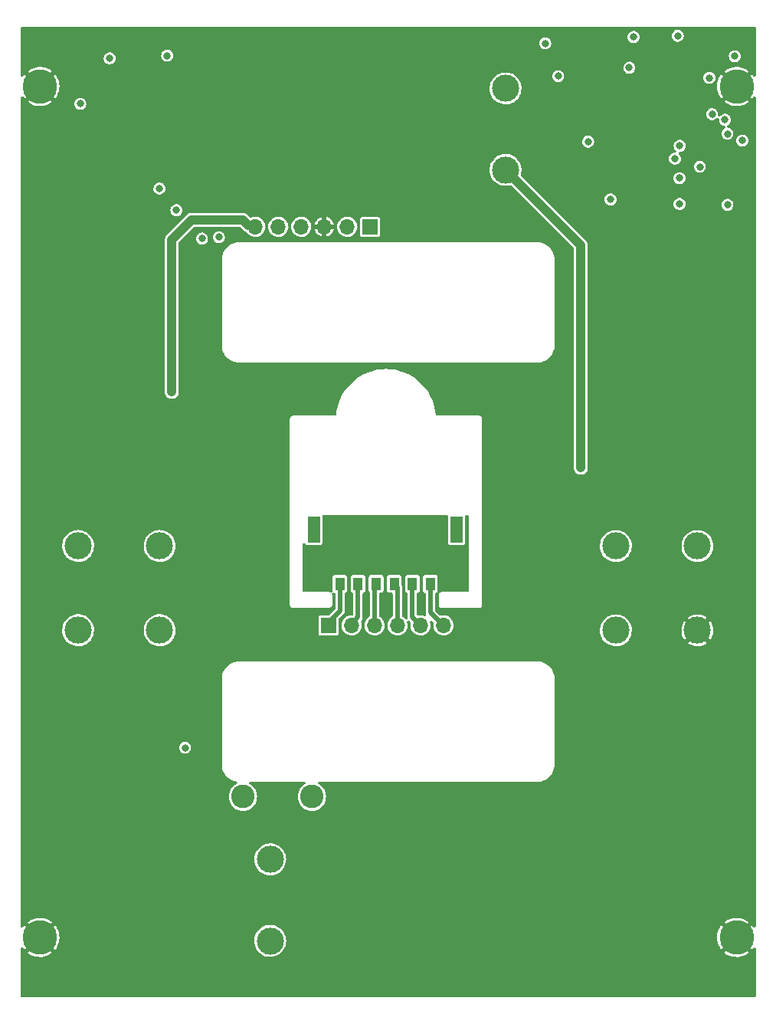
<source format=gbl>
G04 #@! TF.GenerationSoftware,KiCad,Pcbnew,(6.0.5)*
G04 #@! TF.CreationDate,2023-05-08T02:17:39-07:00*
G04 #@! TF.ProjectId,X_Y_Panels,585f595f-5061-46e6-956c-732e6b696361,rev?*
G04 #@! TF.SameCoordinates,Original*
G04 #@! TF.FileFunction,Copper,L6,Bot*
G04 #@! TF.FilePolarity,Positive*
%FSLAX46Y46*%
G04 Gerber Fmt 4.6, Leading zero omitted, Abs format (unit mm)*
G04 Created by KiCad (PCBNEW (6.0.5)) date 2023-05-08 02:17:39*
%MOMM*%
%LPD*%
G01*
G04 APERTURE LIST*
G04 #@! TA.AperFunction,ComponentPad*
%ADD10C,3.000000*%
G04 #@! TD*
G04 #@! TA.AperFunction,ComponentPad*
%ADD11R,1.700000X1.700000*%
G04 #@! TD*
G04 #@! TA.AperFunction,ComponentPad*
%ADD12O,1.700000X1.700000*%
G04 #@! TD*
G04 #@! TA.AperFunction,ConnectorPad*
%ADD13C,3.800000*%
G04 #@! TD*
G04 #@! TA.AperFunction,ComponentPad*
%ADD14C,2.600000*%
G04 #@! TD*
G04 #@! TA.AperFunction,SMDPad,CuDef*
%ADD15R,1.100000X1.450000*%
G04 #@! TD*
G04 #@! TA.AperFunction,SMDPad,CuDef*
%ADD16R,1.350000X2.900000*%
G04 #@! TD*
G04 #@! TA.AperFunction,ViaPad*
%ADD17C,0.800000*%
G04 #@! TD*
G04 #@! TA.AperFunction,Conductor*
%ADD18C,1.000000*%
G04 #@! TD*
G04 #@! TA.AperFunction,Conductor*
%ADD19C,0.500000*%
G04 #@! TD*
G04 APERTURE END LIST*
D10*
X129240000Y-139374000D03*
X129240000Y-130374000D03*
D11*
X135680000Y-104520000D03*
D12*
X138220000Y-104520000D03*
X140760000Y-104520000D03*
X143300000Y-104520000D03*
X145840000Y-104520000D03*
X148380000Y-104520000D03*
D13*
X180792000Y-138997997D03*
D14*
X180792000Y-138997997D03*
D10*
X108022000Y-105058000D03*
X117022000Y-105058000D03*
D12*
X127592000Y-60497997D03*
X130132000Y-60497997D03*
X132672000Y-60497997D03*
X135212000Y-60497997D03*
X137752000Y-60497997D03*
D11*
X140292000Y-60497997D03*
D10*
X117022000Y-95752000D03*
X108022000Y-95752000D03*
X176458000Y-95758000D03*
X167458000Y-95758000D03*
D14*
X103792000Y-44997997D03*
D13*
X103792000Y-44997997D03*
D14*
X103792000Y-138997997D03*
D13*
X103792000Y-138997997D03*
D10*
X155260000Y-45210000D03*
X155260000Y-54210000D03*
D13*
X180792000Y-44997997D03*
D14*
X180792000Y-44997997D03*
X126238000Y-123444000D03*
X133858000Y-123444000D03*
D10*
X167458000Y-105066000D03*
X176458000Y-105066000D03*
D15*
X136950000Y-99930000D03*
X138950000Y-99930000D03*
X140950000Y-99930000D03*
X142950000Y-99930000D03*
X144950000Y-99930000D03*
X146950000Y-99930000D03*
D16*
X134055000Y-93955000D03*
X149845000Y-93955000D03*
D17*
X165590000Y-42740000D03*
X169881000Y-47698000D03*
X117457000Y-46020000D03*
X114973000Y-52595000D03*
X177036000Y-50028000D03*
X116278000Y-54788000D03*
X160020000Y-103886000D03*
X160020000Y-105410000D03*
X157988000Y-107696000D03*
X161290000Y-104648000D03*
X160020000Y-106934000D03*
X178550000Y-53140000D03*
X171436000Y-52528000D03*
X112153000Y-50313000D03*
X114974500Y-45992500D03*
X108228000Y-51588000D03*
X161290000Y-106172000D03*
X112257000Y-46030000D03*
X168578000Y-55634000D03*
X171046000Y-57558000D03*
X117853000Y-41588000D03*
X108257000Y-46914000D03*
X111503000Y-41888000D03*
X164376000Y-51092000D03*
X179778000Y-50220000D03*
X179781000Y-58073000D03*
X169394000Y-39531000D03*
X161069000Y-43856000D03*
X121700000Y-61800000D03*
X123570000Y-61640000D03*
X119831000Y-118053000D03*
X163576000Y-87122000D03*
X118364000Y-78740000D03*
X159644000Y-40231000D03*
X180594000Y-41656000D03*
X166856000Y-57473000D03*
X117003000Y-56263000D03*
X176731000Y-53873000D03*
X181431000Y-50973000D03*
X118878000Y-58663000D03*
X173981000Y-52973000D03*
X168930000Y-42920000D03*
X174281500Y-39406000D03*
X177781000Y-44048000D03*
X179506000Y-48673000D03*
X174481000Y-57973000D03*
X174481000Y-55123000D03*
X178081000Y-48048000D03*
X174506000Y-51548000D03*
D18*
X120550000Y-59720000D02*
X118364000Y-61906000D01*
X118364000Y-61906000D02*
X118364000Y-78740000D01*
X126220000Y-59720000D02*
X120550000Y-59720000D01*
X126830000Y-60330000D02*
X126220000Y-59720000D01*
X127730000Y-60330000D02*
X126830000Y-60330000D01*
D19*
X136950000Y-102960000D02*
X136950000Y-99930000D01*
X135680000Y-104520000D02*
X135680000Y-104230000D01*
X135680000Y-104230000D02*
X136950000Y-102960000D01*
X138950000Y-103630000D02*
X138950000Y-99930000D01*
X138220000Y-104520000D02*
X138220000Y-104360000D01*
X138220000Y-104360000D02*
X138950000Y-103630000D01*
X140760000Y-104520000D02*
X140760000Y-100120000D01*
X140760000Y-100120000D02*
X140950000Y-99930000D01*
D18*
X163576000Y-62526000D02*
X155260000Y-54210000D01*
X163576000Y-87122000D02*
X163576000Y-62526000D01*
D19*
X143300000Y-104520000D02*
X143300000Y-100280000D01*
X143300000Y-100280000D02*
X142950000Y-99930000D01*
X144950000Y-103630000D02*
X144950000Y-99930000D01*
X145840000Y-104520000D02*
X144950000Y-103630000D01*
X146950000Y-103090000D02*
X146950000Y-99930000D01*
X148380000Y-104520000D02*
X146950000Y-103090000D01*
G04 #@! TA.AperFunction,Conductor*
G36*
X182824391Y-38398709D02*
G01*
X182881354Y-38449175D01*
X182908341Y-38520332D01*
X182909500Y-38539497D01*
X182909500Y-43762030D01*
X182891288Y-43835921D01*
X182840822Y-43892884D01*
X182769665Y-43919871D01*
X182694118Y-43910698D01*
X182631487Y-43867467D01*
X182620414Y-43853456D01*
X182497515Y-43678588D01*
X182485208Y-43667870D01*
X182480994Y-43668946D01*
X182478148Y-43671059D01*
X181164861Y-44984346D01*
X181156418Y-44998312D01*
X181160422Y-45007209D01*
X182471331Y-46318118D01*
X182485297Y-46326561D01*
X182490049Y-46324422D01*
X182491409Y-46323020D01*
X182611724Y-46159232D01*
X182616250Y-46152100D01*
X182671219Y-46099470D01*
X182744351Y-46078413D01*
X182818891Y-46093754D01*
X182877763Y-46141978D01*
X182907481Y-46212038D01*
X182909500Y-46237294D01*
X182909500Y-137762030D01*
X182891288Y-137835921D01*
X182840822Y-137892884D01*
X182769665Y-137919871D01*
X182694118Y-137910698D01*
X182631487Y-137867467D01*
X182620414Y-137853456D01*
X182497515Y-137678588D01*
X182485208Y-137667870D01*
X182480994Y-137668946D01*
X182478148Y-137671059D01*
X181164861Y-138984346D01*
X181156418Y-138998312D01*
X181160422Y-139007209D01*
X182471331Y-140318118D01*
X182485297Y-140326561D01*
X182490049Y-140324422D01*
X182491409Y-140323020D01*
X182611724Y-140159232D01*
X182616250Y-140152100D01*
X182671219Y-140099470D01*
X182744351Y-140078413D01*
X182818891Y-140093754D01*
X182877763Y-140141978D01*
X182907481Y-140212038D01*
X182909500Y-140237294D01*
X182909500Y-145456497D01*
X182891288Y-145530388D01*
X182840822Y-145587351D01*
X182769665Y-145614338D01*
X182750500Y-145615497D01*
X101833500Y-145615497D01*
X101759609Y-145597285D01*
X101702646Y-145546819D01*
X101675659Y-145475662D01*
X101674500Y-145456497D01*
X101674500Y-140691073D01*
X102463657Y-140691073D01*
X102466572Y-140697550D01*
X102518803Y-140741222D01*
X102527538Y-140747568D01*
X102767161Y-140897883D01*
X102776678Y-140902986D01*
X103034484Y-141019391D01*
X103044617Y-141023159D01*
X103315821Y-141103493D01*
X103326383Y-141105853D01*
X103605984Y-141148639D01*
X103616751Y-141149543D01*
X103899577Y-141153986D01*
X103910375Y-141153420D01*
X104191186Y-141119439D01*
X104201793Y-141117416D01*
X104475419Y-141045631D01*
X104485636Y-141042192D01*
X104746980Y-140933940D01*
X104756657Y-140929136D01*
X105000890Y-140786418D01*
X105009810Y-140780357D01*
X105109712Y-140702023D01*
X105119771Y-140689173D01*
X105117868Y-140683075D01*
X103805651Y-139370858D01*
X103791685Y-139362415D01*
X103782788Y-139366419D01*
X102472100Y-140677107D01*
X102463657Y-140691073D01*
X101674500Y-140691073D01*
X101674500Y-140232061D01*
X101692712Y-140158170D01*
X101743178Y-140101207D01*
X101814335Y-140074220D01*
X101889882Y-140083393D01*
X101952513Y-140126624D01*
X101964536Y-140142002D01*
X102085677Y-140318264D01*
X102097871Y-140329111D01*
X102101674Y-140328182D01*
X102105177Y-140325610D01*
X103419139Y-139011648D01*
X103427201Y-138998312D01*
X104156418Y-138998312D01*
X104160422Y-139007209D01*
X105471331Y-140318118D01*
X105485297Y-140326561D01*
X105490049Y-140324422D01*
X105491409Y-140323020D01*
X105611730Y-140159224D01*
X105617513Y-140150112D01*
X105752488Y-139901519D01*
X105756984Y-139891698D01*
X105856972Y-139627086D01*
X105860092Y-139616752D01*
X105923244Y-139341019D01*
X105924933Y-139330357D01*
X105925162Y-139327786D01*
X127475168Y-139327786D01*
X127487722Y-139589153D01*
X127538771Y-139845793D01*
X127540762Y-139851338D01*
X127540763Y-139851342D01*
X127558779Y-139901519D01*
X127627193Y-140092068D01*
X127751046Y-140322569D01*
X127907608Y-140532231D01*
X127911794Y-140536380D01*
X127911796Y-140536383D01*
X128089256Y-140712302D01*
X128089261Y-140712306D01*
X128093440Y-140716449D01*
X128180600Y-140780357D01*
X128299702Y-140867686D01*
X128299706Y-140867688D01*
X128304461Y-140871175D01*
X128309677Y-140873919D01*
X128309683Y-140873923D01*
X128530814Y-140990266D01*
X128530818Y-140990268D01*
X128536034Y-140993012D01*
X128783071Y-141079281D01*
X129040147Y-141128089D01*
X129046049Y-141128321D01*
X129046050Y-141128321D01*
X129088600Y-141129993D01*
X129301613Y-141138362D01*
X129561725Y-141109875D01*
X129567425Y-141108374D01*
X129567432Y-141108373D01*
X129809066Y-141044755D01*
X129809069Y-141044754D01*
X129814770Y-141043253D01*
X130055188Y-140939962D01*
X130060203Y-140936858D01*
X130060208Y-140936856D01*
X130185981Y-140859025D01*
X130277698Y-140802269D01*
X130282201Y-140798457D01*
X130282205Y-140798454D01*
X130409048Y-140691073D01*
X179463657Y-140691073D01*
X179466572Y-140697550D01*
X179518803Y-140741222D01*
X179527538Y-140747568D01*
X179767161Y-140897883D01*
X179776678Y-140902986D01*
X180034484Y-141019391D01*
X180044617Y-141023159D01*
X180315821Y-141103493D01*
X180326383Y-141105853D01*
X180605984Y-141148639D01*
X180616751Y-141149543D01*
X180899577Y-141153986D01*
X180910375Y-141153420D01*
X181191186Y-141119439D01*
X181201793Y-141117416D01*
X181475419Y-141045631D01*
X181485636Y-141042192D01*
X181746980Y-140933940D01*
X181756657Y-140929136D01*
X182000890Y-140786418D01*
X182009810Y-140780357D01*
X182109712Y-140702023D01*
X182119771Y-140689173D01*
X182117868Y-140683075D01*
X180805651Y-139370858D01*
X180791685Y-139362415D01*
X180782788Y-139366419D01*
X179472100Y-140677107D01*
X179463657Y-140691073D01*
X130409048Y-140691073D01*
X130472912Y-140637008D01*
X130472914Y-140637006D01*
X130477411Y-140633199D01*
X130649941Y-140436467D01*
X130791496Y-140216394D01*
X130831935Y-140126624D01*
X130896546Y-139983191D01*
X130898968Y-139977815D01*
X130923256Y-139891698D01*
X130968393Y-139731652D01*
X130969995Y-139725972D01*
X131003018Y-139466396D01*
X131005437Y-139374000D01*
X130986045Y-139113052D01*
X130975723Y-139067435D01*
X130956118Y-138980791D01*
X178633397Y-138980791D01*
X178649680Y-139263190D01*
X178651033Y-139273905D01*
X178705494Y-139551494D01*
X178708284Y-139561908D01*
X178799915Y-139829539D01*
X178804098Y-139839490D01*
X178931201Y-140092204D01*
X178936694Y-140101493D01*
X179085676Y-140318263D01*
X179097871Y-140329111D01*
X179101674Y-140328182D01*
X179105177Y-140325610D01*
X180419139Y-139011648D01*
X180427582Y-138997682D01*
X180423578Y-138988785D01*
X179112039Y-137677246D01*
X179098073Y-137668803D01*
X179093714Y-137670765D01*
X179091810Y-137672749D01*
X178960218Y-137855879D01*
X178954519Y-137865070D01*
X178822152Y-138115066D01*
X178817768Y-138124913D01*
X178720554Y-138390564D01*
X178717541Y-138400935D01*
X178657282Y-138677306D01*
X178655703Y-138687997D01*
X178633509Y-138969996D01*
X178633397Y-138980791D01*
X130956118Y-138980791D01*
X130929600Y-138863597D01*
X130929598Y-138863592D01*
X130928296Y-138857836D01*
X130833457Y-138613960D01*
X130809766Y-138572508D01*
X130706545Y-138391908D01*
X130706544Y-138391907D01*
X130703614Y-138386780D01*
X130541617Y-138181288D01*
X130351026Y-138001998D01*
X130136027Y-137852848D01*
X129951867Y-137762030D01*
X129906631Y-137739722D01*
X129906628Y-137739721D01*
X129901344Y-137737115D01*
X129895732Y-137735318D01*
X129895728Y-137735317D01*
X129657747Y-137659139D01*
X129657746Y-137659139D01*
X129652133Y-137657342D01*
X129599628Y-137648791D01*
X129399697Y-137616230D01*
X129399693Y-137616230D01*
X129393868Y-137615281D01*
X129263046Y-137613569D01*
X129138129Y-137611933D01*
X129138125Y-137611933D01*
X129132223Y-137611856D01*
X129034756Y-137625121D01*
X128878785Y-137646347D01*
X128878782Y-137646348D01*
X128872945Y-137647142D01*
X128867292Y-137648790D01*
X128867286Y-137648791D01*
X128765058Y-137678588D01*
X128621731Y-137720364D01*
X128616383Y-137722830D01*
X128616379Y-137722831D01*
X128389458Y-137827443D01*
X128389453Y-137827446D01*
X128384099Y-137829914D01*
X128379166Y-137833148D01*
X128379161Y-137833151D01*
X128246892Y-137919871D01*
X128165270Y-137973385D01*
X128160867Y-137977314D01*
X128160868Y-137977314D01*
X127983382Y-138135726D01*
X127970051Y-138147624D01*
X127802730Y-138348806D01*
X127799670Y-138353848D01*
X127799669Y-138353850D01*
X127776575Y-138391908D01*
X127666984Y-138572508D01*
X127565794Y-138813819D01*
X127501384Y-139067435D01*
X127500793Y-139073309D01*
X127480594Y-139273905D01*
X127475168Y-139327786D01*
X105925162Y-139327786D01*
X105950281Y-139046322D01*
X105950592Y-139040081D01*
X105951000Y-139001116D01*
X105950821Y-138994891D01*
X105931425Y-138710380D01*
X105929959Y-138699681D01*
X105872600Y-138422703D01*
X105869690Y-138412278D01*
X105775272Y-138145650D01*
X105770977Y-138135726D01*
X105641244Y-137884373D01*
X105635648Y-137875131D01*
X105497515Y-137678588D01*
X105485208Y-137667870D01*
X105480994Y-137668946D01*
X105478148Y-137671059D01*
X104164861Y-138984346D01*
X104156418Y-138998312D01*
X103427201Y-138998312D01*
X103427582Y-138997682D01*
X103423578Y-138988785D01*
X102112039Y-137677246D01*
X102098073Y-137668803D01*
X102093714Y-137670765D01*
X102091810Y-137672749D01*
X101962621Y-137852535D01*
X101904713Y-137901913D01*
X101830490Y-137918724D01*
X101756957Y-137899116D01*
X101700959Y-137847581D01*
X101675325Y-137775926D01*
X101674500Y-137759752D01*
X101674500Y-137306719D01*
X102464191Y-137306719D01*
X102466228Y-137313015D01*
X103778349Y-138625136D01*
X103792315Y-138633579D01*
X103801212Y-138629575D01*
X105111517Y-137319270D01*
X105119105Y-137306719D01*
X179464191Y-137306719D01*
X179466228Y-137313015D01*
X180778349Y-138625136D01*
X180792315Y-138633579D01*
X180801212Y-138629575D01*
X182111517Y-137319270D01*
X182119960Y-137305304D01*
X182117147Y-137299054D01*
X182046872Y-137241534D01*
X182038073Y-137235281D01*
X181796888Y-137087483D01*
X181787312Y-137082477D01*
X181528312Y-136968784D01*
X181518131Y-136965118D01*
X181246090Y-136887626D01*
X181235534Y-136885382D01*
X180955480Y-136845524D01*
X180944714Y-136844734D01*
X180661839Y-136843252D01*
X180651074Y-136843930D01*
X180370610Y-136880853D01*
X180360038Y-136882985D01*
X180087189Y-136957628D01*
X180076980Y-136961184D01*
X179816801Y-137072160D01*
X179807174Y-137077066D01*
X179564464Y-137222324D01*
X179555581Y-137228498D01*
X179474114Y-137293765D01*
X179464191Y-137306719D01*
X105119105Y-137306719D01*
X105119960Y-137305304D01*
X105117147Y-137299054D01*
X105046872Y-137241534D01*
X105038073Y-137235281D01*
X104796888Y-137087483D01*
X104787312Y-137082477D01*
X104528312Y-136968784D01*
X104518131Y-136965118D01*
X104246090Y-136887626D01*
X104235534Y-136885382D01*
X103955480Y-136845524D01*
X103944714Y-136844734D01*
X103661839Y-136843252D01*
X103651074Y-136843930D01*
X103370610Y-136880853D01*
X103360038Y-136882985D01*
X103087189Y-136957628D01*
X103076980Y-136961184D01*
X102816801Y-137072160D01*
X102807174Y-137077066D01*
X102564464Y-137222324D01*
X102555581Y-137228498D01*
X102474114Y-137293765D01*
X102464191Y-137306719D01*
X101674500Y-137306719D01*
X101674500Y-130327786D01*
X127475168Y-130327786D01*
X127487722Y-130589153D01*
X127538771Y-130845793D01*
X127627193Y-131092068D01*
X127751046Y-131322569D01*
X127907608Y-131532231D01*
X127911794Y-131536380D01*
X127911796Y-131536383D01*
X128089256Y-131712302D01*
X128089261Y-131712306D01*
X128093440Y-131716449D01*
X128205281Y-131798454D01*
X128299702Y-131867686D01*
X128299706Y-131867688D01*
X128304461Y-131871175D01*
X128309677Y-131873919D01*
X128309683Y-131873923D01*
X128530814Y-131990266D01*
X128530818Y-131990268D01*
X128536034Y-131993012D01*
X128783071Y-132079281D01*
X129040147Y-132128089D01*
X129046049Y-132128321D01*
X129046050Y-132128321D01*
X129088600Y-132129993D01*
X129301613Y-132138362D01*
X129561725Y-132109875D01*
X129567425Y-132108374D01*
X129567432Y-132108373D01*
X129809066Y-132044755D01*
X129809069Y-132044754D01*
X129814770Y-132043253D01*
X130055188Y-131939962D01*
X130060203Y-131936858D01*
X130060208Y-131936856D01*
X130185981Y-131859025D01*
X130277698Y-131802269D01*
X130282201Y-131798457D01*
X130282205Y-131798454D01*
X130472912Y-131637008D01*
X130472914Y-131637006D01*
X130477411Y-131633199D01*
X130649941Y-131436467D01*
X130791496Y-131216394D01*
X130898968Y-130977815D01*
X130969995Y-130725972D01*
X131003018Y-130466396D01*
X131005437Y-130374000D01*
X130986045Y-130113052D01*
X130975723Y-130067435D01*
X130929600Y-129863597D01*
X130929598Y-129863592D01*
X130928296Y-129857836D01*
X130833457Y-129613960D01*
X130809766Y-129572508D01*
X130706545Y-129391908D01*
X130706544Y-129391907D01*
X130703614Y-129386780D01*
X130541617Y-129181288D01*
X130351026Y-129001998D01*
X130136027Y-128852848D01*
X130028174Y-128799661D01*
X129906631Y-128739722D01*
X129906628Y-128739721D01*
X129901344Y-128737115D01*
X129895732Y-128735318D01*
X129895728Y-128735317D01*
X129657747Y-128659139D01*
X129657746Y-128659139D01*
X129652133Y-128657342D01*
X129599628Y-128648791D01*
X129399697Y-128616230D01*
X129399693Y-128616230D01*
X129393868Y-128615281D01*
X129263046Y-128613569D01*
X129138129Y-128611933D01*
X129138125Y-128611933D01*
X129132223Y-128611856D01*
X129034756Y-128625121D01*
X128878785Y-128646347D01*
X128878782Y-128646348D01*
X128872945Y-128647142D01*
X128867292Y-128648790D01*
X128867286Y-128648791D01*
X128747338Y-128683753D01*
X128621731Y-128720364D01*
X128616383Y-128722830D01*
X128616379Y-128722831D01*
X128389458Y-128827443D01*
X128389453Y-128827446D01*
X128384099Y-128829914D01*
X128379166Y-128833148D01*
X128379161Y-128833151D01*
X128170204Y-128970150D01*
X128165270Y-128973385D01*
X127970051Y-129147624D01*
X127802730Y-129348806D01*
X127666984Y-129572508D01*
X127565794Y-129813819D01*
X127501384Y-130067435D01*
X127475168Y-130327786D01*
X101674500Y-130327786D01*
X101674500Y-118046033D01*
X119165685Y-118046033D01*
X119166736Y-118055553D01*
X119166736Y-118055556D01*
X119168561Y-118072083D01*
X119183228Y-118204933D01*
X119238168Y-118355063D01*
X119243511Y-118363015D01*
X119243512Y-118363016D01*
X119250581Y-118373535D01*
X119327333Y-118487754D01*
X119445575Y-118595346D01*
X119453991Y-118599915D01*
X119453993Y-118599917D01*
X119577645Y-118667055D01*
X119577647Y-118667056D01*
X119586068Y-118671628D01*
X119740702Y-118712195D01*
X119750281Y-118712345D01*
X119750285Y-118712346D01*
X119824405Y-118713510D01*
X119900548Y-118714706D01*
X119910853Y-118712346D01*
X119935828Y-118706626D01*
X120056380Y-118679016D01*
X120199200Y-118607185D01*
X120320763Y-118503360D01*
X120414052Y-118373535D01*
X120473680Y-118225206D01*
X120496205Y-118066934D01*
X120496351Y-118053000D01*
X120477145Y-117894292D01*
X120420636Y-117744746D01*
X120330087Y-117612995D01*
X120317175Y-117601491D01*
X120217880Y-117513022D01*
X120217876Y-117513019D01*
X120210725Y-117506648D01*
X120069440Y-117431841D01*
X119914391Y-117392895D01*
X119834458Y-117392476D01*
X119764107Y-117392108D01*
X119764106Y-117392108D01*
X119754526Y-117392058D01*
X119706131Y-117403677D01*
X119608397Y-117427140D01*
X119608393Y-117427141D01*
X119599077Y-117429378D01*
X119590562Y-117433773D01*
X119590559Y-117433774D01*
X119465530Y-117498307D01*
X119457017Y-117502701D01*
X119336548Y-117607793D01*
X119244624Y-117738588D01*
X119186552Y-117887534D01*
X119165685Y-118046033D01*
X101674500Y-118046033D01*
X101674500Y-110400650D01*
X123898392Y-110400650D01*
X123900350Y-110413013D01*
X123900350Y-110413014D01*
X123901222Y-110418522D01*
X123903180Y-110443322D01*
X123907481Y-119857430D01*
X123905524Y-119882370D01*
X123902732Y-119900000D01*
X123903976Y-119907852D01*
X123919601Y-120146243D01*
X123967743Y-120388272D01*
X124047065Y-120621947D01*
X124156209Y-120843270D01*
X124293308Y-121048452D01*
X124456015Y-121233985D01*
X124459925Y-121237414D01*
X124637634Y-121393260D01*
X124637638Y-121393263D01*
X124641548Y-121396692D01*
X124846731Y-121533791D01*
X125068053Y-121642935D01*
X125072975Y-121644606D01*
X125072978Y-121644607D01*
X125296805Y-121720586D01*
X125301728Y-121722257D01*
X125476696Y-121757060D01*
X125545612Y-121789337D01*
X125591636Y-121849945D01*
X125604222Y-121924999D01*
X125580487Y-121997306D01*
X125527192Y-122049016D01*
X125527357Y-122049285D01*
X125524327Y-122051142D01*
X125323249Y-122174362D01*
X125323245Y-122174365D01*
X125317925Y-122177625D01*
X125131148Y-122337148D01*
X124971625Y-122523925D01*
X124843285Y-122733357D01*
X124749287Y-122960288D01*
X124691947Y-123199129D01*
X124672675Y-123444000D01*
X124691947Y-123688871D01*
X124749287Y-123927712D01*
X124843285Y-124154643D01*
X124971625Y-124364075D01*
X125131148Y-124550852D01*
X125317925Y-124710375D01*
X125323245Y-124713635D01*
X125323249Y-124713638D01*
X125497395Y-124820354D01*
X125527357Y-124838715D01*
X125754288Y-124932713D01*
X125760364Y-124934172D01*
X125760368Y-124934173D01*
X125987059Y-124988596D01*
X125987062Y-124988597D01*
X125993129Y-124990053D01*
X125999349Y-124990543D01*
X125999352Y-124990543D01*
X126231774Y-125008835D01*
X126238000Y-125009325D01*
X126244226Y-125008835D01*
X126476648Y-124990543D01*
X126476651Y-124990543D01*
X126482871Y-124990053D01*
X126488938Y-124988597D01*
X126488941Y-124988596D01*
X126715632Y-124934173D01*
X126715636Y-124934172D01*
X126721712Y-124932713D01*
X126948643Y-124838715D01*
X126978605Y-124820354D01*
X127152751Y-124713638D01*
X127152755Y-124713635D01*
X127158075Y-124710375D01*
X127344852Y-124550852D01*
X127504375Y-124364075D01*
X127632715Y-124154643D01*
X127726713Y-123927712D01*
X127784053Y-123688871D01*
X127803325Y-123444000D01*
X127784053Y-123199129D01*
X127726713Y-122960288D01*
X127632715Y-122733357D01*
X127504375Y-122523925D01*
X127344852Y-122337148D01*
X127158075Y-122177625D01*
X127152755Y-122174365D01*
X127152751Y-122174362D01*
X126993984Y-122077070D01*
X126940497Y-122022933D01*
X126918296Y-121950141D01*
X126932466Y-121875370D01*
X126979761Y-121815748D01*
X127049346Y-121784934D01*
X127077061Y-121782500D01*
X133018939Y-121782500D01*
X133092830Y-121800712D01*
X133149793Y-121851178D01*
X133176780Y-121922335D01*
X133167607Y-121997882D01*
X133124376Y-122060513D01*
X133102016Y-122077070D01*
X132943249Y-122174362D01*
X132943245Y-122174365D01*
X132937925Y-122177625D01*
X132751148Y-122337148D01*
X132591625Y-122523925D01*
X132463285Y-122733357D01*
X132369287Y-122960288D01*
X132311947Y-123199129D01*
X132292675Y-123444000D01*
X132311947Y-123688871D01*
X132369287Y-123927712D01*
X132463285Y-124154643D01*
X132591625Y-124364075D01*
X132751148Y-124550852D01*
X132937925Y-124710375D01*
X132943245Y-124713635D01*
X132943249Y-124713638D01*
X133117395Y-124820354D01*
X133147357Y-124838715D01*
X133374288Y-124932713D01*
X133380364Y-124934172D01*
X133380368Y-124934173D01*
X133607059Y-124988596D01*
X133607062Y-124988597D01*
X133613129Y-124990053D01*
X133619349Y-124990543D01*
X133619352Y-124990543D01*
X133851774Y-125008835D01*
X133858000Y-125009325D01*
X133864226Y-125008835D01*
X134096648Y-124990543D01*
X134096651Y-124990543D01*
X134102871Y-124990053D01*
X134108938Y-124988597D01*
X134108941Y-124988596D01*
X134335632Y-124934173D01*
X134335636Y-124934172D01*
X134341712Y-124932713D01*
X134568643Y-124838715D01*
X134598605Y-124820354D01*
X134772751Y-124713638D01*
X134772755Y-124713635D01*
X134778075Y-124710375D01*
X134964852Y-124550852D01*
X135124375Y-124364075D01*
X135252715Y-124154643D01*
X135346713Y-123927712D01*
X135404053Y-123688871D01*
X135423325Y-123444000D01*
X135404053Y-123199129D01*
X135346713Y-122960288D01*
X135252715Y-122733357D01*
X135124375Y-122523925D01*
X134964852Y-122337148D01*
X134778075Y-122177625D01*
X134772755Y-122174365D01*
X134772751Y-122174362D01*
X134613984Y-122077070D01*
X134560497Y-122022933D01*
X134538296Y-121950141D01*
X134552466Y-121875370D01*
X134599761Y-121815748D01*
X134669346Y-121784934D01*
X134697061Y-121782500D01*
X158757385Y-121782500D01*
X158782246Y-121784456D01*
X158800000Y-121787268D01*
X158807852Y-121786024D01*
X158818336Y-121785337D01*
X158818337Y-121785337D01*
X159041060Y-121770739D01*
X159041064Y-121770738D01*
X159046243Y-121770399D01*
X159288272Y-121722257D01*
X159293195Y-121720586D01*
X159517022Y-121644607D01*
X159517025Y-121644606D01*
X159521947Y-121642935D01*
X159743270Y-121533791D01*
X159948452Y-121396692D01*
X159952366Y-121393260D01*
X160130075Y-121237414D01*
X160133985Y-121233985D01*
X160296692Y-121048452D01*
X160433791Y-120843270D01*
X160542935Y-120621947D01*
X160622257Y-120388272D01*
X160670399Y-120146243D01*
X160686024Y-119907852D01*
X160687268Y-119900000D01*
X160684456Y-119882246D01*
X160682500Y-119857385D01*
X160682501Y-110442615D01*
X160684457Y-110417754D01*
X160687269Y-110400000D01*
X160686024Y-110392137D01*
X160670399Y-110153757D01*
X160622257Y-109911728D01*
X160542935Y-109678053D01*
X160433791Y-109456731D01*
X160329162Y-109300142D01*
X160299584Y-109255876D01*
X160299583Y-109255875D01*
X160296692Y-109251548D01*
X160138010Y-109070605D01*
X160137416Y-109069928D01*
X160137414Y-109069926D01*
X160133985Y-109066016D01*
X159948453Y-108903308D01*
X159743270Y-108766210D01*
X159738609Y-108763911D01*
X159738603Y-108763908D01*
X159526612Y-108659366D01*
X159521948Y-108657066D01*
X159517026Y-108655395D01*
X159517023Y-108655394D01*
X159293199Y-108579416D01*
X159293197Y-108579415D01*
X159288273Y-108577744D01*
X159283177Y-108576730D01*
X159283172Y-108576729D01*
X159120930Y-108544457D01*
X159046244Y-108529601D01*
X159041057Y-108529261D01*
X159041049Y-108529260D01*
X158818762Y-108514691D01*
X158807853Y-108513976D01*
X158800001Y-108512732D01*
X158782245Y-108515544D01*
X158757381Y-108517501D01*
X142294801Y-108517830D01*
X125828269Y-108518160D01*
X125803404Y-108516204D01*
X125785650Y-108513392D01*
X125777798Y-108514636D01*
X125767316Y-108515323D01*
X125767315Y-108515323D01*
X125660600Y-108522320D01*
X125539410Y-108530266D01*
X125534307Y-108531281D01*
X125534308Y-108531281D01*
X125302485Y-108577398D01*
X125302479Y-108577400D01*
X125297385Y-108578413D01*
X125172962Y-108620651D01*
X125068647Y-108656063D01*
X125068642Y-108656065D01*
X125063714Y-108657738D01*
X125059043Y-108660042D01*
X125059042Y-108660042D01*
X124847069Y-108764578D01*
X124847063Y-108764581D01*
X124842396Y-108766883D01*
X124838066Y-108769776D01*
X124838063Y-108769778D01*
X124641555Y-108901082D01*
X124641551Y-108901085D01*
X124637217Y-108903981D01*
X124451687Y-109066687D01*
X124288981Y-109252217D01*
X124286085Y-109256551D01*
X124286082Y-109256555D01*
X124154778Y-109453063D01*
X124151883Y-109457396D01*
X124042738Y-109678714D01*
X123963413Y-109912385D01*
X123915266Y-110154410D01*
X123899636Y-110392798D01*
X123898392Y-110400650D01*
X101674500Y-110400650D01*
X101674500Y-105011786D01*
X106257168Y-105011786D01*
X106269722Y-105273153D01*
X106270873Y-105278939D01*
X106270873Y-105278940D01*
X106276774Y-105308606D01*
X106320771Y-105529793D01*
X106322762Y-105535338D01*
X106322763Y-105535342D01*
X106357712Y-105632682D01*
X106409193Y-105776068D01*
X106429840Y-105814494D01*
X106482959Y-105913352D01*
X106533046Y-106006569D01*
X106689608Y-106216231D01*
X106693794Y-106220380D01*
X106693796Y-106220383D01*
X106871256Y-106396302D01*
X106871261Y-106396306D01*
X106875440Y-106400449D01*
X106987281Y-106482454D01*
X107081702Y-106551686D01*
X107081706Y-106551688D01*
X107086461Y-106555175D01*
X107091677Y-106557919D01*
X107091683Y-106557923D01*
X107312814Y-106674266D01*
X107312818Y-106674268D01*
X107318034Y-106677012D01*
X107565071Y-106763281D01*
X107822147Y-106812089D01*
X107828049Y-106812321D01*
X107828050Y-106812321D01*
X107866789Y-106813843D01*
X108083613Y-106822362D01*
X108343725Y-106793875D01*
X108349425Y-106792374D01*
X108349432Y-106792373D01*
X108591066Y-106728755D01*
X108591069Y-106728754D01*
X108596770Y-106727253D01*
X108813144Y-106634292D01*
X108831765Y-106626292D01*
X108831766Y-106626291D01*
X108837188Y-106623962D01*
X108842203Y-106620858D01*
X108842208Y-106620856D01*
X108967981Y-106543025D01*
X109059698Y-106486269D01*
X109064201Y-106482457D01*
X109064205Y-106482454D01*
X109254912Y-106321008D01*
X109254914Y-106321006D01*
X109259411Y-106317199D01*
X109431941Y-106120467D01*
X109573496Y-105900394D01*
X109680968Y-105661815D01*
X109689185Y-105632682D01*
X109734602Y-105471642D01*
X109751995Y-105409972D01*
X109785018Y-105150396D01*
X109787236Y-105065685D01*
X109787333Y-105061977D01*
X109787333Y-105061975D01*
X109787437Y-105058000D01*
X109784003Y-105011786D01*
X115257168Y-105011786D01*
X115269722Y-105273153D01*
X115270873Y-105278939D01*
X115270873Y-105278940D01*
X115276774Y-105308606D01*
X115320771Y-105529793D01*
X115322762Y-105535338D01*
X115322763Y-105535342D01*
X115357712Y-105632682D01*
X115409193Y-105776068D01*
X115429840Y-105814494D01*
X115482959Y-105913352D01*
X115533046Y-106006569D01*
X115689608Y-106216231D01*
X115693794Y-106220380D01*
X115693796Y-106220383D01*
X115871256Y-106396302D01*
X115871261Y-106396306D01*
X115875440Y-106400449D01*
X115987281Y-106482454D01*
X116081702Y-106551686D01*
X116081706Y-106551688D01*
X116086461Y-106555175D01*
X116091677Y-106557919D01*
X116091683Y-106557923D01*
X116312814Y-106674266D01*
X116312818Y-106674268D01*
X116318034Y-106677012D01*
X116565071Y-106763281D01*
X116822147Y-106812089D01*
X116828049Y-106812321D01*
X116828050Y-106812321D01*
X116866789Y-106813843D01*
X117083613Y-106822362D01*
X117343725Y-106793875D01*
X117349425Y-106792374D01*
X117349432Y-106792373D01*
X117591066Y-106728755D01*
X117591069Y-106728754D01*
X117596770Y-106727253D01*
X117813144Y-106634292D01*
X117831765Y-106626292D01*
X117831766Y-106626291D01*
X117837188Y-106623962D01*
X117842203Y-106620858D01*
X117842208Y-106620856D01*
X117967981Y-106543025D01*
X118059698Y-106486269D01*
X118064201Y-106482457D01*
X118064205Y-106482454D01*
X118254912Y-106321008D01*
X118254914Y-106321006D01*
X118259411Y-106317199D01*
X118431941Y-106120467D01*
X118573496Y-105900394D01*
X118680968Y-105661815D01*
X118689185Y-105632682D01*
X118734602Y-105471642D01*
X118751995Y-105409972D01*
X118785018Y-105150396D01*
X118787236Y-105065685D01*
X118787333Y-105061977D01*
X118787333Y-105061975D01*
X118787437Y-105058000D01*
X118768045Y-104797052D01*
X118762634Y-104773140D01*
X118711600Y-104547597D01*
X118711598Y-104547592D01*
X118710296Y-104541836D01*
X118694980Y-104502450D01*
X118617597Y-104303463D01*
X118615457Y-104297960D01*
X118591766Y-104256508D01*
X118488545Y-104075908D01*
X118488544Y-104075907D01*
X118485614Y-104070780D01*
X118365992Y-103919040D01*
X118327272Y-103869924D01*
X118327270Y-103869922D01*
X118323617Y-103865288D01*
X118133026Y-103685998D01*
X117918027Y-103536848D01*
X117740394Y-103449249D01*
X117688631Y-103423722D01*
X117688628Y-103423721D01*
X117683344Y-103421115D01*
X117677732Y-103419318D01*
X117677728Y-103419317D01*
X117439747Y-103343139D01*
X117439746Y-103343139D01*
X117434133Y-103341342D01*
X117377569Y-103332130D01*
X117181697Y-103300230D01*
X117181693Y-103300230D01*
X117175868Y-103299281D01*
X117045045Y-103297568D01*
X116920129Y-103295933D01*
X116920125Y-103295933D01*
X116914223Y-103295856D01*
X116855440Y-103303856D01*
X116660785Y-103330347D01*
X116660782Y-103330348D01*
X116654945Y-103331142D01*
X116649292Y-103332790D01*
X116649286Y-103332791D01*
X116564583Y-103357480D01*
X116403731Y-103404364D01*
X116398383Y-103406830D01*
X116398379Y-103406831D01*
X116171458Y-103511443D01*
X116171453Y-103511446D01*
X116166099Y-103513914D01*
X116161166Y-103517148D01*
X116161161Y-103517151D01*
X115952204Y-103654150D01*
X115947270Y-103657385D01*
X115919717Y-103681977D01*
X115762107Y-103822649D01*
X115752051Y-103831624D01*
X115748281Y-103836157D01*
X115748278Y-103836160D01*
X115664178Y-103937280D01*
X115584730Y-104032806D01*
X115581670Y-104037848D01*
X115581669Y-104037850D01*
X115580319Y-104040075D01*
X115448984Y-104256508D01*
X115347794Y-104497819D01*
X115346343Y-104503531D01*
X115346343Y-104503532D01*
X115338013Y-104536333D01*
X115283384Y-104751435D01*
X115269913Y-104885218D01*
X115261012Y-104973616D01*
X115257168Y-105011786D01*
X109784003Y-105011786D01*
X109768045Y-104797052D01*
X109762634Y-104773140D01*
X109711600Y-104547597D01*
X109711598Y-104547592D01*
X109710296Y-104541836D01*
X109694980Y-104502450D01*
X109617597Y-104303463D01*
X109615457Y-104297960D01*
X109591766Y-104256508D01*
X109488545Y-104075908D01*
X109488544Y-104075907D01*
X109485614Y-104070780D01*
X109365992Y-103919040D01*
X109327272Y-103869924D01*
X109327270Y-103869922D01*
X109323617Y-103865288D01*
X109133026Y-103685998D01*
X108918027Y-103536848D01*
X108740394Y-103449249D01*
X108688631Y-103423722D01*
X108688628Y-103423721D01*
X108683344Y-103421115D01*
X108677732Y-103419318D01*
X108677728Y-103419317D01*
X108439747Y-103343139D01*
X108439746Y-103343139D01*
X108434133Y-103341342D01*
X108377569Y-103332130D01*
X108181697Y-103300230D01*
X108181693Y-103300230D01*
X108175868Y-103299281D01*
X108045045Y-103297568D01*
X107920129Y-103295933D01*
X107920125Y-103295933D01*
X107914223Y-103295856D01*
X107855440Y-103303856D01*
X107660785Y-103330347D01*
X107660782Y-103330348D01*
X107654945Y-103331142D01*
X107649292Y-103332790D01*
X107649286Y-103332791D01*
X107564583Y-103357480D01*
X107403731Y-103404364D01*
X107398383Y-103406830D01*
X107398379Y-103406831D01*
X107171458Y-103511443D01*
X107171453Y-103511446D01*
X107166099Y-103513914D01*
X107161166Y-103517148D01*
X107161161Y-103517151D01*
X106952204Y-103654150D01*
X106947270Y-103657385D01*
X106919717Y-103681977D01*
X106762107Y-103822649D01*
X106752051Y-103831624D01*
X106748281Y-103836157D01*
X106748278Y-103836160D01*
X106664178Y-103937280D01*
X106584730Y-104032806D01*
X106581670Y-104037848D01*
X106581669Y-104037850D01*
X106580319Y-104040075D01*
X106448984Y-104256508D01*
X106347794Y-104497819D01*
X106346343Y-104503531D01*
X106346343Y-104503532D01*
X106338013Y-104536333D01*
X106283384Y-104751435D01*
X106269913Y-104885218D01*
X106261012Y-104973616D01*
X106257168Y-105011786D01*
X101674500Y-105011786D01*
X101674500Y-95705786D01*
X106257168Y-95705786D01*
X106269722Y-95967153D01*
X106270873Y-95972939D01*
X106270873Y-95972940D01*
X106283443Y-96036132D01*
X106320771Y-96223793D01*
X106322762Y-96229338D01*
X106322763Y-96229342D01*
X106366134Y-96350139D01*
X106409193Y-96470068D01*
X106533046Y-96700569D01*
X106689608Y-96910231D01*
X106693794Y-96914380D01*
X106693796Y-96914383D01*
X106871256Y-97090302D01*
X106871261Y-97090306D01*
X106875440Y-97094449D01*
X106987281Y-97176454D01*
X107081702Y-97245686D01*
X107081706Y-97245688D01*
X107086461Y-97249175D01*
X107091677Y-97251919D01*
X107091683Y-97251923D01*
X107312814Y-97368266D01*
X107312818Y-97368268D01*
X107318034Y-97371012D01*
X107565071Y-97457281D01*
X107822147Y-97506089D01*
X107828049Y-97506321D01*
X107828050Y-97506321D01*
X107870600Y-97507993D01*
X108083613Y-97516362D01*
X108343725Y-97487875D01*
X108349425Y-97486374D01*
X108349432Y-97486373D01*
X108591066Y-97422755D01*
X108591069Y-97422754D01*
X108596770Y-97421253D01*
X108837188Y-97317962D01*
X108842203Y-97314858D01*
X108842208Y-97314856D01*
X108967981Y-97237025D01*
X109059698Y-97180269D01*
X109064201Y-97176457D01*
X109064205Y-97176454D01*
X109254912Y-97015008D01*
X109254914Y-97015006D01*
X109259411Y-97011199D01*
X109431941Y-96814467D01*
X109573496Y-96594394D01*
X109680968Y-96355815D01*
X109751995Y-96103972D01*
X109785018Y-95844396D01*
X109787437Y-95752000D01*
X109784003Y-95705786D01*
X115257168Y-95705786D01*
X115269722Y-95967153D01*
X115270873Y-95972939D01*
X115270873Y-95972940D01*
X115283443Y-96036132D01*
X115320771Y-96223793D01*
X115322762Y-96229338D01*
X115322763Y-96229342D01*
X115366134Y-96350139D01*
X115409193Y-96470068D01*
X115533046Y-96700569D01*
X115689608Y-96910231D01*
X115693794Y-96914380D01*
X115693796Y-96914383D01*
X115871256Y-97090302D01*
X115871261Y-97090306D01*
X115875440Y-97094449D01*
X115987281Y-97176454D01*
X116081702Y-97245686D01*
X116081706Y-97245688D01*
X116086461Y-97249175D01*
X116091677Y-97251919D01*
X116091683Y-97251923D01*
X116312814Y-97368266D01*
X116312818Y-97368268D01*
X116318034Y-97371012D01*
X116565071Y-97457281D01*
X116822147Y-97506089D01*
X116828049Y-97506321D01*
X116828050Y-97506321D01*
X116870600Y-97507993D01*
X117083613Y-97516362D01*
X117343725Y-97487875D01*
X117349425Y-97486374D01*
X117349432Y-97486373D01*
X117591066Y-97422755D01*
X117591069Y-97422754D01*
X117596770Y-97421253D01*
X117837188Y-97317962D01*
X117842203Y-97314858D01*
X117842208Y-97314856D01*
X117967981Y-97237025D01*
X118059698Y-97180269D01*
X118064201Y-97176457D01*
X118064205Y-97176454D01*
X118254912Y-97015008D01*
X118254914Y-97015006D01*
X118259411Y-97011199D01*
X118431941Y-96814467D01*
X118573496Y-96594394D01*
X118680968Y-96355815D01*
X118751995Y-96103972D01*
X118785018Y-95844396D01*
X118787437Y-95752000D01*
X118768045Y-95491052D01*
X118766742Y-95485293D01*
X118711600Y-95241597D01*
X118711598Y-95241592D01*
X118710296Y-95235836D01*
X118615457Y-94991960D01*
X118591766Y-94950508D01*
X118488545Y-94769908D01*
X118488544Y-94769907D01*
X118485614Y-94764780D01*
X118323617Y-94559288D01*
X118133026Y-94379998D01*
X117918027Y-94230848D01*
X117810174Y-94177661D01*
X117688631Y-94117722D01*
X117688628Y-94117721D01*
X117683344Y-94115115D01*
X117677732Y-94113318D01*
X117677728Y-94113317D01*
X117439747Y-94037139D01*
X117439746Y-94037139D01*
X117434133Y-94035342D01*
X117408344Y-94031142D01*
X117181697Y-93994230D01*
X117181693Y-93994230D01*
X117175868Y-93993281D01*
X117045045Y-93991568D01*
X116920129Y-93989933D01*
X116920125Y-93989933D01*
X116914223Y-93989856D01*
X116870136Y-93995856D01*
X116660785Y-94024347D01*
X116660782Y-94024348D01*
X116654945Y-94025142D01*
X116649292Y-94026790D01*
X116649286Y-94026791D01*
X116529338Y-94061753D01*
X116403731Y-94098364D01*
X116398383Y-94100830D01*
X116398379Y-94100831D01*
X116171458Y-94205443D01*
X116171453Y-94205446D01*
X116166099Y-94207914D01*
X116161166Y-94211148D01*
X116161161Y-94211151D01*
X116125948Y-94234238D01*
X115947270Y-94351385D01*
X115752051Y-94525624D01*
X115748281Y-94530157D01*
X115748278Y-94530160D01*
X115743288Y-94536160D01*
X115584730Y-94726806D01*
X115448984Y-94950508D01*
X115347794Y-95191819D01*
X115283384Y-95445435D01*
X115277594Y-95502937D01*
X115261225Y-95665500D01*
X115257168Y-95705786D01*
X109784003Y-95705786D01*
X109768045Y-95491052D01*
X109766742Y-95485293D01*
X109711600Y-95241597D01*
X109711598Y-95241592D01*
X109710296Y-95235836D01*
X109615457Y-94991960D01*
X109591766Y-94950508D01*
X109488545Y-94769908D01*
X109488544Y-94769907D01*
X109485614Y-94764780D01*
X109323617Y-94559288D01*
X109133026Y-94379998D01*
X108918027Y-94230848D01*
X108810174Y-94177661D01*
X108688631Y-94117722D01*
X108688628Y-94117721D01*
X108683344Y-94115115D01*
X108677732Y-94113318D01*
X108677728Y-94113317D01*
X108439747Y-94037139D01*
X108439746Y-94037139D01*
X108434133Y-94035342D01*
X108408344Y-94031142D01*
X108181697Y-93994230D01*
X108181693Y-93994230D01*
X108175868Y-93993281D01*
X108045045Y-93991568D01*
X107920129Y-93989933D01*
X107920125Y-93989933D01*
X107914223Y-93989856D01*
X107870136Y-93995856D01*
X107660785Y-94024347D01*
X107660782Y-94024348D01*
X107654945Y-94025142D01*
X107649292Y-94026790D01*
X107649286Y-94026791D01*
X107529338Y-94061753D01*
X107403731Y-94098364D01*
X107398383Y-94100830D01*
X107398379Y-94100831D01*
X107171458Y-94205443D01*
X107171453Y-94205446D01*
X107166099Y-94207914D01*
X107161166Y-94211148D01*
X107161161Y-94211151D01*
X107125948Y-94234238D01*
X106947270Y-94351385D01*
X106752051Y-94525624D01*
X106748281Y-94530157D01*
X106748278Y-94530160D01*
X106743288Y-94536160D01*
X106584730Y-94726806D01*
X106448984Y-94950508D01*
X106347794Y-95191819D01*
X106283384Y-95445435D01*
X106277594Y-95502937D01*
X106261225Y-95665500D01*
X106257168Y-95705786D01*
X101674500Y-95705786D01*
X101674500Y-81778268D01*
X131403394Y-81778268D01*
X131406558Y-81791027D01*
X131407015Y-81796859D01*
X131407500Y-81809274D01*
X131407500Y-102206285D01*
X131406907Y-102220004D01*
X131403406Y-102260426D01*
X131413631Y-102301588D01*
X131416159Y-102313798D01*
X131423119Y-102355612D01*
X131429308Y-102367083D01*
X131429960Y-102369295D01*
X131430963Y-102371364D01*
X131434105Y-102384010D01*
X131441232Y-102395047D01*
X131441232Y-102395048D01*
X131457106Y-102419632D01*
X131463457Y-102430371D01*
X131483587Y-102467679D01*
X131493158Y-102476527D01*
X131494490Y-102478406D01*
X131496109Y-102480039D01*
X131503179Y-102490987D01*
X131536476Y-102517236D01*
X131545965Y-102525340D01*
X131563980Y-102541993D01*
X131577095Y-102554117D01*
X131589016Y-102559388D01*
X131590883Y-102560732D01*
X131592945Y-102561753D01*
X131603181Y-102569822D01*
X131615582Y-102574177D01*
X131643175Y-102583867D01*
X131654773Y-102588458D01*
X131693561Y-102605606D01*
X131706542Y-102606730D01*
X131710951Y-102608068D01*
X131713891Y-102608701D01*
X131723328Y-102612015D01*
X131728928Y-102612500D01*
X131766285Y-102612500D01*
X131780005Y-102613093D01*
X131807331Y-102615460D01*
X131807332Y-102615460D01*
X131820426Y-102616594D01*
X131833183Y-102613425D01*
X131838710Y-102612990D01*
X131851186Y-102612500D01*
X132392413Y-102612500D01*
X132397995Y-102612603D01*
X132401276Y-102612867D01*
X132460610Y-102612503D01*
X132461585Y-102612500D01*
X132491775Y-102612500D01*
X132492866Y-102612319D01*
X132493212Y-102612303D01*
X135696992Y-102592648D01*
X135711679Y-102593238D01*
X135726458Y-102594518D01*
X135737332Y-102595460D01*
X135737333Y-102595460D01*
X135750426Y-102596594D01*
X135793193Y-102585970D01*
X135804450Y-102583603D01*
X135834913Y-102578340D01*
X135834914Y-102578340D01*
X135847860Y-102576103D01*
X135858499Y-102570278D01*
X135859841Y-102569878D01*
X135860972Y-102569437D01*
X135862232Y-102568821D01*
X135874010Y-102565895D01*
X135911042Y-102541984D01*
X135920916Y-102536104D01*
X135925475Y-102533608D01*
X135959554Y-102514949D01*
X135967736Y-102505988D01*
X135968879Y-102505173D01*
X135969804Y-102504391D01*
X135970794Y-102503402D01*
X135980987Y-102496821D01*
X136008265Y-102462218D01*
X136015713Y-102453444D01*
X136028795Y-102439117D01*
X136045417Y-102420913D01*
X136050254Y-102409787D01*
X136051066Y-102408653D01*
X136051698Y-102407595D01*
X136052312Y-102406345D01*
X136059822Y-102396819D01*
X136064174Y-102384425D01*
X136064176Y-102384422D01*
X136074422Y-102355244D01*
X136078627Y-102344529D01*
X136090951Y-102316184D01*
X136090952Y-102316181D01*
X136096190Y-102304133D01*
X136097163Y-102292042D01*
X136098088Y-102288958D01*
X136098702Y-102286108D01*
X136102015Y-102276672D01*
X136102500Y-102271072D01*
X136102500Y-102232071D01*
X136103012Y-102219323D01*
X136105346Y-102190302D01*
X136106400Y-102177203D01*
X136103154Y-102164469D01*
X136103070Y-102163484D01*
X136102500Y-102150036D01*
X136102500Y-101253715D01*
X136103093Y-101239995D01*
X136105460Y-101212669D01*
X136105460Y-101212668D01*
X136106594Y-101199574D01*
X136096369Y-101158412D01*
X136093840Y-101146198D01*
X136089039Y-101117354D01*
X136086881Y-101104388D01*
X136080692Y-101092918D01*
X136076911Y-101080079D01*
X136076790Y-101079591D01*
X136076685Y-101003489D01*
X136111958Y-100936055D01*
X136174529Y-100892737D01*
X136250063Y-100883459D01*
X136287822Y-100893345D01*
X136298358Y-100900385D01*
X136313717Y-100903440D01*
X136328187Y-100909434D01*
X136327710Y-100910585D01*
X136380439Y-100935282D01*
X136426462Y-100995891D01*
X136439500Y-101058948D01*
X136439500Y-102682684D01*
X136421288Y-102756575D01*
X136392930Y-102795114D01*
X135825114Y-103362930D01*
X135759987Y-103402301D01*
X135712684Y-103409500D01*
X134804346Y-103409500D01*
X134728358Y-103424615D01*
X134642190Y-103482190D01*
X134633489Y-103495212D01*
X134622644Y-103511443D01*
X134584615Y-103568358D01*
X134569500Y-103644346D01*
X134569500Y-105395654D01*
X134584615Y-105471642D01*
X134593316Y-105484664D01*
X134627178Y-105535342D01*
X134642190Y-105557810D01*
X134728358Y-105615385D01*
X134804346Y-105630500D01*
X136555654Y-105630500D01*
X136631642Y-105615385D01*
X136717810Y-105557810D01*
X136732823Y-105535342D01*
X136766684Y-105484664D01*
X136775385Y-105471642D01*
X136790500Y-105395654D01*
X136790500Y-104547508D01*
X136802214Y-104499981D01*
X136801291Y-104497568D01*
X137097640Y-104497568D01*
X137103880Y-104509457D01*
X137108160Y-104537109D01*
X137118474Y-104694465D01*
X137120267Y-104701525D01*
X137166918Y-104885218D01*
X137166920Y-104885223D01*
X137168712Y-104892280D01*
X137171760Y-104898892D01*
X137171762Y-104898897D01*
X137221102Y-105005923D01*
X137254159Y-105077628D01*
X137258361Y-105083574D01*
X137258363Y-105083577D01*
X137305586Y-105150396D01*
X137371952Y-105244301D01*
X137518146Y-105386717D01*
X137687845Y-105500107D01*
X137694546Y-105502986D01*
X137694548Y-105502987D01*
X137842406Y-105566511D01*
X137875367Y-105580672D01*
X137882479Y-105582281D01*
X137882481Y-105582282D01*
X138067313Y-105624106D01*
X138067318Y-105624107D01*
X138074430Y-105625716D01*
X138189869Y-105630252D01*
X138271080Y-105633443D01*
X138271084Y-105633443D01*
X138278368Y-105633729D01*
X138383812Y-105618440D01*
X138473140Y-105605488D01*
X138473143Y-105605487D01*
X138480352Y-105604442D01*
X138673616Y-105538838D01*
X138851689Y-105439113D01*
X138857290Y-105434455D01*
X138857294Y-105434452D01*
X139003003Y-105313266D01*
X139008606Y-105308606D01*
X139013266Y-105303003D01*
X139134452Y-105157294D01*
X139134455Y-105157290D01*
X139139113Y-105151689D01*
X139238838Y-104973616D01*
X139304442Y-104780352D01*
X139308141Y-104754846D01*
X139333056Y-104583010D01*
X139333056Y-104583009D01*
X139333729Y-104578368D01*
X139333827Y-104574617D01*
X139350546Y-104525297D01*
X139348254Y-104519005D01*
X139630487Y-104519005D01*
X139649235Y-104563577D01*
X139650837Y-104577948D01*
X139658474Y-104694465D01*
X139660267Y-104701525D01*
X139706918Y-104885218D01*
X139706920Y-104885223D01*
X139708712Y-104892280D01*
X139711760Y-104898892D01*
X139711762Y-104898897D01*
X139761102Y-105005923D01*
X139794159Y-105077628D01*
X139798361Y-105083574D01*
X139798363Y-105083577D01*
X139845586Y-105150396D01*
X139911952Y-105244301D01*
X140058146Y-105386717D01*
X140227845Y-105500107D01*
X140234546Y-105502986D01*
X140234548Y-105502987D01*
X140382406Y-105566511D01*
X140415367Y-105580672D01*
X140422479Y-105582281D01*
X140422481Y-105582282D01*
X140607313Y-105624106D01*
X140607318Y-105624107D01*
X140614430Y-105625716D01*
X140729869Y-105630252D01*
X140811080Y-105633443D01*
X140811084Y-105633443D01*
X140818368Y-105633729D01*
X140923812Y-105618440D01*
X141013140Y-105605488D01*
X141013143Y-105605487D01*
X141020352Y-105604442D01*
X141213616Y-105538838D01*
X141391689Y-105439113D01*
X141397290Y-105434455D01*
X141397294Y-105434452D01*
X141543003Y-105313266D01*
X141548606Y-105308606D01*
X141553266Y-105303003D01*
X141674452Y-105157294D01*
X141674455Y-105157290D01*
X141679113Y-105151689D01*
X141778838Y-104973616D01*
X141844442Y-104780352D01*
X141848141Y-104754846D01*
X141873056Y-104583010D01*
X141873056Y-104583009D01*
X141873729Y-104578368D01*
X141873827Y-104574617D01*
X141890546Y-104525297D01*
X141870752Y-104470970D01*
X141857249Y-104324020D01*
X141856582Y-104316761D01*
X141852091Y-104300835D01*
X141819011Y-104183544D01*
X141801182Y-104120328D01*
X141795398Y-104108598D01*
X141774907Y-104067048D01*
X141710913Y-103937280D01*
X141659512Y-103868445D01*
X141593155Y-103779583D01*
X141593153Y-103779581D01*
X141588797Y-103773747D01*
X141468072Y-103662150D01*
X141444279Y-103640156D01*
X141444278Y-103640155D01*
X141438925Y-103635207D01*
X141383041Y-103599947D01*
X141344655Y-103575727D01*
X141291882Y-103520895D01*
X141270500Y-103441256D01*
X141270500Y-101074500D01*
X141288712Y-101000609D01*
X141339178Y-100943646D01*
X141410335Y-100916659D01*
X141429500Y-100915500D01*
X141525654Y-100915500D01*
X141601642Y-100900385D01*
X141663294Y-100859191D01*
X141674788Y-100851511D01*
X141687810Y-100842810D01*
X141745385Y-100756642D01*
X141760500Y-100680654D01*
X142139500Y-100680654D01*
X142154615Y-100756642D01*
X142212190Y-100842810D01*
X142225212Y-100851511D01*
X142236706Y-100859191D01*
X142298358Y-100900385D01*
X142374346Y-100915500D01*
X142630500Y-100915500D01*
X142704391Y-100933712D01*
X142761354Y-100984178D01*
X142788341Y-101055335D01*
X142789500Y-101074500D01*
X142789500Y-103441036D01*
X142771288Y-103514927D01*
X142720822Y-103571890D01*
X142711796Y-103577682D01*
X142650732Y-103614011D01*
X142650730Y-103614013D01*
X142644468Y-103617738D01*
X142638986Y-103622545D01*
X142638984Y-103622547D01*
X142556751Y-103694664D01*
X142491021Y-103752308D01*
X142364667Y-103912588D01*
X142269637Y-104093210D01*
X142267478Y-104100163D01*
X142267476Y-104100168D01*
X142229727Y-104221742D01*
X142209114Y-104288125D01*
X142208258Y-104295361D01*
X142208257Y-104295364D01*
X142186983Y-104475109D01*
X142170487Y-104519005D01*
X142189235Y-104563577D01*
X142190837Y-104577948D01*
X142198474Y-104694465D01*
X142200267Y-104701525D01*
X142246918Y-104885218D01*
X142246920Y-104885223D01*
X142248712Y-104892280D01*
X142251760Y-104898892D01*
X142251762Y-104898897D01*
X142301102Y-105005923D01*
X142334159Y-105077628D01*
X142338361Y-105083574D01*
X142338363Y-105083577D01*
X142385586Y-105150396D01*
X142451952Y-105244301D01*
X142598146Y-105386717D01*
X142767845Y-105500107D01*
X142774546Y-105502986D01*
X142774548Y-105502987D01*
X142922406Y-105566511D01*
X142955367Y-105580672D01*
X142962479Y-105582281D01*
X142962481Y-105582282D01*
X143147313Y-105624106D01*
X143147318Y-105624107D01*
X143154430Y-105625716D01*
X143269869Y-105630252D01*
X143351080Y-105633443D01*
X143351084Y-105633443D01*
X143358368Y-105633729D01*
X143463812Y-105618440D01*
X143553140Y-105605488D01*
X143553143Y-105605487D01*
X143560352Y-105604442D01*
X143753616Y-105538838D01*
X143931689Y-105439113D01*
X143937290Y-105434455D01*
X143937294Y-105434452D01*
X144083003Y-105313266D01*
X144088606Y-105308606D01*
X144093266Y-105303003D01*
X144214452Y-105157294D01*
X144214455Y-105157290D01*
X144219113Y-105151689D01*
X144318838Y-104973616D01*
X144384442Y-104780352D01*
X144388141Y-104754846D01*
X144413056Y-104583010D01*
X144413056Y-104583009D01*
X144413729Y-104578368D01*
X144413827Y-104574617D01*
X144430546Y-104525297D01*
X144410752Y-104470970D01*
X144397249Y-104324020D01*
X144396582Y-104316761D01*
X144392091Y-104300835D01*
X144359325Y-104184658D01*
X144356796Y-104108598D01*
X144389905Y-104040075D01*
X144451065Y-103994787D01*
X144526266Y-103983109D01*
X144598280Y-104007716D01*
X144607510Y-104014647D01*
X144610959Y-104018650D01*
X144620464Y-104024811D01*
X144628999Y-104032256D01*
X144628676Y-104032627D01*
X144639126Y-104041082D01*
X144713698Y-104115654D01*
X144753069Y-104180781D01*
X144757664Y-104256745D01*
X144753118Y-104275229D01*
X144749114Y-104288125D01*
X144748258Y-104295355D01*
X144748257Y-104295361D01*
X144726983Y-104475109D01*
X144710487Y-104519005D01*
X144729235Y-104563577D01*
X144730837Y-104577948D01*
X144738474Y-104694465D01*
X144740267Y-104701525D01*
X144786918Y-104885218D01*
X144786920Y-104885223D01*
X144788712Y-104892280D01*
X144791760Y-104898892D01*
X144791762Y-104898897D01*
X144841102Y-105005923D01*
X144874159Y-105077628D01*
X144878361Y-105083574D01*
X144878363Y-105083577D01*
X144925586Y-105150396D01*
X144991952Y-105244301D01*
X145138146Y-105386717D01*
X145307845Y-105500107D01*
X145314546Y-105502986D01*
X145314548Y-105502987D01*
X145462406Y-105566511D01*
X145495367Y-105580672D01*
X145502479Y-105582281D01*
X145502481Y-105582282D01*
X145687313Y-105624106D01*
X145687318Y-105624107D01*
X145694430Y-105625716D01*
X145809869Y-105630252D01*
X145891080Y-105633443D01*
X145891084Y-105633443D01*
X145898368Y-105633729D01*
X146003812Y-105618440D01*
X146093140Y-105605488D01*
X146093143Y-105605487D01*
X146100352Y-105604442D01*
X146293616Y-105538838D01*
X146471689Y-105439113D01*
X146477290Y-105434455D01*
X146477294Y-105434452D01*
X146623003Y-105313266D01*
X146628606Y-105308606D01*
X146633266Y-105303003D01*
X146754452Y-105157294D01*
X146754455Y-105157290D01*
X146759113Y-105151689D01*
X146858838Y-104973616D01*
X146924442Y-104780352D01*
X146928141Y-104754846D01*
X146953056Y-104583010D01*
X146953056Y-104583009D01*
X146953729Y-104578368D01*
X146953827Y-104574617D01*
X146970546Y-104525297D01*
X146950752Y-104470970D01*
X146937249Y-104324020D01*
X146936582Y-104316761D01*
X146932832Y-104303463D01*
X146898411Y-104181416D01*
X146895882Y-104105355D01*
X146928991Y-104036832D01*
X146990151Y-103991545D01*
X147065352Y-103979867D01*
X147137366Y-104004474D01*
X147163871Y-104025827D01*
X147253698Y-104115654D01*
X147293069Y-104180781D01*
X147297664Y-104256745D01*
X147293118Y-104275229D01*
X147289114Y-104288125D01*
X147288258Y-104295355D01*
X147288257Y-104295361D01*
X147266983Y-104475109D01*
X147250487Y-104519005D01*
X147269235Y-104563577D01*
X147270837Y-104577948D01*
X147278474Y-104694465D01*
X147280267Y-104701525D01*
X147326918Y-104885218D01*
X147326920Y-104885223D01*
X147328712Y-104892280D01*
X147331760Y-104898892D01*
X147331762Y-104898897D01*
X147381102Y-105005923D01*
X147414159Y-105077628D01*
X147418361Y-105083574D01*
X147418363Y-105083577D01*
X147465586Y-105150396D01*
X147531952Y-105244301D01*
X147678146Y-105386717D01*
X147847845Y-105500107D01*
X147854546Y-105502986D01*
X147854548Y-105502987D01*
X148002406Y-105566511D01*
X148035367Y-105580672D01*
X148042479Y-105582281D01*
X148042481Y-105582282D01*
X148227313Y-105624106D01*
X148227318Y-105624107D01*
X148234430Y-105625716D01*
X148349869Y-105630252D01*
X148431080Y-105633443D01*
X148431084Y-105633443D01*
X148438368Y-105633729D01*
X148543812Y-105618440D01*
X148633140Y-105605488D01*
X148633143Y-105605487D01*
X148640352Y-105604442D01*
X148833616Y-105538838D01*
X149011689Y-105439113D01*
X149017290Y-105434455D01*
X149017294Y-105434452D01*
X149163003Y-105313266D01*
X149168606Y-105308606D01*
X149173266Y-105303003D01*
X149294452Y-105157294D01*
X149294455Y-105157290D01*
X149299113Y-105151689D01*
X149372982Y-105019786D01*
X165693168Y-105019786D01*
X165705722Y-105281153D01*
X165756771Y-105537793D01*
X165758762Y-105543338D01*
X165758763Y-105543342D01*
X165801333Y-105661909D01*
X165845193Y-105784068D01*
X165847985Y-105789264D01*
X165964371Y-106005868D01*
X165969046Y-106014569D01*
X166125608Y-106224231D01*
X166129794Y-106228380D01*
X166129796Y-106228383D01*
X166307256Y-106404302D01*
X166307261Y-106404306D01*
X166311440Y-106408449D01*
X166392243Y-106467696D01*
X166517702Y-106559686D01*
X166517706Y-106559688D01*
X166522461Y-106563175D01*
X166527677Y-106565919D01*
X166527683Y-106565923D01*
X166748814Y-106682266D01*
X166748818Y-106682268D01*
X166754034Y-106685012D01*
X166759604Y-106686957D01*
X166981310Y-106764380D01*
X167001071Y-106771281D01*
X167258147Y-106820089D01*
X167264049Y-106820321D01*
X167264050Y-106820321D01*
X167299659Y-106821720D01*
X167519613Y-106830362D01*
X167779725Y-106801875D01*
X167785425Y-106800374D01*
X167785432Y-106800373D01*
X168027066Y-106736755D01*
X168027069Y-106736754D01*
X168032770Y-106735253D01*
X168273188Y-106631962D01*
X168278203Y-106628858D01*
X168278208Y-106628856D01*
X168403981Y-106551025D01*
X168495698Y-106494269D01*
X168500201Y-106490457D01*
X168500205Y-106490454D01*
X168520580Y-106473205D01*
X175415529Y-106473205D01*
X175417653Y-106477925D01*
X175419102Y-106479329D01*
X175521154Y-106554156D01*
X175531143Y-106560398D01*
X175751406Y-106676283D01*
X175762208Y-106680980D01*
X175997182Y-106763037D01*
X176008560Y-106766085D01*
X176253097Y-106812512D01*
X176264777Y-106813843D01*
X176513489Y-106823615D01*
X176525247Y-106823205D01*
X176772673Y-106796107D01*
X176784244Y-106793963D01*
X177024942Y-106730592D01*
X177036066Y-106726762D01*
X177264764Y-106628505D01*
X177275192Y-106623076D01*
X177486843Y-106492103D01*
X177493891Y-106486983D01*
X177502904Y-106474534D01*
X177500485Y-106467696D01*
X176471651Y-105438861D01*
X176457685Y-105430418D01*
X176448786Y-105434424D01*
X175423972Y-106459239D01*
X175415529Y-106473205D01*
X168520580Y-106473205D01*
X168690912Y-106329008D01*
X168690914Y-106329006D01*
X168695411Y-106325199D01*
X168867941Y-106128467D01*
X169009496Y-105908394D01*
X169015522Y-105895018D01*
X169068003Y-105778514D01*
X169116968Y-105669815D01*
X169128486Y-105628977D01*
X169169186Y-105484664D01*
X169187995Y-105417972D01*
X169221018Y-105158396D01*
X169223437Y-105066000D01*
X169222843Y-105058000D01*
X169220453Y-105025842D01*
X174699968Y-105025842D01*
X174711910Y-105274464D01*
X174713344Y-105286146D01*
X174761903Y-105530267D01*
X174765045Y-105541599D01*
X174849154Y-105775863D01*
X174853943Y-105786617D01*
X174971751Y-106005868D01*
X174978073Y-106015792D01*
X175039592Y-106098175D01*
X175052203Y-106108535D01*
X175057525Y-106107011D01*
X175058600Y-106106189D01*
X176085139Y-105079651D01*
X176093201Y-105066315D01*
X176822418Y-105066315D01*
X176826424Y-105075214D01*
X177854180Y-106102969D01*
X177868146Y-106111412D01*
X177870563Y-106110324D01*
X177875044Y-106105406D01*
X178000578Y-105910241D01*
X178006189Y-105899907D01*
X178108420Y-105672961D01*
X178112443Y-105661909D01*
X178180006Y-105422350D01*
X178182351Y-105410823D01*
X178214004Y-105162010D01*
X178214612Y-105154063D01*
X178216814Y-105069987D01*
X178216623Y-105062029D01*
X178198035Y-104811900D01*
X178196295Y-104800256D01*
X178141366Y-104557503D01*
X178137922Y-104546238D01*
X178047712Y-104314264D01*
X178042646Y-104303644D01*
X177919141Y-104087556D01*
X177912552Y-104077787D01*
X177877279Y-104033043D01*
X177864403Y-104023018D01*
X177858257Y-104024954D01*
X176830861Y-105052349D01*
X176822418Y-105066315D01*
X176093201Y-105066315D01*
X176093582Y-105065685D01*
X176089576Y-105056786D01*
X175063001Y-104030212D01*
X175049035Y-104021769D01*
X175042616Y-104024658D01*
X175029805Y-104040061D01*
X175022980Y-104049630D01*
X174893854Y-104262423D01*
X174888512Y-104272907D01*
X174792256Y-104502450D01*
X174788524Y-104513603D01*
X174727257Y-104754846D01*
X174725213Y-104766441D01*
X174700275Y-105014094D01*
X174699968Y-105025842D01*
X169220453Y-105025842D01*
X169204482Y-104810937D01*
X169204045Y-104805052D01*
X169192685Y-104754846D01*
X169147600Y-104555597D01*
X169147598Y-104555592D01*
X169146296Y-104549836D01*
X169051457Y-104305960D01*
X169037285Y-104281163D01*
X168924545Y-104083908D01*
X168924544Y-104083907D01*
X168921614Y-104078780D01*
X168840463Y-103975841D01*
X168763272Y-103877924D01*
X168763270Y-103877922D01*
X168759617Y-103873288D01*
X168660006Y-103779583D01*
X168573324Y-103698041D01*
X168573323Y-103698040D01*
X168569026Y-103693998D01*
X168517501Y-103658254D01*
X175413129Y-103658254D01*
X175413780Y-103661194D01*
X175417275Y-103666065D01*
X176444349Y-104693139D01*
X176458315Y-104701582D01*
X176467212Y-104697578D01*
X177492704Y-103672085D01*
X177501147Y-103658119D01*
X177499466Y-103654385D01*
X177496547Y-103651630D01*
X177355570Y-103553831D01*
X177345425Y-103547855D01*
X177122190Y-103437768D01*
X177111287Y-103433362D01*
X176874233Y-103357480D01*
X176862781Y-103354731D01*
X176617129Y-103314724D01*
X176605395Y-103313698D01*
X176356527Y-103310440D01*
X176344773Y-103311159D01*
X176098143Y-103344724D01*
X176086636Y-103347170D01*
X175847679Y-103416819D01*
X175836658Y-103420939D01*
X175610619Y-103525145D01*
X175600322Y-103530853D01*
X175424241Y-103646298D01*
X175413129Y-103658254D01*
X168517501Y-103658254D01*
X168354027Y-103544848D01*
X168219791Y-103478650D01*
X168124631Y-103431722D01*
X168124628Y-103431721D01*
X168119344Y-103429115D01*
X168113732Y-103427318D01*
X168113728Y-103427317D01*
X167875747Y-103351139D01*
X167875746Y-103351139D01*
X167870133Y-103349342D01*
X167841777Y-103344724D01*
X167617697Y-103308230D01*
X167617693Y-103308230D01*
X167611868Y-103307281D01*
X167481045Y-103305568D01*
X167356129Y-103303933D01*
X167356125Y-103303933D01*
X167350223Y-103303856D01*
X167282902Y-103313018D01*
X167096785Y-103338347D01*
X167096782Y-103338348D01*
X167090945Y-103339142D01*
X167085292Y-103340790D01*
X167085286Y-103340791D01*
X166977795Y-103372122D01*
X166839731Y-103412364D01*
X166834383Y-103414830D01*
X166834379Y-103414831D01*
X166607458Y-103519443D01*
X166607453Y-103519446D01*
X166602099Y-103521914D01*
X166597166Y-103525148D01*
X166597161Y-103525151D01*
X166389943Y-103661010D01*
X166383270Y-103665385D01*
X166378867Y-103669314D01*
X166378868Y-103669314D01*
X166200618Y-103828408D01*
X166188051Y-103839624D01*
X166184281Y-103844157D01*
X166184278Y-103844160D01*
X166101393Y-103943819D01*
X166020730Y-104040806D01*
X166017670Y-104045848D01*
X166017669Y-104045850D01*
X165998289Y-104077787D01*
X165884984Y-104264508D01*
X165882704Y-104269944D01*
X165882704Y-104269945D01*
X165860029Y-104324020D01*
X165783794Y-104505819D01*
X165719384Y-104759435D01*
X165715371Y-104799293D01*
X165693974Y-105011786D01*
X165693168Y-105019786D01*
X149372982Y-105019786D01*
X149398838Y-104973616D01*
X149464442Y-104780352D01*
X149467783Y-104757309D01*
X149493057Y-104583006D01*
X149493058Y-104582998D01*
X149493729Y-104578368D01*
X149495257Y-104520000D01*
X149476582Y-104316761D01*
X149472091Y-104300835D01*
X149439011Y-104183544D01*
X149421182Y-104120328D01*
X149415398Y-104108598D01*
X149394907Y-104067048D01*
X149330913Y-103937280D01*
X149279512Y-103868445D01*
X149213155Y-103779583D01*
X149213153Y-103779581D01*
X149208797Y-103773747D01*
X149088072Y-103662150D01*
X149064279Y-103640156D01*
X149064278Y-103640155D01*
X149058925Y-103635207D01*
X148886316Y-103526299D01*
X148742633Y-103468976D01*
X148703513Y-103453368D01*
X148703511Y-103453368D01*
X148696750Y-103450670D01*
X148689611Y-103449250D01*
X148689608Y-103449249D01*
X148503721Y-103412273D01*
X148503718Y-103412273D01*
X148496576Y-103410852D01*
X148405849Y-103409665D01*
X148299794Y-103408276D01*
X148299789Y-103408276D01*
X148292498Y-103408181D01*
X148115613Y-103438575D01*
X148039706Y-103433139D01*
X147976258Y-103394302D01*
X147507070Y-102925114D01*
X147467699Y-102859987D01*
X147460500Y-102812684D01*
X147460500Y-101058948D01*
X147478712Y-100985057D01*
X147529178Y-100928094D01*
X147572033Y-100909962D01*
X147571814Y-100909433D01*
X147586282Y-100903440D01*
X147601642Y-100900385D01*
X147614663Y-100891685D01*
X147614665Y-100891684D01*
X147669441Y-100855084D01*
X147739548Y-100829701D01*
X147734462Y-100791672D01*
X147742219Y-100761380D01*
X147745385Y-100756642D01*
X147760500Y-100680654D01*
X147760500Y-99179346D01*
X147745385Y-99103358D01*
X147687810Y-99017190D01*
X147601642Y-98959615D01*
X147525654Y-98944500D01*
X146374346Y-98944500D01*
X146298358Y-98959615D01*
X146212190Y-99017190D01*
X146154615Y-99103358D01*
X146139500Y-99179346D01*
X146139500Y-100680654D01*
X146154615Y-100756642D01*
X146212190Y-100842810D01*
X146225212Y-100851511D01*
X146236706Y-100859191D01*
X146298358Y-100900385D01*
X146313719Y-100903440D01*
X146328186Y-100909433D01*
X146327709Y-100910585D01*
X146380439Y-100935282D01*
X146426462Y-100995891D01*
X146439500Y-101058948D01*
X146439500Y-103017673D01*
X146438988Y-103030427D01*
X146438412Y-103037585D01*
X146435911Y-103048638D01*
X146439195Y-103101575D01*
X146439500Y-103111420D01*
X146439500Y-103126660D01*
X146440301Y-103132253D01*
X146440301Y-103132255D01*
X146440803Y-103135763D01*
X146442102Y-103148446D01*
X146443091Y-103164388D01*
X146444965Y-103194587D01*
X146448814Y-103205246D01*
X146450727Y-103214484D01*
X146453374Y-103223535D01*
X146454980Y-103234754D01*
X146459670Y-103245068D01*
X146474114Y-103276836D01*
X146478927Y-103288660D01*
X146481333Y-103295325D01*
X146489292Y-103371010D01*
X146461166Y-103441724D01*
X146403400Y-103491268D01*
X146329226Y-103508291D01*
X146272861Y-103496993D01*
X146163517Y-103453369D01*
X146163510Y-103453367D01*
X146156750Y-103450670D01*
X146149611Y-103449250D01*
X146149608Y-103449249D01*
X145963721Y-103412273D01*
X145963718Y-103412273D01*
X145956576Y-103410852D01*
X145865849Y-103409665D01*
X145759794Y-103408276D01*
X145759789Y-103408276D01*
X145752498Y-103408181D01*
X145646423Y-103426408D01*
X145570518Y-103420971D01*
X145505831Y-103380881D01*
X145467185Y-103315322D01*
X145460500Y-103269704D01*
X145460500Y-101058948D01*
X145478712Y-100985057D01*
X145529178Y-100928094D01*
X145572033Y-100909962D01*
X145571814Y-100909433D01*
X145586281Y-100903440D01*
X145601642Y-100900385D01*
X145663294Y-100859191D01*
X145674788Y-100851511D01*
X145687810Y-100842810D01*
X145745385Y-100756642D01*
X145760500Y-100680654D01*
X145760500Y-99179346D01*
X145745385Y-99103358D01*
X145687810Y-99017190D01*
X145601642Y-98959615D01*
X145525654Y-98944500D01*
X144374346Y-98944500D01*
X144298358Y-98959615D01*
X144212190Y-99017190D01*
X144154615Y-99103358D01*
X144139500Y-99179346D01*
X144139500Y-100680654D01*
X144154615Y-100756642D01*
X144212190Y-100842810D01*
X144225212Y-100851511D01*
X144236706Y-100859191D01*
X144298358Y-100900385D01*
X144313719Y-100903440D01*
X144328186Y-100909433D01*
X144327709Y-100910585D01*
X144380439Y-100935282D01*
X144426462Y-100995891D01*
X144439500Y-101058948D01*
X144439500Y-103557673D01*
X144438988Y-103570427D01*
X144438412Y-103577585D01*
X144435911Y-103588638D01*
X144436613Y-103599947D01*
X144439195Y-103641575D01*
X144439500Y-103651420D01*
X144439500Y-103666660D01*
X144440301Y-103672253D01*
X144440301Y-103672255D01*
X144440803Y-103675763D01*
X144442102Y-103688448D01*
X144443236Y-103706727D01*
X144429634Y-103781604D01*
X144382792Y-103841583D01*
X144313443Y-103872923D01*
X144237472Y-103868445D01*
X144172285Y-103829175D01*
X144157145Y-103811710D01*
X144128797Y-103773747D01*
X144008072Y-103662150D01*
X143984279Y-103640156D01*
X143984278Y-103640155D01*
X143978925Y-103635207D01*
X143923041Y-103599947D01*
X143884655Y-103575727D01*
X143831882Y-103520895D01*
X143810500Y-103441256D01*
X143810500Y-100352327D01*
X143811012Y-100339573D01*
X143811588Y-100332415D01*
X143814089Y-100321362D01*
X143810805Y-100268424D01*
X143810500Y-100258580D01*
X143810500Y-100243340D01*
X143809197Y-100234237D01*
X143807898Y-100221554D01*
X143805736Y-100186719D01*
X143805035Y-100175413D01*
X143801188Y-100164758D01*
X143799274Y-100155512D01*
X143796626Y-100146455D01*
X143795020Y-100135246D01*
X143790333Y-100124938D01*
X143790332Y-100124934D01*
X143775884Y-100093159D01*
X143771075Y-100081345D01*
X143769943Y-100078212D01*
X143760500Y-100024233D01*
X143760500Y-99179346D01*
X143745385Y-99103358D01*
X143687810Y-99017190D01*
X143601642Y-98959615D01*
X143525654Y-98944500D01*
X142374346Y-98944500D01*
X142298358Y-98959615D01*
X142212190Y-99017190D01*
X142154615Y-99103358D01*
X142139500Y-99179346D01*
X142139500Y-100680654D01*
X141760500Y-100680654D01*
X141760500Y-99179346D01*
X141745385Y-99103358D01*
X141687810Y-99017190D01*
X141601642Y-98959615D01*
X141525654Y-98944500D01*
X140374346Y-98944500D01*
X140298358Y-98959615D01*
X140212190Y-99017190D01*
X140154615Y-99103358D01*
X140139500Y-99179346D01*
X140139500Y-100680654D01*
X140154615Y-100756642D01*
X140163316Y-100769664D01*
X140212190Y-100842810D01*
X140211442Y-100843310D01*
X140242301Y-100894356D01*
X140249500Y-100941659D01*
X140249500Y-103441036D01*
X140231288Y-103514927D01*
X140180822Y-103571890D01*
X140171796Y-103577682D01*
X140110732Y-103614011D01*
X140110730Y-103614013D01*
X140104468Y-103617738D01*
X140098986Y-103622545D01*
X140098984Y-103622547D01*
X140016751Y-103694664D01*
X139951021Y-103752308D01*
X139824667Y-103912588D01*
X139729637Y-104093210D01*
X139727478Y-104100163D01*
X139727476Y-104100168D01*
X139689727Y-104221742D01*
X139669114Y-104288125D01*
X139668258Y-104295361D01*
X139668257Y-104295364D01*
X139646983Y-104475109D01*
X139630487Y-104519005D01*
X139348254Y-104519005D01*
X139330752Y-104470970D01*
X139317249Y-104324020D01*
X139316582Y-104316761D01*
X139312091Y-104300835D01*
X139269445Y-104149626D01*
X139266916Y-104073566D01*
X139303299Y-104001215D01*
X139319369Y-103983019D01*
X139326115Y-103975841D01*
X139336901Y-103965055D01*
X139340293Y-103960528D01*
X139340298Y-103960523D01*
X139342423Y-103957688D01*
X139350479Y-103947794D01*
X139373567Y-103921652D01*
X139381068Y-103913159D01*
X139385883Y-103902903D01*
X139391061Y-103895020D01*
X139395593Y-103886742D01*
X139402389Y-103877675D01*
X139418615Y-103834391D01*
X139423568Y-103822638D01*
X139438401Y-103791045D01*
X139438403Y-103791038D01*
X139443214Y-103780791D01*
X139444956Y-103769605D01*
X139447716Y-103760577D01*
X139449743Y-103751357D01*
X139453719Y-103740750D01*
X139457144Y-103694658D01*
X139458600Y-103681977D01*
X139459555Y-103675843D01*
X139459555Y-103675842D01*
X139460500Y-103669774D01*
X139460500Y-103655393D01*
X139460937Y-103643611D01*
X139463716Y-103606217D01*
X139463716Y-103606214D01*
X139464555Y-103594921D01*
X139462191Y-103583845D01*
X139461420Y-103572542D01*
X139461911Y-103572509D01*
X139460500Y-103559142D01*
X139460500Y-101058948D01*
X139478712Y-100985057D01*
X139529178Y-100928094D01*
X139572033Y-100909962D01*
X139571814Y-100909433D01*
X139586281Y-100903440D01*
X139601642Y-100900385D01*
X139663294Y-100859191D01*
X139674788Y-100851511D01*
X139687810Y-100842810D01*
X139745385Y-100756642D01*
X139760500Y-100680654D01*
X139760500Y-99179346D01*
X139745385Y-99103358D01*
X139687810Y-99017190D01*
X139601642Y-98959615D01*
X139525654Y-98944500D01*
X138374346Y-98944500D01*
X138298358Y-98959615D01*
X138212190Y-99017190D01*
X138154615Y-99103358D01*
X138139500Y-99179346D01*
X138139500Y-100680654D01*
X138154615Y-100756642D01*
X138212190Y-100842810D01*
X138225212Y-100851511D01*
X138236706Y-100859191D01*
X138298358Y-100900385D01*
X138313719Y-100903440D01*
X138328186Y-100909433D01*
X138327709Y-100910585D01*
X138380439Y-100935282D01*
X138426462Y-100995891D01*
X138439500Y-101058948D01*
X138439500Y-103251105D01*
X138421288Y-103324996D01*
X138370822Y-103381959D01*
X138299665Y-103408946D01*
X138278421Y-103410091D01*
X138243308Y-103409631D01*
X138139794Y-103408276D01*
X138139789Y-103408276D01*
X138132498Y-103408181D01*
X137931350Y-103442744D01*
X137924503Y-103445270D01*
X137784302Y-103496993D01*
X137739869Y-103513385D01*
X137733601Y-103517114D01*
X137733599Y-103517115D01*
X137570737Y-103614008D01*
X137570735Y-103614010D01*
X137564468Y-103617738D01*
X137558985Y-103622547D01*
X137558983Y-103622548D01*
X137477511Y-103693998D01*
X137411021Y-103752308D01*
X137284667Y-103912588D01*
X137189637Y-104093210D01*
X137187478Y-104100163D01*
X137187476Y-104100168D01*
X137149727Y-104221742D01*
X137129114Y-104288125D01*
X137128258Y-104295357D01*
X137128257Y-104295362D01*
X137107398Y-104471602D01*
X137097640Y-104497568D01*
X136801291Y-104497568D01*
X136791718Y-104472555D01*
X136790500Y-104452913D01*
X136790500Y-103907316D01*
X136808712Y-103833425D01*
X136837070Y-103794886D01*
X137259834Y-103372122D01*
X137269212Y-103363469D01*
X137274692Y-103358805D01*
X137284268Y-103352763D01*
X137291763Y-103344277D01*
X137291765Y-103344275D01*
X137319370Y-103313018D01*
X137326115Y-103305841D01*
X137336900Y-103295056D01*
X137340288Y-103290536D01*
X137340298Y-103290524D01*
X137342412Y-103287703D01*
X137350467Y-103277808D01*
X137373570Y-103251649D01*
X137373570Y-103251648D01*
X137381068Y-103243159D01*
X137385882Y-103232905D01*
X137391057Y-103225027D01*
X137395592Y-103216744D01*
X137402388Y-103207676D01*
X137418617Y-103164387D01*
X137423571Y-103152630D01*
X137438400Y-103121045D01*
X137438400Y-103121044D01*
X137443214Y-103110791D01*
X137444957Y-103099598D01*
X137447716Y-103090573D01*
X137449741Y-103081361D01*
X137453719Y-103070750D01*
X137457144Y-103024658D01*
X137458600Y-103011977D01*
X137459555Y-103005843D01*
X137459555Y-103005842D01*
X137460500Y-102999774D01*
X137460500Y-102985393D01*
X137460937Y-102973611D01*
X137463716Y-102936217D01*
X137463716Y-102936214D01*
X137464555Y-102924921D01*
X137462191Y-102913845D01*
X137461420Y-102902542D01*
X137461911Y-102902509D01*
X137460500Y-102889142D01*
X137460500Y-101058948D01*
X137478712Y-100985057D01*
X137529178Y-100928094D01*
X137572033Y-100909962D01*
X137571814Y-100909433D01*
X137586281Y-100903440D01*
X137601642Y-100900385D01*
X137663294Y-100859191D01*
X137674788Y-100851511D01*
X137687810Y-100842810D01*
X137745385Y-100756642D01*
X137760500Y-100680654D01*
X137760500Y-99179346D01*
X137745385Y-99103358D01*
X137687810Y-99017190D01*
X137601642Y-98959615D01*
X137525654Y-98944500D01*
X136374346Y-98944500D01*
X136298358Y-98959615D01*
X136212190Y-99017190D01*
X136154615Y-99103358D01*
X136139500Y-99179346D01*
X136139500Y-100680654D01*
X136141023Y-100688310D01*
X136148815Y-100727485D01*
X136145367Y-100803510D01*
X136106985Y-100869224D01*
X136042459Y-100909573D01*
X135966574Y-100915314D01*
X135916742Y-100898000D01*
X135906819Y-100890178D01*
X135894421Y-100885824D01*
X135894419Y-100885823D01*
X135866825Y-100876133D01*
X135855227Y-100871542D01*
X135816439Y-100854394D01*
X135803458Y-100853270D01*
X135799049Y-100851932D01*
X135796109Y-100851299D01*
X135786672Y-100847985D01*
X135781072Y-100847500D01*
X135743715Y-100847500D01*
X135729995Y-100846907D01*
X135702669Y-100844540D01*
X135702668Y-100844540D01*
X135689574Y-100843406D01*
X135676817Y-100846575D01*
X135671290Y-100847010D01*
X135658814Y-100847500D01*
X133008018Y-100847500D01*
X132934127Y-100829288D01*
X132877164Y-100778822D01*
X132850177Y-100707665D01*
X132849021Y-100689526D01*
X132844729Y-100024233D01*
X132842500Y-99678822D01*
X132842498Y-99678154D01*
X132841864Y-99187152D01*
X132837200Y-95580188D01*
X132855317Y-95506274D01*
X132905709Y-95449245D01*
X132976831Y-95422167D01*
X133052390Y-95431243D01*
X133115077Y-95474393D01*
X133134309Y-95505102D01*
X133134615Y-95506642D01*
X133192190Y-95592810D01*
X133278358Y-95650385D01*
X133354346Y-95665500D01*
X134755654Y-95665500D01*
X134831642Y-95650385D01*
X134917810Y-95592810D01*
X134975385Y-95506642D01*
X134990500Y-95430654D01*
X134990500Y-92487910D01*
X135008712Y-92414019D01*
X135059178Y-92357056D01*
X135130335Y-92330069D01*
X135149582Y-92328910D01*
X136675880Y-92329708D01*
X148750583Y-92336017D01*
X148824465Y-92354268D01*
X148881402Y-92404763D01*
X148908351Y-92475934D01*
X148909500Y-92495017D01*
X148909500Y-95430654D01*
X148924615Y-95506642D01*
X148982190Y-95592810D01*
X149068358Y-95650385D01*
X149144346Y-95665500D01*
X150545654Y-95665500D01*
X150621642Y-95650385D01*
X150707810Y-95592810D01*
X150765385Y-95506642D01*
X150780500Y-95430654D01*
X150780500Y-92496160D01*
X150798712Y-92422269D01*
X150849178Y-92365306D01*
X150920335Y-92338319D01*
X150939580Y-92337160D01*
X151050679Y-92337218D01*
X151124559Y-92355469D01*
X151181497Y-92405964D01*
X151208446Y-92477135D01*
X151209594Y-92495600D01*
X151228516Y-97374266D01*
X151237499Y-99690513D01*
X151237500Y-99691130D01*
X151237500Y-100678500D01*
X151219288Y-100752391D01*
X151168822Y-100809354D01*
X151097665Y-100836341D01*
X151078500Y-100837500D01*
X148273715Y-100837500D01*
X148259995Y-100836907D01*
X148232669Y-100834540D01*
X148232668Y-100834540D01*
X148219574Y-100833406D01*
X148178412Y-100843631D01*
X148166202Y-100846159D01*
X148124388Y-100853119D01*
X148112917Y-100859308D01*
X148110705Y-100859960D01*
X148108636Y-100860963D01*
X148095990Y-100864105D01*
X148084953Y-100871232D01*
X148084952Y-100871232D01*
X148060368Y-100887106D01*
X148049629Y-100893457D01*
X148012321Y-100913587D01*
X148003474Y-100923157D01*
X148001563Y-100924511D01*
X147999930Y-100926129D01*
X147992652Y-100930829D01*
X147992651Y-100930827D01*
X147992600Y-100930863D01*
X147989002Y-100933186D01*
X147988561Y-100932503D01*
X147932443Y-100962829D01*
X147912539Y-100963070D01*
X147911563Y-101027668D01*
X147907802Y-101039946D01*
X147896126Y-101073194D01*
X147891542Y-101084773D01*
X147874394Y-101123561D01*
X147873270Y-101136542D01*
X147871932Y-101140951D01*
X147871299Y-101143891D01*
X147867985Y-101153328D01*
X147867500Y-101158928D01*
X147867500Y-101196285D01*
X147866907Y-101210004D01*
X147863406Y-101250426D01*
X147866575Y-101263183D01*
X147867010Y-101268710D01*
X147867500Y-101281186D01*
X147867500Y-102205434D01*
X147866862Y-102219659D01*
X147865747Y-102232071D01*
X147863311Y-102259191D01*
X147866439Y-102271957D01*
X147866439Y-102271959D01*
X147873607Y-102301215D01*
X147876017Y-102312945D01*
X147883119Y-102355612D01*
X147889086Y-102366670D01*
X147889690Y-102368732D01*
X147890625Y-102370666D01*
X147893615Y-102382872D01*
X147916969Y-102419297D01*
X147923039Y-102429597D01*
X147943587Y-102467679D01*
X147952815Y-102476209D01*
X147954055Y-102477964D01*
X147955565Y-102479491D01*
X147962347Y-102490069D01*
X147972641Y-102498238D01*
X147972644Y-102498241D01*
X147996230Y-102516957D01*
X148005326Y-102524750D01*
X148020599Y-102538868D01*
X148037095Y-102554117D01*
X148048586Y-102559197D01*
X148050326Y-102560455D01*
X148052252Y-102561412D01*
X148062096Y-102569223D01*
X148074483Y-102573617D01*
X148074484Y-102573618D01*
X148102867Y-102583687D01*
X148114000Y-102588116D01*
X148141539Y-102600292D01*
X148141544Y-102600293D01*
X148153561Y-102605606D01*
X148166082Y-102606691D01*
X148169808Y-102607828D01*
X148172683Y-102608456D01*
X148182108Y-102611800D01*
X148187706Y-102612303D01*
X148191146Y-102612314D01*
X148191147Y-102612314D01*
X148225915Y-102612425D01*
X148239127Y-102613017D01*
X148267329Y-102615460D01*
X148267332Y-102615460D01*
X148280426Y-102616594D01*
X148293186Y-102613424D01*
X148296288Y-102613180D01*
X148309263Y-102612691D01*
X150025553Y-102618175D01*
X151314635Y-102622294D01*
X151317247Y-102622355D01*
X151318928Y-102622500D01*
X151379059Y-102622500D01*
X151379567Y-102622501D01*
X151408903Y-102622595D01*
X151408909Y-102622595D01*
X151410553Y-102622600D01*
X151411125Y-102622507D01*
X151411292Y-102622500D01*
X152266285Y-102622500D01*
X152280005Y-102623093D01*
X152307331Y-102625460D01*
X152307332Y-102625460D01*
X152320426Y-102626594D01*
X152361588Y-102616369D01*
X152373798Y-102613841D01*
X152415612Y-102606881D01*
X152427083Y-102600692D01*
X152429295Y-102600040D01*
X152431364Y-102599037D01*
X152444010Y-102595895D01*
X152456058Y-102588116D01*
X152479632Y-102572894D01*
X152490371Y-102566543D01*
X152527679Y-102546413D01*
X152536527Y-102536842D01*
X152538406Y-102535510D01*
X152540039Y-102533891D01*
X152550987Y-102526821D01*
X152577236Y-102493524D01*
X152585340Y-102484035D01*
X152605196Y-102462556D01*
X152605197Y-102462554D01*
X152614117Y-102452905D01*
X152619388Y-102440984D01*
X152620732Y-102439117D01*
X152621753Y-102437055D01*
X152629822Y-102426819D01*
X152643867Y-102386824D01*
X152648462Y-102375217D01*
X152649636Y-102372563D01*
X152665606Y-102336439D01*
X152666730Y-102323458D01*
X152668068Y-102319049D01*
X152668701Y-102316109D01*
X152672015Y-102306672D01*
X152672500Y-102301072D01*
X152672500Y-102263715D01*
X152673093Y-102249995D01*
X152675460Y-102222669D01*
X152675460Y-102222668D01*
X152676594Y-102209574D01*
X152673425Y-102196817D01*
X152672990Y-102191290D01*
X152672500Y-102178814D01*
X152672500Y-95711786D01*
X165693168Y-95711786D01*
X165705722Y-95973153D01*
X165756771Y-96229793D01*
X165845193Y-96476068D01*
X165847985Y-96481264D01*
X165963036Y-96695383D01*
X165969046Y-96706569D01*
X166125608Y-96916231D01*
X166129794Y-96920380D01*
X166129796Y-96920383D01*
X166307256Y-97096302D01*
X166307261Y-97096306D01*
X166311440Y-97100449D01*
X166423281Y-97182454D01*
X166517702Y-97251686D01*
X166517706Y-97251688D01*
X166522461Y-97255175D01*
X166527677Y-97257919D01*
X166527683Y-97257923D01*
X166748814Y-97374266D01*
X166748818Y-97374268D01*
X166754034Y-97377012D01*
X166759604Y-97378957D01*
X166987037Y-97458380D01*
X167001071Y-97463281D01*
X167258147Y-97512089D01*
X167264049Y-97512321D01*
X167264050Y-97512321D01*
X167306600Y-97513993D01*
X167519613Y-97522362D01*
X167779725Y-97493875D01*
X167785425Y-97492374D01*
X167785432Y-97492373D01*
X168027066Y-97428755D01*
X168027069Y-97428754D01*
X168032770Y-97427253D01*
X168273188Y-97323962D01*
X168278203Y-97320858D01*
X168278208Y-97320856D01*
X168403981Y-97243025D01*
X168495698Y-97186269D01*
X168500201Y-97182457D01*
X168500205Y-97182454D01*
X168690912Y-97021008D01*
X168690914Y-97021006D01*
X168695411Y-97017199D01*
X168867941Y-96820467D01*
X169009496Y-96600394D01*
X169116968Y-96361815D01*
X169187995Y-96109972D01*
X169221018Y-95850396D01*
X169223437Y-95758000D01*
X169220003Y-95711786D01*
X174693168Y-95711786D01*
X174705722Y-95973153D01*
X174756771Y-96229793D01*
X174845193Y-96476068D01*
X174847985Y-96481264D01*
X174963036Y-96695383D01*
X174969046Y-96706569D01*
X175125608Y-96916231D01*
X175129794Y-96920380D01*
X175129796Y-96920383D01*
X175307256Y-97096302D01*
X175307261Y-97096306D01*
X175311440Y-97100449D01*
X175423281Y-97182454D01*
X175517702Y-97251686D01*
X175517706Y-97251688D01*
X175522461Y-97255175D01*
X175527677Y-97257919D01*
X175527683Y-97257923D01*
X175748814Y-97374266D01*
X175748818Y-97374268D01*
X175754034Y-97377012D01*
X175759604Y-97378957D01*
X175987037Y-97458380D01*
X176001071Y-97463281D01*
X176258147Y-97512089D01*
X176264049Y-97512321D01*
X176264050Y-97512321D01*
X176306600Y-97513993D01*
X176519613Y-97522362D01*
X176779725Y-97493875D01*
X176785425Y-97492374D01*
X176785432Y-97492373D01*
X177027066Y-97428755D01*
X177027069Y-97428754D01*
X177032770Y-97427253D01*
X177273188Y-97323962D01*
X177278203Y-97320858D01*
X177278208Y-97320856D01*
X177403981Y-97243025D01*
X177495698Y-97186269D01*
X177500201Y-97182457D01*
X177500205Y-97182454D01*
X177690912Y-97021008D01*
X177690914Y-97021006D01*
X177695411Y-97017199D01*
X177867941Y-96820467D01*
X178009496Y-96600394D01*
X178116968Y-96361815D01*
X178187995Y-96109972D01*
X178221018Y-95850396D01*
X178223437Y-95758000D01*
X178204045Y-95497052D01*
X178193695Y-95451309D01*
X178147600Y-95247597D01*
X178147598Y-95247592D01*
X178146296Y-95241836D01*
X178051457Y-94997960D01*
X178027766Y-94956508D01*
X177924545Y-94775908D01*
X177924544Y-94775907D01*
X177921614Y-94770780D01*
X177759617Y-94565288D01*
X177569026Y-94385998D01*
X177354027Y-94236848D01*
X177246174Y-94183661D01*
X177124631Y-94123722D01*
X177124628Y-94123721D01*
X177119344Y-94121115D01*
X177113732Y-94119318D01*
X177113728Y-94119317D01*
X176875747Y-94043139D01*
X176875746Y-94043139D01*
X176870133Y-94041342D01*
X176817628Y-94032791D01*
X176617697Y-94000230D01*
X176617693Y-94000230D01*
X176611868Y-93999281D01*
X176481046Y-93997569D01*
X176356129Y-93995933D01*
X176356125Y-93995933D01*
X176350223Y-93995856D01*
X176252756Y-94009121D01*
X176096785Y-94030347D01*
X176096782Y-94030348D01*
X176090945Y-94031142D01*
X176085292Y-94032790D01*
X176085286Y-94032791D01*
X175965338Y-94067753D01*
X175839731Y-94104364D01*
X175834383Y-94106830D01*
X175834379Y-94106831D01*
X175607458Y-94211443D01*
X175607453Y-94211446D01*
X175602099Y-94213914D01*
X175597166Y-94217148D01*
X175597161Y-94217151D01*
X175392421Y-94351385D01*
X175383270Y-94357385D01*
X175378867Y-94361314D01*
X175378868Y-94361314D01*
X175199178Y-94521693D01*
X175188051Y-94531624D01*
X175020730Y-94732806D01*
X174884984Y-94956508D01*
X174783794Y-95197819D01*
X174782343Y-95203531D01*
X174782343Y-95203532D01*
X174774139Y-95235836D01*
X174719384Y-95451435D01*
X174714791Y-95497052D01*
X174694363Y-95699923D01*
X174693168Y-95711786D01*
X169220003Y-95711786D01*
X169204045Y-95497052D01*
X169193695Y-95451309D01*
X169147600Y-95247597D01*
X169147598Y-95247592D01*
X169146296Y-95241836D01*
X169051457Y-94997960D01*
X169027766Y-94956508D01*
X168924545Y-94775908D01*
X168924544Y-94775907D01*
X168921614Y-94770780D01*
X168759617Y-94565288D01*
X168569026Y-94385998D01*
X168354027Y-94236848D01*
X168246174Y-94183661D01*
X168124631Y-94123722D01*
X168124628Y-94123721D01*
X168119344Y-94121115D01*
X168113732Y-94119318D01*
X168113728Y-94119317D01*
X167875747Y-94043139D01*
X167875746Y-94043139D01*
X167870133Y-94041342D01*
X167817628Y-94032791D01*
X167617697Y-94000230D01*
X167617693Y-94000230D01*
X167611868Y-93999281D01*
X167481046Y-93997569D01*
X167356129Y-93995933D01*
X167356125Y-93995933D01*
X167350223Y-93995856D01*
X167252756Y-94009121D01*
X167096785Y-94030347D01*
X167096782Y-94030348D01*
X167090945Y-94031142D01*
X167085292Y-94032790D01*
X167085286Y-94032791D01*
X166965338Y-94067753D01*
X166839731Y-94104364D01*
X166834383Y-94106830D01*
X166834379Y-94106831D01*
X166607458Y-94211443D01*
X166607453Y-94211446D01*
X166602099Y-94213914D01*
X166597166Y-94217148D01*
X166597161Y-94217151D01*
X166392421Y-94351385D01*
X166383270Y-94357385D01*
X166378867Y-94361314D01*
X166378868Y-94361314D01*
X166199178Y-94521693D01*
X166188051Y-94531624D01*
X166020730Y-94732806D01*
X165884984Y-94956508D01*
X165783794Y-95197819D01*
X165782343Y-95203531D01*
X165782343Y-95203532D01*
X165774139Y-95235836D01*
X165719384Y-95451435D01*
X165714791Y-95497052D01*
X165694363Y-95699923D01*
X165693168Y-95711786D01*
X152672500Y-95711786D01*
X152672500Y-81771600D01*
X152673088Y-81757943D01*
X152675453Y-81730512D01*
X152676582Y-81717416D01*
X152669591Y-81689321D01*
X152666370Y-81676374D01*
X152663823Y-81664089D01*
X152659039Y-81635345D01*
X152659038Y-81635343D01*
X152656881Y-81622382D01*
X152650665Y-81610861D01*
X152650008Y-81608635D01*
X152648995Y-81606547D01*
X152645834Y-81593844D01*
X152638701Y-81582807D01*
X152638700Y-81582804D01*
X152622880Y-81558324D01*
X152616491Y-81547526D01*
X152602654Y-81521882D01*
X152596413Y-81510315D01*
X152586800Y-81501429D01*
X152585457Y-81499535D01*
X152583823Y-81497888D01*
X152576718Y-81486894D01*
X152557170Y-81471496D01*
X152543493Y-81460722D01*
X152533956Y-81452580D01*
X152502905Y-81423877D01*
X152490934Y-81418585D01*
X152489047Y-81417226D01*
X152486966Y-81416197D01*
X152476685Y-81408098D01*
X152436781Y-81394103D01*
X152425119Y-81389488D01*
X152398459Y-81377702D01*
X152386439Y-81372388D01*
X152373397Y-81371258D01*
X152368892Y-81369893D01*
X152366795Y-81369442D01*
X152366758Y-81369433D01*
X152366741Y-81369431D01*
X152365958Y-81369263D01*
X152356521Y-81365953D01*
X152350921Y-81365470D01*
X152347499Y-81365471D01*
X152347492Y-81365471D01*
X152313667Y-81365484D01*
X152299890Y-81364891D01*
X152272672Y-81362534D01*
X152272670Y-81362534D01*
X152259574Y-81361400D01*
X152246817Y-81364569D01*
X152240975Y-81365029D01*
X152228569Y-81365519D01*
X149363678Y-81366648D01*
X147718277Y-81367296D01*
X147644378Y-81349113D01*
X147587395Y-81298670D01*
X147560428Y-81227905D01*
X147512441Y-80841776D01*
X147512439Y-80841764D01*
X147512033Y-80838497D01*
X147418247Y-80390440D01*
X147287771Y-79951661D01*
X147121498Y-79525159D01*
X146920565Y-79113848D01*
X146918881Y-79111020D01*
X146688019Y-78723353D01*
X146688017Y-78723349D01*
X146686343Y-78720539D01*
X146420435Y-78347922D01*
X146124657Y-77998542D01*
X145801030Y-77674787D01*
X145451768Y-77378870D01*
X145079256Y-77112814D01*
X144686041Y-76878436D01*
X144274810Y-76677339D01*
X143848374Y-76510897D01*
X143845239Y-76509964D01*
X143845232Y-76509961D01*
X143412804Y-76381187D01*
X143412794Y-76381185D01*
X143409646Y-76380247D01*
X142961627Y-76286283D01*
X142958372Y-76285877D01*
X142958365Y-76285876D01*
X142510635Y-76230052D01*
X142510627Y-76230051D01*
X142507376Y-76229646D01*
X142504105Y-76229511D01*
X142504097Y-76229510D01*
X142053287Y-76210860D01*
X142050000Y-76210724D01*
X142046713Y-76210860D01*
X141595903Y-76229510D01*
X141595895Y-76229511D01*
X141592624Y-76229646D01*
X141589373Y-76230051D01*
X141589365Y-76230052D01*
X141141635Y-76285876D01*
X141141628Y-76285877D01*
X141138373Y-76286283D01*
X140690354Y-76380247D01*
X140687206Y-76381185D01*
X140687196Y-76381187D01*
X140254768Y-76509961D01*
X140254761Y-76509964D01*
X140251626Y-76510897D01*
X139825190Y-76677339D01*
X139413959Y-76878436D01*
X139020744Y-77112814D01*
X138648232Y-77378870D01*
X138298970Y-77674787D01*
X137975343Y-77998542D01*
X137679565Y-78347922D01*
X137413657Y-78720539D01*
X137411983Y-78723349D01*
X137411981Y-78723353D01*
X137181119Y-79111020D01*
X137179435Y-79113848D01*
X136978502Y-79525159D01*
X136812229Y-79951661D01*
X136681753Y-80390440D01*
X136587967Y-80838497D01*
X136587561Y-80841764D01*
X136587559Y-80841776D01*
X136539572Y-81227905D01*
X136512386Y-81298986D01*
X136455281Y-81349291D01*
X136381724Y-81367296D01*
X133786002Y-81366278D01*
X131813759Y-81365504D01*
X131800117Y-81364911D01*
X131776845Y-81362896D01*
X131772668Y-81362534D01*
X131759574Y-81361400D01*
X131720699Y-81371057D01*
X131718533Y-81371595D01*
X131706246Y-81374138D01*
X131664532Y-81381064D01*
X131653008Y-81387276D01*
X131650778Y-81387933D01*
X131648693Y-81388944D01*
X131635990Y-81392099D01*
X131624952Y-81399226D01*
X131624948Y-81399228D01*
X131600452Y-81415045D01*
X131589654Y-81421428D01*
X131552441Y-81441488D01*
X131543553Y-81451096D01*
X131541657Y-81452439D01*
X131540009Y-81454073D01*
X131529013Y-81461173D01*
X131520876Y-81471496D01*
X131520875Y-81471496D01*
X131502836Y-81494378D01*
X131494687Y-81503916D01*
X131474892Y-81525314D01*
X131474891Y-81525316D01*
X131465967Y-81534962D01*
X131460670Y-81546931D01*
X131459311Y-81548816D01*
X131458281Y-81550896D01*
X131450178Y-81561175D01*
X131445823Y-81573575D01*
X131445823Y-81573576D01*
X131436164Y-81601079D01*
X131431543Y-81612744D01*
X131419750Y-81639390D01*
X131419749Y-81639395D01*
X131414432Y-81651408D01*
X131413297Y-81664449D01*
X131411930Y-81668953D01*
X131411478Y-81671051D01*
X131411470Y-81671084D01*
X131411468Y-81671100D01*
X131411299Y-81671884D01*
X131407985Y-81681322D01*
X131407500Y-81686922D01*
X131407500Y-81724168D01*
X131406902Y-81737951D01*
X131403394Y-81778268D01*
X101674500Y-81778268D01*
X101674500Y-61837935D01*
X117601354Y-61837935D01*
X117601604Y-61847167D01*
X117603442Y-61915097D01*
X117603500Y-61919398D01*
X117603500Y-78784405D01*
X117604034Y-78788983D01*
X117604034Y-78788988D01*
X117610159Y-78841520D01*
X117618859Y-78916144D01*
X117622010Y-78924825D01*
X117622011Y-78924829D01*
X117648544Y-78997923D01*
X117679367Y-79082839D01*
X117776599Y-79231143D01*
X117905341Y-79353102D01*
X118058687Y-79442172D01*
X118067526Y-79444849D01*
X118067528Y-79444850D01*
X118219573Y-79490900D01*
X118219577Y-79490901D01*
X118228410Y-79493576D01*
X118237624Y-79494148D01*
X118237626Y-79494148D01*
X118345539Y-79500843D01*
X118405407Y-79504557D01*
X118414508Y-79502993D01*
X118414511Y-79502993D01*
X118517177Y-79485351D01*
X118580182Y-79474525D01*
X118656216Y-79442172D01*
X118734859Y-79408709D01*
X118734861Y-79408708D01*
X118743361Y-79405091D01*
X118814007Y-79353102D01*
X118878753Y-79305454D01*
X118886190Y-79299981D01*
X119001008Y-79164832D01*
X119081655Y-79006894D01*
X119123806Y-78834639D01*
X119124500Y-78823452D01*
X119124500Y-64098334D01*
X123897562Y-64098334D01*
X123899520Y-64110694D01*
X123899520Y-64110698D01*
X123900391Y-64116194D01*
X123902350Y-64141001D01*
X123906651Y-73555087D01*
X123904693Y-73580037D01*
X123903860Y-73585297D01*
X123901902Y-73597658D01*
X123903253Y-73606189D01*
X123903859Y-73615438D01*
X123903859Y-73615445D01*
X123915409Y-73791722D01*
X123918828Y-73843898D01*
X123919843Y-73849000D01*
X123919843Y-73849002D01*
X123965948Y-74080811D01*
X123966965Y-74085924D01*
X124046280Y-74319597D01*
X124155418Y-74540918D01*
X124224456Y-74644246D01*
X124289617Y-74741771D01*
X124289622Y-74741777D01*
X124292510Y-74746100D01*
X124455211Y-74931633D01*
X124640737Y-75094342D01*
X124645056Y-75097228D01*
X124841595Y-75228558D01*
X124841599Y-75228560D01*
X124845913Y-75231443D01*
X124850568Y-75233739D01*
X124850572Y-75233741D01*
X125062564Y-75338288D01*
X125067230Y-75340589D01*
X125300899Y-75419915D01*
X125306001Y-75420930D01*
X125306005Y-75420931D01*
X125386986Y-75437041D01*
X125542924Y-75468062D01*
X125781310Y-75483691D01*
X125789162Y-75484935D01*
X125806913Y-75482124D01*
X125831782Y-75480167D01*
X158756547Y-75480167D01*
X158781422Y-75482125D01*
X158786804Y-75482978D01*
X158786807Y-75482978D01*
X158799162Y-75484935D01*
X158806982Y-75483697D01*
X158817482Y-75483009D01*
X159040208Y-75468415D01*
X159040212Y-75468414D01*
X159045408Y-75468074D01*
X159050518Y-75467058D01*
X159050523Y-75467057D01*
X159282334Y-75420950D01*
X159282337Y-75420949D01*
X159287441Y-75419934D01*
X159292426Y-75418242D01*
X159516189Y-75342288D01*
X159516196Y-75342285D01*
X159521119Y-75340614D01*
X159742445Y-75231470D01*
X159791390Y-75198766D01*
X159943298Y-75097266D01*
X159943303Y-75097262D01*
X159947630Y-75094371D01*
X160133165Y-74931662D01*
X160295873Y-74746127D01*
X160432972Y-74540941D01*
X160542115Y-74319616D01*
X160621435Y-74085937D01*
X160642529Y-73979884D01*
X160668557Y-73849019D01*
X160668558Y-73849014D01*
X160669574Y-73843904D01*
X160685194Y-73605511D01*
X160686438Y-73597658D01*
X160683628Y-73579919D01*
X160681670Y-73555042D01*
X160681671Y-64140278D01*
X160683628Y-64115409D01*
X160684482Y-64110018D01*
X160684482Y-64110016D01*
X160686439Y-64097658D01*
X160685301Y-64090474D01*
X160669627Y-63851412D01*
X160621478Y-63609380D01*
X160542150Y-63375703D01*
X160432999Y-63154380D01*
X160295894Y-62949196D01*
X160258774Y-62906870D01*
X160136612Y-62767578D01*
X160136610Y-62767576D01*
X160133180Y-62763665D01*
X159947642Y-62600958D01*
X159742453Y-62463862D01*
X159665706Y-62426016D01*
X159564216Y-62375969D01*
X159521125Y-62354720D01*
X159364495Y-62301555D01*
X159292369Y-62277073D01*
X159292364Y-62277072D01*
X159287445Y-62275402D01*
X159053857Y-62228943D01*
X159050514Y-62228278D01*
X159050512Y-62228278D01*
X159045410Y-62227263D01*
X159040225Y-62226923D01*
X159040223Y-62226923D01*
X158817745Y-62212345D01*
X158807016Y-62211642D01*
X158799164Y-62210399D01*
X158786810Y-62212356D01*
X158786803Y-62212356D01*
X158781414Y-62213210D01*
X158756543Y-62215168D01*
X142293972Y-62215497D01*
X125827452Y-62215827D01*
X125802573Y-62213868D01*
X125797201Y-62213017D01*
X125797198Y-62213017D01*
X125784838Y-62211059D01*
X125776954Y-62212308D01*
X125675278Y-62218970D01*
X125543792Y-62227585D01*
X125543787Y-62227586D01*
X125538593Y-62227926D01*
X125533483Y-62228942D01*
X125533478Y-62228943D01*
X125301661Y-62275051D01*
X125301655Y-62275053D01*
X125296560Y-62276066D01*
X125291641Y-62277736D01*
X125291640Y-62277736D01*
X125067804Y-62353714D01*
X125067796Y-62353717D01*
X125062883Y-62355385D01*
X125058221Y-62357684D01*
X124846218Y-62462229D01*
X124846212Y-62462232D01*
X124841557Y-62464528D01*
X124796232Y-62494813D01*
X124640704Y-62598732D01*
X124640699Y-62598736D01*
X124636372Y-62601627D01*
X124450838Y-62764335D01*
X124288129Y-62949869D01*
X124285238Y-62954196D01*
X124285234Y-62954201D01*
X124183734Y-63106109D01*
X124151030Y-63155054D01*
X124041887Y-63376379D01*
X124040216Y-63381302D01*
X124040213Y-63381309D01*
X123986716Y-63538913D01*
X123962567Y-63610057D01*
X123961552Y-63615161D01*
X123961551Y-63615164D01*
X123915579Y-63846297D01*
X123914427Y-63852089D01*
X123898806Y-64090482D01*
X123897562Y-64098334D01*
X119124500Y-64098334D01*
X119124500Y-62286869D01*
X119142712Y-62212978D01*
X119171070Y-62174439D01*
X119552476Y-61793033D01*
X121034685Y-61793033D01*
X121035736Y-61802553D01*
X121035736Y-61802556D01*
X121048161Y-61915097D01*
X121052228Y-61951933D01*
X121107168Y-62102063D01*
X121112511Y-62110015D01*
X121112512Y-62110016D01*
X121187097Y-62221009D01*
X121196333Y-62234754D01*
X121314575Y-62342346D01*
X121322991Y-62346915D01*
X121322993Y-62346917D01*
X121446645Y-62414055D01*
X121446647Y-62414056D01*
X121455068Y-62418628D01*
X121609702Y-62459195D01*
X121619281Y-62459345D01*
X121619285Y-62459346D01*
X121693405Y-62460510D01*
X121769548Y-62461706D01*
X121779853Y-62459346D01*
X121827829Y-62448358D01*
X121925380Y-62426016D01*
X122068200Y-62354185D01*
X122161631Y-62274387D01*
X122182470Y-62256589D01*
X122182471Y-62256588D01*
X122189763Y-62250360D01*
X122283052Y-62120535D01*
X122342680Y-61972206D01*
X122365205Y-61813934D01*
X122365351Y-61800000D01*
X122346145Y-61641292D01*
X122343024Y-61633033D01*
X122904685Y-61633033D01*
X122905736Y-61642553D01*
X122905736Y-61642556D01*
X122909137Y-61673362D01*
X122922228Y-61791933D01*
X122977168Y-61942063D01*
X122982511Y-61950015D01*
X122982512Y-61950016D01*
X123053500Y-62055656D01*
X123066333Y-62074754D01*
X123184575Y-62182346D01*
X123192991Y-62186915D01*
X123192993Y-62186917D01*
X123316645Y-62254055D01*
X123316647Y-62254056D01*
X123325068Y-62258628D01*
X123395377Y-62277073D01*
X123432718Y-62286869D01*
X123479702Y-62299195D01*
X123489281Y-62299345D01*
X123489285Y-62299346D01*
X123563405Y-62300510D01*
X123639548Y-62301706D01*
X123649853Y-62299346D01*
X123747102Y-62277073D01*
X123795380Y-62266016D01*
X123938200Y-62194185D01*
X124024928Y-62120112D01*
X124052470Y-62096589D01*
X124052471Y-62096588D01*
X124059763Y-62090360D01*
X124153052Y-61960535D01*
X124212680Y-61812206D01*
X124235205Y-61653934D01*
X124235351Y-61640000D01*
X124216145Y-61481292D01*
X124171308Y-61362635D01*
X124163022Y-61340706D01*
X124163021Y-61340704D01*
X124159636Y-61331746D01*
X124128611Y-61286603D01*
X124074514Y-61207891D01*
X124074513Y-61207890D01*
X124069087Y-61199995D01*
X124045344Y-61178841D01*
X123956880Y-61100022D01*
X123956876Y-61100019D01*
X123949725Y-61093648D01*
X123808440Y-61018841D01*
X123653391Y-60979895D01*
X123573458Y-60979476D01*
X123503107Y-60979108D01*
X123503106Y-60979108D01*
X123493526Y-60979058D01*
X123445131Y-60990677D01*
X123347397Y-61014140D01*
X123347393Y-61014141D01*
X123338077Y-61016378D01*
X123329562Y-61020773D01*
X123329559Y-61020774D01*
X123242097Y-61065917D01*
X123196017Y-61089701D01*
X123188798Y-61095999D01*
X123188796Y-61096000D01*
X123093834Y-61178841D01*
X123075548Y-61194793D01*
X122983624Y-61325588D01*
X122980142Y-61334520D01*
X122980141Y-61334521D01*
X122951855Y-61407070D01*
X122925552Y-61474534D01*
X122904685Y-61633033D01*
X122343024Y-61633033D01*
X122300002Y-61519178D01*
X122293022Y-61500706D01*
X122293021Y-61500704D01*
X122289636Y-61491746D01*
X122282452Y-61481292D01*
X122204514Y-61367891D01*
X122204513Y-61367890D01*
X122199087Y-61359995D01*
X122183401Y-61346019D01*
X122086880Y-61260022D01*
X122086876Y-61260019D01*
X122079725Y-61253648D01*
X121938440Y-61178841D01*
X121783391Y-61139895D01*
X121703458Y-61139476D01*
X121633107Y-61139108D01*
X121633106Y-61139108D01*
X121623526Y-61139058D01*
X121575131Y-61150677D01*
X121477397Y-61174140D01*
X121477393Y-61174141D01*
X121468077Y-61176378D01*
X121459562Y-61180773D01*
X121459559Y-61180774D01*
X121379109Y-61222298D01*
X121326017Y-61249701D01*
X121318798Y-61255999D01*
X121318796Y-61256000D01*
X121248018Y-61317744D01*
X121205548Y-61354793D01*
X121113624Y-61485588D01*
X121110142Y-61494520D01*
X121110141Y-61494521D01*
X121059841Y-61623534D01*
X121055552Y-61634534D01*
X121034685Y-61793033D01*
X119552476Y-61793033D01*
X120818440Y-60527070D01*
X120883567Y-60487699D01*
X120930870Y-60480500D01*
X125839131Y-60480500D01*
X125913022Y-60498712D01*
X125951560Y-60527070D01*
X126242951Y-60818461D01*
X126258581Y-60836649D01*
X126264541Y-60844748D01*
X126264547Y-60844755D01*
X126270019Y-60852190D01*
X126277057Y-60858169D01*
X126309379Y-60885629D01*
X126318863Y-60894373D01*
X126323644Y-60899154D01*
X126345573Y-60916504D01*
X126349808Y-60919977D01*
X126405168Y-60967008D01*
X126413393Y-60971208D01*
X126416445Y-60973243D01*
X126416855Y-60973541D01*
X126417292Y-60973787D01*
X126420413Y-60975714D01*
X126427658Y-60981447D01*
X126436029Y-60985359D01*
X126493456Y-61012198D01*
X126498405Y-61014616D01*
X126563106Y-61047655D01*
X126572083Y-61049851D01*
X126575513Y-61051127D01*
X126575985Y-61051325D01*
X126576465Y-61051463D01*
X126579952Y-61052623D01*
X126588315Y-61056532D01*
X126590800Y-61057049D01*
X126652424Y-61095928D01*
X126667713Y-61114424D01*
X126739744Y-61216345D01*
X126739749Y-61216350D01*
X126743952Y-61222298D01*
X126890146Y-61364714D01*
X127059845Y-61478104D01*
X127066546Y-61480983D01*
X127066548Y-61480984D01*
X127214406Y-61544508D01*
X127247367Y-61558669D01*
X127254479Y-61560278D01*
X127254481Y-61560279D01*
X127439313Y-61602103D01*
X127439318Y-61602104D01*
X127446430Y-61603713D01*
X127561869Y-61608249D01*
X127643080Y-61611440D01*
X127643084Y-61611440D01*
X127650368Y-61611726D01*
X127755812Y-61596437D01*
X127845140Y-61583485D01*
X127845143Y-61583484D01*
X127852352Y-61582439D01*
X128045616Y-61516835D01*
X128223689Y-61417110D01*
X128229290Y-61412452D01*
X128229294Y-61412449D01*
X128375003Y-61291263D01*
X128380606Y-61286603D01*
X128406058Y-61256000D01*
X128506452Y-61135291D01*
X128506455Y-61135287D01*
X128511113Y-61129686D01*
X128610838Y-60951613D01*
X128676442Y-60758349D01*
X128688896Y-60672462D01*
X128705056Y-60561007D01*
X128705056Y-60561006D01*
X128705729Y-60556365D01*
X128705827Y-60552614D01*
X128722546Y-60503294D01*
X128720254Y-60497002D01*
X129002487Y-60497002D01*
X129021235Y-60541574D01*
X129022837Y-60555945D01*
X129030474Y-60672462D01*
X129032267Y-60679522D01*
X129078918Y-60863215D01*
X129078920Y-60863220D01*
X129080712Y-60870277D01*
X129083760Y-60876889D01*
X129083762Y-60876894D01*
X129128431Y-60973787D01*
X129166159Y-61055625D01*
X129170361Y-61061571D01*
X129170363Y-61061574D01*
X129193031Y-61093648D01*
X129283952Y-61222298D01*
X129430146Y-61364714D01*
X129599845Y-61478104D01*
X129606546Y-61480983D01*
X129606548Y-61480984D01*
X129754406Y-61544508D01*
X129787367Y-61558669D01*
X129794479Y-61560278D01*
X129794481Y-61560279D01*
X129979313Y-61602103D01*
X129979318Y-61602104D01*
X129986430Y-61603713D01*
X130101869Y-61608249D01*
X130183080Y-61611440D01*
X130183084Y-61611440D01*
X130190368Y-61611726D01*
X130295812Y-61596437D01*
X130385140Y-61583485D01*
X130385143Y-61583484D01*
X130392352Y-61582439D01*
X130585616Y-61516835D01*
X130763689Y-61417110D01*
X130769290Y-61412452D01*
X130769294Y-61412449D01*
X130915003Y-61291263D01*
X130920606Y-61286603D01*
X130946058Y-61256000D01*
X131046452Y-61135291D01*
X131046455Y-61135287D01*
X131051113Y-61129686D01*
X131150838Y-60951613D01*
X131216442Y-60758349D01*
X131228896Y-60672462D01*
X131245056Y-60561007D01*
X131245056Y-60561006D01*
X131245729Y-60556365D01*
X131245827Y-60552614D01*
X131262546Y-60503294D01*
X131260254Y-60497002D01*
X131542487Y-60497002D01*
X131561235Y-60541574D01*
X131562837Y-60555945D01*
X131570474Y-60672462D01*
X131572267Y-60679522D01*
X131618918Y-60863215D01*
X131618920Y-60863220D01*
X131620712Y-60870277D01*
X131623760Y-60876889D01*
X131623762Y-60876894D01*
X131668431Y-60973787D01*
X131706159Y-61055625D01*
X131710361Y-61061571D01*
X131710363Y-61061574D01*
X131733031Y-61093648D01*
X131823952Y-61222298D01*
X131970146Y-61364714D01*
X132139845Y-61478104D01*
X132146546Y-61480983D01*
X132146548Y-61480984D01*
X132294406Y-61544508D01*
X132327367Y-61558669D01*
X132334479Y-61560278D01*
X132334481Y-61560279D01*
X132519313Y-61602103D01*
X132519318Y-61602104D01*
X132526430Y-61603713D01*
X132641869Y-61608249D01*
X132723080Y-61611440D01*
X132723084Y-61611440D01*
X132730368Y-61611726D01*
X132835812Y-61596437D01*
X132925140Y-61583485D01*
X132925143Y-61583484D01*
X132932352Y-61582439D01*
X133125616Y-61516835D01*
X133303689Y-61417110D01*
X133309290Y-61412452D01*
X133309294Y-61412449D01*
X133455003Y-61291263D01*
X133460606Y-61286603D01*
X133486058Y-61256000D01*
X133586452Y-61135291D01*
X133586455Y-61135287D01*
X133591113Y-61129686D01*
X133690838Y-60951613D01*
X133756442Y-60758349D01*
X133756634Y-60757027D01*
X134140413Y-60757027D01*
X134141005Y-60766273D01*
X134165071Y-60861037D01*
X134169915Y-60874716D01*
X134248763Y-61045747D01*
X134256017Y-61058311D01*
X134364707Y-61212106D01*
X134374139Y-61223149D01*
X134509030Y-61354553D01*
X134520314Y-61363691D01*
X134676903Y-61468321D01*
X134689655Y-61475244D01*
X134862685Y-61549584D01*
X134876498Y-61554072D01*
X134939169Y-61568253D01*
X134955487Y-61567941D01*
X134956751Y-61566033D01*
X134958000Y-61558830D01*
X134958000Y-61557488D01*
X135466000Y-61557488D01*
X135469905Y-61573333D01*
X135473612Y-61574739D01*
X135477732Y-61573750D01*
X135656058Y-61513215D01*
X135669321Y-61507310D01*
X135833636Y-61415290D01*
X135845596Y-61407070D01*
X135990382Y-61286653D01*
X136000656Y-61276379D01*
X136121073Y-61131593D01*
X136129293Y-61119633D01*
X136221313Y-60955318D01*
X136227218Y-60942055D01*
X136287404Y-60764755D01*
X136286434Y-60754861D01*
X136281594Y-60752175D01*
X136280254Y-60751997D01*
X135485305Y-60751997D01*
X135469460Y-60755902D01*
X135466000Y-60765026D01*
X135466000Y-61557488D01*
X134958000Y-61557488D01*
X134958000Y-60771302D01*
X134954095Y-60755457D01*
X134944971Y-60751997D01*
X134156684Y-60751997D01*
X134140839Y-60755902D01*
X134140413Y-60757027D01*
X133756634Y-60757027D01*
X133767872Y-60679522D01*
X133785057Y-60561003D01*
X133785058Y-60560995D01*
X133785729Y-60556365D01*
X133787257Y-60497997D01*
X133784574Y-60468803D01*
X136637125Y-60468803D01*
X136637601Y-60476066D01*
X136637601Y-60476068D01*
X136639085Y-60498712D01*
X136650474Y-60672462D01*
X136652267Y-60679522D01*
X136698918Y-60863215D01*
X136698920Y-60863220D01*
X136700712Y-60870277D01*
X136703760Y-60876889D01*
X136703762Y-60876894D01*
X136748431Y-60973787D01*
X136786159Y-61055625D01*
X136790361Y-61061571D01*
X136790363Y-61061574D01*
X136813031Y-61093648D01*
X136903952Y-61222298D01*
X137050146Y-61364714D01*
X137219845Y-61478104D01*
X137226546Y-61480983D01*
X137226548Y-61480984D01*
X137374406Y-61544508D01*
X137407367Y-61558669D01*
X137414479Y-61560278D01*
X137414481Y-61560279D01*
X137599313Y-61602103D01*
X137599318Y-61602104D01*
X137606430Y-61603713D01*
X137721869Y-61608249D01*
X137803080Y-61611440D01*
X137803084Y-61611440D01*
X137810368Y-61611726D01*
X137915812Y-61596437D01*
X138005140Y-61583485D01*
X138005143Y-61583484D01*
X138012352Y-61582439D01*
X138205616Y-61516835D01*
X138383689Y-61417110D01*
X138389290Y-61412452D01*
X138389294Y-61412449D01*
X138535003Y-61291263D01*
X138540606Y-61286603D01*
X138566058Y-61256000D01*
X138666452Y-61135291D01*
X138666455Y-61135287D01*
X138671113Y-61129686D01*
X138770838Y-60951613D01*
X138836442Y-60758349D01*
X138848896Y-60672462D01*
X138865146Y-60560386D01*
X138881341Y-60520496D01*
X139164080Y-60520496D01*
X139180742Y-60567698D01*
X139181500Y-60583202D01*
X139181500Y-61373651D01*
X139196615Y-61449639D01*
X139212925Y-61474049D01*
X139230737Y-61500706D01*
X139254190Y-61535807D01*
X139340358Y-61593382D01*
X139416346Y-61608497D01*
X141167654Y-61608497D01*
X141243642Y-61593382D01*
X141329810Y-61535807D01*
X141353264Y-61500706D01*
X141371075Y-61474049D01*
X141387385Y-61449639D01*
X141402500Y-61373651D01*
X141402500Y-59622343D01*
X141387385Y-59546355D01*
X141350654Y-59491382D01*
X141338511Y-59473209D01*
X141329810Y-59460187D01*
X141243642Y-59402612D01*
X141167654Y-59387497D01*
X139416346Y-59387497D01*
X139340358Y-59402612D01*
X139254190Y-59460187D01*
X139245489Y-59473209D01*
X139233346Y-59491382D01*
X139196615Y-59546355D01*
X139181500Y-59622343D01*
X139181500Y-60449820D01*
X139164080Y-60520496D01*
X138881341Y-60520496D01*
X138883043Y-60516304D01*
X138868120Y-60487871D01*
X138864167Y-60464369D01*
X138849249Y-60302017D01*
X138848582Y-60294758D01*
X138842548Y-60273361D01*
X138795162Y-60105347D01*
X138793182Y-60098325D01*
X138702913Y-59915277D01*
X138580797Y-59751744D01*
X138449256Y-59630149D01*
X138436279Y-59618153D01*
X138436278Y-59618152D01*
X138430925Y-59613204D01*
X138258316Y-59504296D01*
X138114633Y-59446973D01*
X138075513Y-59431365D01*
X138075511Y-59431365D01*
X138068750Y-59428667D01*
X138061611Y-59427247D01*
X138061608Y-59427246D01*
X137875721Y-59390270D01*
X137875718Y-59390270D01*
X137868576Y-59388849D01*
X137777849Y-59387662D01*
X137671794Y-59386273D01*
X137671789Y-59386273D01*
X137664498Y-59386178D01*
X137463350Y-59420741D01*
X137271869Y-59491382D01*
X137265601Y-59495111D01*
X137265599Y-59495112D01*
X137102737Y-59592005D01*
X137102735Y-59592007D01*
X137096468Y-59595735D01*
X137090985Y-59600544D01*
X137090983Y-59600545D01*
X137057227Y-59630149D01*
X136943021Y-59730305D01*
X136816667Y-59890585D01*
X136721637Y-60071207D01*
X136719478Y-60078160D01*
X136719476Y-60078165D01*
X136711036Y-60105347D01*
X136661114Y-60266122D01*
X136660258Y-60273354D01*
X136660257Y-60273359D01*
X136639491Y-60448813D01*
X136637125Y-60468803D01*
X133784574Y-60468803D01*
X133768582Y-60294758D01*
X133762548Y-60273361D01*
X133753538Y-60241416D01*
X134139570Y-60241416D01*
X134151622Y-60243997D01*
X134938695Y-60243997D01*
X134954540Y-60240092D01*
X134958000Y-60230968D01*
X134958000Y-60224692D01*
X135466000Y-60224692D01*
X135469905Y-60240537D01*
X135479029Y-60243997D01*
X136268208Y-60243997D01*
X136284053Y-60240092D01*
X136284092Y-60239987D01*
X136283230Y-60228809D01*
X136249069Y-60107686D01*
X136243864Y-60094124D01*
X136160572Y-59925226D01*
X136152985Y-59912844D01*
X136040305Y-59761948D01*
X136030600Y-59751169D01*
X135892306Y-59623331D01*
X135880786Y-59614492D01*
X135721513Y-59513998D01*
X135708586Y-59507411D01*
X135533662Y-59437624D01*
X135519752Y-59433504D01*
X135484935Y-59426578D01*
X135468632Y-59427318D01*
X135466843Y-59430179D01*
X135466000Y-59435448D01*
X135466000Y-60224692D01*
X134958000Y-60224692D01*
X134958000Y-59440687D01*
X134954095Y-59424842D01*
X134949929Y-59423262D01*
X134946576Y-59423345D01*
X134932220Y-59425812D01*
X134918204Y-59429568D01*
X134741523Y-59494749D01*
X134728409Y-59501004D01*
X134566574Y-59597286D01*
X134554820Y-59605826D01*
X134413240Y-59729989D01*
X134403241Y-59740526D01*
X134286655Y-59888413D01*
X134278747Y-59900590D01*
X134191062Y-60067251D01*
X134185505Y-60080667D01*
X134140514Y-60225561D01*
X134139570Y-60241416D01*
X133753538Y-60241416D01*
X133715162Y-60105347D01*
X133713182Y-60098325D01*
X133622913Y-59915277D01*
X133500797Y-59751744D01*
X133369256Y-59630149D01*
X133356279Y-59618153D01*
X133356278Y-59618152D01*
X133350925Y-59613204D01*
X133178316Y-59504296D01*
X133034633Y-59446973D01*
X132995513Y-59431365D01*
X132995511Y-59431365D01*
X132988750Y-59428667D01*
X132981611Y-59427247D01*
X132981608Y-59427246D01*
X132795721Y-59390270D01*
X132795718Y-59390270D01*
X132788576Y-59388849D01*
X132697849Y-59387662D01*
X132591794Y-59386273D01*
X132591789Y-59386273D01*
X132584498Y-59386178D01*
X132383350Y-59420741D01*
X132191869Y-59491382D01*
X132185601Y-59495111D01*
X132185599Y-59495112D01*
X132022737Y-59592005D01*
X132022735Y-59592007D01*
X132016468Y-59595735D01*
X132010985Y-59600544D01*
X132010983Y-59600545D01*
X131977227Y-59630149D01*
X131863021Y-59730305D01*
X131736667Y-59890585D01*
X131641637Y-60071207D01*
X131639478Y-60078160D01*
X131639476Y-60078165D01*
X131631036Y-60105347D01*
X131581114Y-60266122D01*
X131580257Y-60273359D01*
X131580257Y-60273361D01*
X131558983Y-60453106D01*
X131542487Y-60497002D01*
X131260254Y-60497002D01*
X131242752Y-60448967D01*
X131229249Y-60302017D01*
X131228582Y-60294758D01*
X131222548Y-60273361D01*
X131175162Y-60105347D01*
X131173182Y-60098325D01*
X131082913Y-59915277D01*
X130960797Y-59751744D01*
X130829256Y-59630149D01*
X130816279Y-59618153D01*
X130816278Y-59618152D01*
X130810925Y-59613204D01*
X130638316Y-59504296D01*
X130494633Y-59446973D01*
X130455513Y-59431365D01*
X130455511Y-59431365D01*
X130448750Y-59428667D01*
X130441611Y-59427247D01*
X130441608Y-59427246D01*
X130255721Y-59390270D01*
X130255718Y-59390270D01*
X130248576Y-59388849D01*
X130157849Y-59387662D01*
X130051794Y-59386273D01*
X130051789Y-59386273D01*
X130044498Y-59386178D01*
X129843350Y-59420741D01*
X129651869Y-59491382D01*
X129645601Y-59495111D01*
X129645599Y-59495112D01*
X129482737Y-59592005D01*
X129482735Y-59592007D01*
X129476468Y-59595735D01*
X129470985Y-59600544D01*
X129470983Y-59600545D01*
X129437227Y-59630149D01*
X129323021Y-59730305D01*
X129196667Y-59890585D01*
X129101637Y-60071207D01*
X129099478Y-60078160D01*
X129099476Y-60078165D01*
X129091036Y-60105347D01*
X129041114Y-60266122D01*
X129040257Y-60273359D01*
X129040257Y-60273361D01*
X129018983Y-60453106D01*
X129002487Y-60497002D01*
X128720254Y-60497002D01*
X128702752Y-60448967D01*
X128689249Y-60302017D01*
X128688582Y-60294758D01*
X128682548Y-60273361D01*
X128635162Y-60105347D01*
X128633182Y-60098325D01*
X128542913Y-59915277D01*
X128420797Y-59751744D01*
X128289256Y-59630149D01*
X128276279Y-59618153D01*
X128276278Y-59618152D01*
X128270925Y-59613204D01*
X128098316Y-59504296D01*
X127954633Y-59446973D01*
X127915513Y-59431365D01*
X127915511Y-59431365D01*
X127908750Y-59428667D01*
X127901611Y-59427247D01*
X127901608Y-59427246D01*
X127715721Y-59390270D01*
X127715718Y-59390270D01*
X127708576Y-59388849D01*
X127617849Y-59387662D01*
X127511794Y-59386273D01*
X127511789Y-59386273D01*
X127504498Y-59386178D01*
X127303350Y-59420741D01*
X127174503Y-59468275D01*
X127098877Y-59476762D01*
X127027967Y-59449132D01*
X127007042Y-59431532D01*
X126807048Y-59231538D01*
X126791417Y-59213349D01*
X126785457Y-59205250D01*
X126785453Y-59205246D01*
X126779981Y-59197810D01*
X126740621Y-59164371D01*
X126731137Y-59155627D01*
X126726356Y-59150846D01*
X126704427Y-59133496D01*
X126700192Y-59130023D01*
X126644832Y-59082992D01*
X126636607Y-59078792D01*
X126633555Y-59076757D01*
X126633145Y-59076459D01*
X126632708Y-59076213D01*
X126629587Y-59074286D01*
X126622342Y-59068553D01*
X126556544Y-59037802D01*
X126551595Y-59035384D01*
X126486894Y-59002345D01*
X126477917Y-59000149D01*
X126474487Y-58998873D01*
X126474023Y-58998679D01*
X126473538Y-58998539D01*
X126470056Y-58997381D01*
X126461685Y-58993468D01*
X126452639Y-58991586D01*
X126452638Y-58991586D01*
X126390592Y-58978680D01*
X126385180Y-58977455D01*
X126321520Y-58961877D01*
X126321511Y-58961876D01*
X126314639Y-58960194D01*
X126303452Y-58959500D01*
X126302547Y-58959500D01*
X126296691Y-58959148D01*
X126288065Y-58957354D01*
X126214534Y-58959344D01*
X126210903Y-58959442D01*
X126206602Y-58959500D01*
X120619711Y-58959500D01*
X120595797Y-58957691D01*
X120595225Y-58957604D01*
X120576722Y-58954789D01*
X120525234Y-58958977D01*
X120512344Y-58959500D01*
X120505595Y-58959500D01*
X120477857Y-58962734D01*
X120472380Y-58963276D01*
X120438750Y-58966012D01*
X120409174Y-58968417D01*
X120409172Y-58968417D01*
X120399969Y-58969166D01*
X120391182Y-58972013D01*
X120387599Y-58972729D01*
X120387089Y-58972810D01*
X120386612Y-58972943D01*
X120383029Y-58973790D01*
X120373856Y-58974859D01*
X120305541Y-58999656D01*
X120300366Y-59001432D01*
X120231264Y-59023819D01*
X120223364Y-59028613D01*
X120220040Y-59030135D01*
X120219561Y-59030331D01*
X120219134Y-59030567D01*
X120215838Y-59032218D01*
X120207161Y-59035367D01*
X120199439Y-59040430D01*
X120146432Y-59075182D01*
X120141739Y-59078143D01*
X120096538Y-59105572D01*
X120079656Y-59115816D01*
X120071255Y-59123236D01*
X120070606Y-59123885D01*
X120066227Y-59127767D01*
X120058857Y-59132599D01*
X120052507Y-59139302D01*
X120052506Y-59139303D01*
X120005762Y-59188647D01*
X120002762Y-59191729D01*
X117875532Y-61318958D01*
X117857348Y-61334585D01*
X117841810Y-61346019D01*
X117823228Y-61367891D01*
X117808371Y-61385379D01*
X117799627Y-61394863D01*
X117794846Y-61399644D01*
X117777496Y-61421573D01*
X117774023Y-61425808D01*
X117726992Y-61481168D01*
X117722792Y-61489393D01*
X117720757Y-61492445D01*
X117720459Y-61492855D01*
X117720213Y-61493292D01*
X117718286Y-61496413D01*
X117712553Y-61503658D01*
X117708641Y-61512029D01*
X117681802Y-61569456D01*
X117679384Y-61574405D01*
X117646345Y-61639106D01*
X117644149Y-61648083D01*
X117642873Y-61651513D01*
X117642679Y-61651977D01*
X117642539Y-61652462D01*
X117641381Y-61655944D01*
X117637468Y-61664315D01*
X117635586Y-61673361D01*
X117635586Y-61673362D01*
X117622680Y-61735408D01*
X117621455Y-61740820D01*
X117605877Y-61804480D01*
X117605876Y-61804489D01*
X117604194Y-61811361D01*
X117603500Y-61822548D01*
X117603500Y-61823453D01*
X117603148Y-61829309D01*
X117601354Y-61837935D01*
X101674500Y-61837935D01*
X101674500Y-58656033D01*
X118212685Y-58656033D01*
X118213736Y-58665553D01*
X118213736Y-58665556D01*
X118229176Y-58805405D01*
X118230228Y-58814933D01*
X118285168Y-58965063D01*
X118290511Y-58973015D01*
X118290512Y-58973016D01*
X118368432Y-59088972D01*
X118374333Y-59097754D01*
X118492575Y-59205346D01*
X118500991Y-59209915D01*
X118500993Y-59209917D01*
X118624645Y-59277055D01*
X118624647Y-59277056D01*
X118633068Y-59281628D01*
X118787702Y-59322195D01*
X118797281Y-59322345D01*
X118797285Y-59322346D01*
X118871405Y-59323510D01*
X118947548Y-59324706D01*
X118957853Y-59322346D01*
X118982828Y-59316626D01*
X119103380Y-59289016D01*
X119246200Y-59217185D01*
X119358139Y-59121580D01*
X119360470Y-59119589D01*
X119360471Y-59119588D01*
X119367763Y-59113360D01*
X119449829Y-58999153D01*
X119455458Y-58991320D01*
X119455458Y-58991319D01*
X119461052Y-58983535D01*
X119520680Y-58835206D01*
X119543205Y-58676934D01*
X119543351Y-58663000D01*
X119524145Y-58504292D01*
X119482293Y-58393535D01*
X119471022Y-58363706D01*
X119471021Y-58363704D01*
X119467636Y-58354746D01*
X119425568Y-58293535D01*
X119382514Y-58230891D01*
X119382513Y-58230890D01*
X119377087Y-58222995D01*
X119364175Y-58211491D01*
X119264880Y-58123022D01*
X119264876Y-58123019D01*
X119257725Y-58116648D01*
X119116440Y-58041841D01*
X118961391Y-58002895D01*
X118881459Y-58002477D01*
X118811107Y-58002108D01*
X118811106Y-58002108D01*
X118801526Y-58002058D01*
X118773040Y-58008897D01*
X118655397Y-58037140D01*
X118655393Y-58037141D01*
X118646077Y-58039378D01*
X118637562Y-58043773D01*
X118637559Y-58043774D01*
X118530531Y-58099016D01*
X118504017Y-58112701D01*
X118496798Y-58118999D01*
X118496796Y-58119000D01*
X118390772Y-58211491D01*
X118383548Y-58217793D01*
X118291624Y-58348588D01*
X118288142Y-58357520D01*
X118288141Y-58357521D01*
X118268556Y-58407754D01*
X118233552Y-58497534D01*
X118212685Y-58656033D01*
X101674500Y-58656033D01*
X101674500Y-56256033D01*
X116337685Y-56256033D01*
X116338736Y-56265553D01*
X116338736Y-56265556D01*
X116340561Y-56282083D01*
X116355228Y-56414933D01*
X116410168Y-56565063D01*
X116415511Y-56573015D01*
X116415512Y-56573016D01*
X116422581Y-56583535D01*
X116499333Y-56697754D01*
X116617575Y-56805346D01*
X116625991Y-56809915D01*
X116625993Y-56809917D01*
X116749645Y-56877055D01*
X116749647Y-56877056D01*
X116758068Y-56881628D01*
X116769805Y-56884707D01*
X116897882Y-56918307D01*
X116912702Y-56922195D01*
X116922281Y-56922345D01*
X116922285Y-56922346D01*
X116996405Y-56923510D01*
X117072548Y-56924706D01*
X117082853Y-56922346D01*
X117107828Y-56916626D01*
X117228380Y-56889016D01*
X117371200Y-56817185D01*
X117492763Y-56713360D01*
X117586052Y-56583535D01*
X117645680Y-56435206D01*
X117668205Y-56276934D01*
X117668351Y-56263000D01*
X117649145Y-56104292D01*
X117613368Y-56009611D01*
X117596022Y-55963706D01*
X117596021Y-55963704D01*
X117592636Y-55954746D01*
X117586981Y-55946517D01*
X117507514Y-55830891D01*
X117507513Y-55830890D01*
X117502087Y-55822995D01*
X117489175Y-55811491D01*
X117389880Y-55723022D01*
X117389876Y-55723019D01*
X117382725Y-55716648D01*
X117241440Y-55641841D01*
X117086391Y-55602895D01*
X117006459Y-55602477D01*
X116936107Y-55602108D01*
X116936106Y-55602108D01*
X116926526Y-55602058D01*
X116878131Y-55613677D01*
X116780397Y-55637140D01*
X116780393Y-55637141D01*
X116771077Y-55639378D01*
X116762562Y-55643773D01*
X116762559Y-55643774D01*
X116689481Y-55681493D01*
X116629017Y-55712701D01*
X116621798Y-55718999D01*
X116621796Y-55719000D01*
X116548929Y-55782566D01*
X116508548Y-55817793D01*
X116416624Y-55948588D01*
X116413142Y-55957520D01*
X116413141Y-55957521D01*
X116406575Y-55974362D01*
X116358552Y-56097534D01*
X116337685Y-56256033D01*
X101674500Y-56256033D01*
X101674500Y-54163786D01*
X153495168Y-54163786D01*
X153507722Y-54425153D01*
X153558771Y-54681793D01*
X153560762Y-54687338D01*
X153560763Y-54687342D01*
X153573473Y-54722741D01*
X153647193Y-54928068D01*
X153649985Y-54933264D01*
X153762188Y-55142083D01*
X153771046Y-55158569D01*
X153927608Y-55368231D01*
X153931794Y-55372380D01*
X153931796Y-55372383D01*
X154109256Y-55548302D01*
X154109261Y-55548306D01*
X154113440Y-55552449D01*
X154228945Y-55637140D01*
X154319702Y-55703686D01*
X154319706Y-55703688D01*
X154324461Y-55707175D01*
X154329677Y-55709919D01*
X154329683Y-55709923D01*
X154550814Y-55826266D01*
X154550818Y-55826268D01*
X154556034Y-55829012D01*
X154803071Y-55915281D01*
X155060147Y-55964089D01*
X155066049Y-55964321D01*
X155066050Y-55964321D01*
X155108600Y-55965993D01*
X155321613Y-55974362D01*
X155581725Y-55945875D01*
X155761465Y-55898553D01*
X155837554Y-55897352D01*
X155905489Y-55931651D01*
X155914374Y-55939883D01*
X162768930Y-62794440D01*
X162808301Y-62859567D01*
X162815500Y-62906870D01*
X162815500Y-87166405D01*
X162816034Y-87170983D01*
X162816034Y-87170988D01*
X162822159Y-87223520D01*
X162830859Y-87298144D01*
X162834010Y-87306825D01*
X162834011Y-87306829D01*
X162860544Y-87379923D01*
X162891367Y-87464839D01*
X162988599Y-87613143D01*
X163117341Y-87735102D01*
X163270687Y-87824172D01*
X163279526Y-87826849D01*
X163279528Y-87826850D01*
X163431573Y-87872900D01*
X163431577Y-87872901D01*
X163440410Y-87875576D01*
X163449624Y-87876148D01*
X163449626Y-87876148D01*
X163557539Y-87882843D01*
X163617407Y-87886557D01*
X163626508Y-87884993D01*
X163626511Y-87884993D01*
X163729177Y-87867351D01*
X163792182Y-87856525D01*
X163868216Y-87824172D01*
X163946859Y-87790709D01*
X163946861Y-87790708D01*
X163955361Y-87787091D01*
X164026007Y-87735102D01*
X164090753Y-87687454D01*
X164098190Y-87681981D01*
X164213008Y-87546832D01*
X164293655Y-87388894D01*
X164335806Y-87216639D01*
X164336500Y-87205452D01*
X164336500Y-62595705D01*
X164338307Y-62571804D01*
X164341210Y-62552722D01*
X164337023Y-62501243D01*
X164336500Y-62488353D01*
X164336500Y-62481595D01*
X164333269Y-62453879D01*
X164332722Y-62448358D01*
X164327583Y-62385175D01*
X164327583Y-62385173D01*
X164326834Y-62375969D01*
X164323987Y-62367182D01*
X164323271Y-62363599D01*
X164323190Y-62363089D01*
X164323057Y-62362612D01*
X164322210Y-62359029D01*
X164321141Y-62349856D01*
X164296344Y-62281541D01*
X164294568Y-62276366D01*
X164272181Y-62207264D01*
X164267387Y-62199364D01*
X164265865Y-62196040D01*
X164265669Y-62195561D01*
X164265433Y-62195134D01*
X164263782Y-62191838D01*
X164260633Y-62183161D01*
X164220817Y-62122431D01*
X164217857Y-62117739D01*
X164183861Y-62061715D01*
X164183859Y-62061713D01*
X164180184Y-62055656D01*
X164172764Y-62047255D01*
X164172115Y-62046606D01*
X164168233Y-62042227D01*
X164163401Y-62034857D01*
X164107353Y-61981762D01*
X164104271Y-61978762D01*
X159591543Y-57466033D01*
X166190685Y-57466033D01*
X166191736Y-57475553D01*
X166191736Y-57475556D01*
X166207176Y-57615405D01*
X166208228Y-57624933D01*
X166263168Y-57775063D01*
X166268511Y-57783015D01*
X166268512Y-57783016D01*
X166295923Y-57823807D01*
X166352333Y-57907754D01*
X166470575Y-58015346D01*
X166478991Y-58019915D01*
X166478993Y-58019917D01*
X166602645Y-58087055D01*
X166602647Y-58087056D01*
X166611068Y-58091628D01*
X166689351Y-58112165D01*
X166738021Y-58124933D01*
X166765702Y-58132195D01*
X166775281Y-58132345D01*
X166775285Y-58132346D01*
X166849405Y-58133510D01*
X166925548Y-58134706D01*
X166935853Y-58132346D01*
X166960828Y-58126626D01*
X167081380Y-58099016D01*
X167224200Y-58027185D01*
X167295800Y-57966033D01*
X173815685Y-57966033D01*
X173816736Y-57975553D01*
X173816736Y-57975556D01*
X173832176Y-58115405D01*
X173833228Y-58124933D01*
X173888168Y-58275063D01*
X173893511Y-58283015D01*
X173893512Y-58283016D01*
X173961802Y-58384641D01*
X173977333Y-58407754D01*
X174095575Y-58515346D01*
X174103991Y-58519915D01*
X174103993Y-58519917D01*
X174227645Y-58587055D01*
X174227647Y-58587056D01*
X174236068Y-58591628D01*
X174247805Y-58594707D01*
X174371605Y-58627185D01*
X174390702Y-58632195D01*
X174400281Y-58632345D01*
X174400285Y-58632346D01*
X174474405Y-58633510D01*
X174550548Y-58634706D01*
X174560853Y-58632346D01*
X174610584Y-58620956D01*
X174706380Y-58599016D01*
X174849200Y-58527185D01*
X174970763Y-58423360D01*
X175064052Y-58293535D01*
X175123680Y-58145206D01*
X175134948Y-58066033D01*
X179115685Y-58066033D01*
X179116736Y-58075553D01*
X179116736Y-58075556D01*
X179123378Y-58135717D01*
X179133228Y-58224933D01*
X179188168Y-58375063D01*
X179193511Y-58383015D01*
X179193512Y-58383016D01*
X179210136Y-58407754D01*
X179277333Y-58507754D01*
X179395575Y-58615346D01*
X179403991Y-58619915D01*
X179403993Y-58619917D01*
X179527645Y-58687055D01*
X179527647Y-58687056D01*
X179536068Y-58691628D01*
X179690702Y-58732195D01*
X179700281Y-58732345D01*
X179700285Y-58732346D01*
X179774405Y-58733510D01*
X179850548Y-58734706D01*
X179860853Y-58732346D01*
X179885828Y-58726626D01*
X180006380Y-58699016D01*
X180149200Y-58627185D01*
X180270763Y-58523360D01*
X180334753Y-58434308D01*
X180358458Y-58401320D01*
X180358458Y-58401319D01*
X180364052Y-58393535D01*
X180423680Y-58245206D01*
X180446205Y-58086934D01*
X180446351Y-58073000D01*
X180427145Y-57914292D01*
X180386804Y-57807534D01*
X180374022Y-57773706D01*
X180374021Y-57773704D01*
X180370636Y-57764746D01*
X180297677Y-57658588D01*
X180285514Y-57640891D01*
X180285513Y-57640890D01*
X180280087Y-57632995D01*
X180272932Y-57626620D01*
X180167880Y-57533022D01*
X180167876Y-57533019D01*
X180160725Y-57526648D01*
X180019440Y-57451841D01*
X179864391Y-57412895D01*
X179784458Y-57412476D01*
X179714107Y-57412108D01*
X179714106Y-57412108D01*
X179704526Y-57412058D01*
X179678497Y-57418307D01*
X179558397Y-57447140D01*
X179558393Y-57447141D01*
X179549077Y-57449378D01*
X179540562Y-57453773D01*
X179540559Y-57453774D01*
X179466338Y-57492083D01*
X179407017Y-57522701D01*
X179399798Y-57528999D01*
X179399796Y-57529000D01*
X179293772Y-57621491D01*
X179286548Y-57627793D01*
X179194624Y-57758588D01*
X179191142Y-57767520D01*
X179191141Y-57767521D01*
X179172906Y-57814292D01*
X179136552Y-57907534D01*
X179115685Y-58066033D01*
X175134948Y-58066033D01*
X175146205Y-57986934D01*
X175146351Y-57973000D01*
X175127145Y-57814292D01*
X175070636Y-57664746D01*
X175048815Y-57632995D01*
X174985514Y-57540891D01*
X174985513Y-57540890D01*
X174980087Y-57532995D01*
X174967175Y-57521491D01*
X174867880Y-57433022D01*
X174867876Y-57433019D01*
X174860725Y-57426648D01*
X174719440Y-57351841D01*
X174564391Y-57312895D01*
X174484459Y-57312477D01*
X174414107Y-57312108D01*
X174414106Y-57312108D01*
X174404526Y-57312058D01*
X174383808Y-57317032D01*
X174258397Y-57347140D01*
X174258393Y-57347141D01*
X174249077Y-57349378D01*
X174240562Y-57353773D01*
X174240559Y-57353774D01*
X174115530Y-57418307D01*
X174107017Y-57422701D01*
X174099798Y-57428999D01*
X174099796Y-57429000D01*
X174055293Y-57467823D01*
X173986548Y-57527793D01*
X173894624Y-57658588D01*
X173891142Y-57667520D01*
X173891141Y-57667521D01*
X173849741Y-57773706D01*
X173836552Y-57807534D01*
X173815685Y-57966033D01*
X167295800Y-57966033D01*
X167345763Y-57923360D01*
X167428993Y-57807534D01*
X167433458Y-57801320D01*
X167433458Y-57801319D01*
X167439052Y-57793535D01*
X167498680Y-57645206D01*
X167521205Y-57486934D01*
X167521351Y-57473000D01*
X167502145Y-57314292D01*
X167445636Y-57164746D01*
X167355087Y-57032995D01*
X167342175Y-57021491D01*
X167242880Y-56933022D01*
X167242876Y-56933019D01*
X167235725Y-56926648D01*
X167094440Y-56851841D01*
X166939391Y-56812895D01*
X166859458Y-56812476D01*
X166789107Y-56812108D01*
X166789106Y-56812108D01*
X166779526Y-56812058D01*
X166731131Y-56823677D01*
X166633397Y-56847140D01*
X166633393Y-56847141D01*
X166624077Y-56849378D01*
X166615562Y-56853773D01*
X166615559Y-56853774D01*
X166547280Y-56889016D01*
X166482017Y-56922701D01*
X166361548Y-57027793D01*
X166269624Y-57158588D01*
X166211552Y-57307534D01*
X166190685Y-57466033D01*
X159591543Y-57466033D01*
X157241543Y-55116033D01*
X173815685Y-55116033D01*
X173816736Y-55125553D01*
X173816736Y-55125556D01*
X173820381Y-55158569D01*
X173833228Y-55274933D01*
X173888168Y-55425063D01*
X173893511Y-55433015D01*
X173893512Y-55433016D01*
X173900581Y-55443535D01*
X173977333Y-55557754D01*
X174095575Y-55665346D01*
X174103991Y-55669915D01*
X174103993Y-55669917D01*
X174227645Y-55737055D01*
X174227647Y-55737056D01*
X174236068Y-55741628D01*
X174390702Y-55782195D01*
X174400281Y-55782345D01*
X174400285Y-55782346D01*
X174474405Y-55783510D01*
X174550548Y-55784706D01*
X174560853Y-55782346D01*
X174585828Y-55776626D01*
X174706380Y-55749016D01*
X174849200Y-55677185D01*
X174970763Y-55573360D01*
X175064052Y-55443535D01*
X175123680Y-55295206D01*
X175146205Y-55136934D01*
X175146351Y-55123000D01*
X175127145Y-54964292D01*
X175070636Y-54814746D01*
X175059612Y-54798705D01*
X174985514Y-54690891D01*
X174985513Y-54690890D01*
X174980087Y-54682995D01*
X174967175Y-54671491D01*
X174867880Y-54583022D01*
X174867876Y-54583019D01*
X174860725Y-54576648D01*
X174719440Y-54501841D01*
X174564391Y-54462895D01*
X174484458Y-54462476D01*
X174414107Y-54462108D01*
X174414106Y-54462108D01*
X174404526Y-54462058D01*
X174356131Y-54473677D01*
X174258397Y-54497140D01*
X174258393Y-54497141D01*
X174249077Y-54499378D01*
X174240562Y-54503773D01*
X174240559Y-54503774D01*
X174139138Y-54556122D01*
X174107017Y-54572701D01*
X173986548Y-54677793D01*
X173894624Y-54808588D01*
X173891142Y-54817520D01*
X173891141Y-54817521D01*
X173840032Y-54948608D01*
X173836552Y-54957534D01*
X173815685Y-55116033D01*
X157241543Y-55116033D01*
X156989342Y-54863832D01*
X156949971Y-54798705D01*
X156945376Y-54722741D01*
X156948742Y-54708243D01*
X156984058Y-54583022D01*
X156989995Y-54561972D01*
X157023018Y-54302396D01*
X157025437Y-54210000D01*
X157006045Y-53949052D01*
X156995723Y-53903435D01*
X156987260Y-53866033D01*
X176065685Y-53866033D01*
X176066736Y-53875553D01*
X176066736Y-53875556D01*
X176075500Y-53954937D01*
X176083228Y-54024933D01*
X176138168Y-54175063D01*
X176143511Y-54183015D01*
X176143512Y-54183016D01*
X176150581Y-54193535D01*
X176227333Y-54307754D01*
X176345575Y-54415346D01*
X176353991Y-54419915D01*
X176353993Y-54419917D01*
X176477645Y-54487055D01*
X176477647Y-54487056D01*
X176486068Y-54491628D01*
X176640702Y-54532195D01*
X176650281Y-54532345D01*
X176650285Y-54532346D01*
X176724405Y-54533510D01*
X176800548Y-54534706D01*
X176810853Y-54532346D01*
X176835828Y-54526626D01*
X176956380Y-54499016D01*
X177099200Y-54427185D01*
X177220763Y-54323360D01*
X177314052Y-54193535D01*
X177373680Y-54045206D01*
X177396205Y-53886934D01*
X177396351Y-53873000D01*
X177377145Y-53714292D01*
X177333586Y-53599016D01*
X177324022Y-53573706D01*
X177324021Y-53573704D01*
X177320636Y-53564746D01*
X177294822Y-53527185D01*
X177235514Y-53440891D01*
X177235513Y-53440890D01*
X177230087Y-53432995D01*
X177208706Y-53413945D01*
X177117880Y-53333022D01*
X177117876Y-53333019D01*
X177110725Y-53326648D01*
X176969440Y-53251841D01*
X176814391Y-53212895D01*
X176734459Y-53212477D01*
X176664107Y-53212108D01*
X176664106Y-53212108D01*
X176654526Y-53212058D01*
X176629193Y-53218140D01*
X176508397Y-53247140D01*
X176508393Y-53247141D01*
X176499077Y-53249378D01*
X176490562Y-53253773D01*
X176490559Y-53253774D01*
X176365530Y-53318307D01*
X176357017Y-53322701D01*
X176349798Y-53328999D01*
X176349796Y-53329000D01*
X176264432Y-53403468D01*
X176236548Y-53427793D01*
X176144624Y-53558588D01*
X176141142Y-53567520D01*
X176141141Y-53567521D01*
X176114947Y-53634706D01*
X176086552Y-53707534D01*
X176065685Y-53866033D01*
X156987260Y-53866033D01*
X156949600Y-53699597D01*
X156949598Y-53699592D01*
X156948296Y-53693836D01*
X156853457Y-53449960D01*
X156829766Y-53408508D01*
X156726545Y-53227908D01*
X156726544Y-53227907D01*
X156723614Y-53222780D01*
X156561617Y-53017288D01*
X156507131Y-52966033D01*
X173315685Y-52966033D01*
X173316736Y-52975553D01*
X173316736Y-52975556D01*
X173332176Y-53115405D01*
X173333228Y-53124933D01*
X173388168Y-53275063D01*
X173393511Y-53283015D01*
X173393512Y-53283016D01*
X173420180Y-53322701D01*
X173477333Y-53407754D01*
X173595575Y-53515346D01*
X173603991Y-53519915D01*
X173603993Y-53519917D01*
X173727645Y-53587055D01*
X173727647Y-53587056D01*
X173736068Y-53591628D01*
X173890702Y-53632195D01*
X173900281Y-53632345D01*
X173900285Y-53632346D01*
X173974405Y-53633510D01*
X174050548Y-53634706D01*
X174060853Y-53632346D01*
X174085828Y-53626626D01*
X174206380Y-53599016D01*
X174349200Y-53527185D01*
X174470763Y-53423360D01*
X174543479Y-53322165D01*
X174558458Y-53301320D01*
X174558458Y-53301319D01*
X174564052Y-53293535D01*
X174623680Y-53145206D01*
X174646205Y-52986934D01*
X174646351Y-52973000D01*
X174627145Y-52814292D01*
X174591368Y-52719611D01*
X174574022Y-52673706D01*
X174574021Y-52673704D01*
X174570636Y-52664746D01*
X174507661Y-52573115D01*
X174485514Y-52540891D01*
X174485513Y-52540890D01*
X174480087Y-52532995D01*
X174428226Y-52486789D01*
X174385171Y-52424037D01*
X174376211Y-52348464D01*
X174403397Y-52277383D01*
X174460503Y-52227078D01*
X174536492Y-52209093D01*
X174565961Y-52209556D01*
X174565966Y-52209555D01*
X174575548Y-52209706D01*
X174731380Y-52174016D01*
X174874200Y-52102185D01*
X174995763Y-51998360D01*
X175089052Y-51868535D01*
X175148680Y-51720206D01*
X175171205Y-51561934D01*
X175171351Y-51548000D01*
X175152145Y-51389292D01*
X175115961Y-51293535D01*
X175099022Y-51248706D01*
X175099021Y-51248704D01*
X175095636Y-51239746D01*
X175005087Y-51107995D01*
X174992175Y-51096491D01*
X174892880Y-51008022D01*
X174892876Y-51008019D01*
X174885725Y-51001648D01*
X174818460Y-50966033D01*
X180765685Y-50966033D01*
X180766736Y-50975553D01*
X180766736Y-50975556D01*
X180779592Y-51092000D01*
X180783228Y-51124933D01*
X180838168Y-51275063D01*
X180843511Y-51283015D01*
X180843512Y-51283016D01*
X180921321Y-51398807D01*
X180927333Y-51407754D01*
X181045575Y-51515346D01*
X181053991Y-51519915D01*
X181053993Y-51519917D01*
X181177645Y-51587055D01*
X181177647Y-51587056D01*
X181186068Y-51591628D01*
X181197805Y-51594707D01*
X181324319Y-51627897D01*
X181340702Y-51632195D01*
X181350281Y-51632345D01*
X181350285Y-51632346D01*
X181424405Y-51633510D01*
X181500548Y-51634706D01*
X181510853Y-51632346D01*
X181535828Y-51626626D01*
X181656380Y-51599016D01*
X181799200Y-51527185D01*
X181920763Y-51423360D01*
X182014052Y-51293535D01*
X182073680Y-51145206D01*
X182096205Y-50986934D01*
X182096351Y-50973000D01*
X182077145Y-50814292D01*
X182020636Y-50664746D01*
X182008298Y-50646793D01*
X181935514Y-50540891D01*
X181935513Y-50540890D01*
X181930087Y-50532995D01*
X181907717Y-50513064D01*
X181817880Y-50433022D01*
X181817876Y-50433019D01*
X181810725Y-50426648D01*
X181669440Y-50351841D01*
X181514391Y-50312895D01*
X181434458Y-50312476D01*
X181364107Y-50312108D01*
X181364106Y-50312108D01*
X181354526Y-50312058D01*
X181306131Y-50323677D01*
X181208397Y-50347140D01*
X181208393Y-50347141D01*
X181199077Y-50349378D01*
X181190562Y-50353773D01*
X181190559Y-50353774D01*
X181098870Y-50401099D01*
X181057017Y-50422701D01*
X181049798Y-50428999D01*
X181049796Y-50429000D01*
X181001833Y-50470841D01*
X180936548Y-50527793D01*
X180844624Y-50658588D01*
X180841142Y-50667520D01*
X180841141Y-50667521D01*
X180794745Y-50786521D01*
X180786552Y-50807534D01*
X180765685Y-50966033D01*
X174818460Y-50966033D01*
X174744440Y-50926841D01*
X174589391Y-50887895D01*
X174509458Y-50887476D01*
X174439107Y-50887108D01*
X174439106Y-50887108D01*
X174429526Y-50887058D01*
X174381131Y-50898677D01*
X174283397Y-50922140D01*
X174283393Y-50922141D01*
X174274077Y-50924378D01*
X174265562Y-50928773D01*
X174265559Y-50928774D01*
X174140530Y-50993307D01*
X174132017Y-50997701D01*
X174124798Y-51003999D01*
X174124796Y-51004000D01*
X174029855Y-51086823D01*
X174011548Y-51102793D01*
X173919624Y-51233588D01*
X173916142Y-51242520D01*
X173916141Y-51242521D01*
X173913730Y-51248706D01*
X173861552Y-51382534D01*
X173840685Y-51541033D01*
X173841736Y-51550553D01*
X173841736Y-51550556D01*
X173851606Y-51639956D01*
X173858228Y-51699933D01*
X173913168Y-51850063D01*
X173918511Y-51858015D01*
X173918512Y-51858016D01*
X173925581Y-51868535D01*
X174002333Y-51982754D01*
X174009426Y-51989208D01*
X174060532Y-52035711D01*
X174102927Y-52098911D01*
X174111095Y-52174573D01*
X174083165Y-52245365D01*
X174025536Y-52295069D01*
X173952691Y-52312310D01*
X173914108Y-52312108D01*
X173914107Y-52312108D01*
X173904526Y-52312058D01*
X173856131Y-52323677D01*
X173758397Y-52347140D01*
X173758393Y-52347141D01*
X173749077Y-52349378D01*
X173740562Y-52353773D01*
X173740559Y-52353774D01*
X173615530Y-52418307D01*
X173607017Y-52422701D01*
X173599798Y-52428999D01*
X173599796Y-52429000D01*
X173526040Y-52493342D01*
X173486548Y-52527793D01*
X173394624Y-52658588D01*
X173391142Y-52667520D01*
X173391141Y-52667521D01*
X173388730Y-52673706D01*
X173336552Y-52807534D01*
X173315685Y-52966033D01*
X156507131Y-52966033D01*
X156371026Y-52837998D01*
X156156027Y-52688848D01*
X156048174Y-52635661D01*
X155926631Y-52575722D01*
X155926628Y-52575721D01*
X155921344Y-52573115D01*
X155915732Y-52571318D01*
X155915728Y-52571317D01*
X155677747Y-52495139D01*
X155677746Y-52495139D01*
X155672133Y-52493342D01*
X155619628Y-52484791D01*
X155419697Y-52452230D01*
X155419693Y-52452230D01*
X155413868Y-52451281D01*
X155283045Y-52449568D01*
X155158129Y-52447933D01*
X155158125Y-52447933D01*
X155152223Y-52447856D01*
X155054756Y-52461121D01*
X154898785Y-52482347D01*
X154898782Y-52482348D01*
X154892945Y-52483142D01*
X154887292Y-52484790D01*
X154887286Y-52484791D01*
X154767338Y-52519753D01*
X154641731Y-52556364D01*
X154636383Y-52558830D01*
X154636379Y-52558831D01*
X154409458Y-52663443D01*
X154409453Y-52663446D01*
X154404099Y-52665914D01*
X154399166Y-52669148D01*
X154399161Y-52669151D01*
X154191455Y-52805330D01*
X154185270Y-52809385D01*
X154156981Y-52834634D01*
X154007755Y-52967823D01*
X153990051Y-52983624D01*
X153986281Y-52988157D01*
X153986278Y-52988160D01*
X153965416Y-53013244D01*
X153822730Y-53184806D01*
X153819670Y-53189848D01*
X153819669Y-53189850D01*
X153804269Y-53215229D01*
X153686984Y-53408508D01*
X153585794Y-53649819D01*
X153584343Y-53655531D01*
X153584343Y-53655532D01*
X153546887Y-53803016D01*
X153521384Y-53903435D01*
X153495168Y-54163786D01*
X101674500Y-54163786D01*
X101674500Y-51085033D01*
X163710685Y-51085033D01*
X163711736Y-51094553D01*
X163711736Y-51094556D01*
X163717328Y-51145206D01*
X163728228Y-51243933D01*
X163783168Y-51394063D01*
X163788511Y-51402015D01*
X163788512Y-51402016D01*
X163860334Y-51508897D01*
X163872333Y-51526754D01*
X163990575Y-51634346D01*
X163998991Y-51638915D01*
X163998993Y-51638917D01*
X164122645Y-51706055D01*
X164122647Y-51706056D01*
X164131068Y-51710628D01*
X164285702Y-51751195D01*
X164295281Y-51751345D01*
X164295285Y-51751346D01*
X164369405Y-51752510D01*
X164445548Y-51753706D01*
X164455853Y-51751346D01*
X164480828Y-51745626D01*
X164601380Y-51718016D01*
X164744200Y-51646185D01*
X164865763Y-51542360D01*
X164946797Y-51429589D01*
X164953458Y-51420320D01*
X164953458Y-51420319D01*
X164959052Y-51412535D01*
X165018680Y-51264206D01*
X165041205Y-51105934D01*
X165041351Y-51092000D01*
X165022145Y-50933292D01*
X164978214Y-50817032D01*
X164969022Y-50792706D01*
X164969021Y-50792704D01*
X164965636Y-50783746D01*
X164950929Y-50762346D01*
X164880514Y-50659891D01*
X164880513Y-50659890D01*
X164875087Y-50651995D01*
X164862175Y-50640491D01*
X164762880Y-50552022D01*
X164762876Y-50552019D01*
X164755725Y-50545648D01*
X164614440Y-50470841D01*
X164459391Y-50431895D01*
X164379458Y-50431476D01*
X164309107Y-50431108D01*
X164309106Y-50431108D01*
X164299526Y-50431058D01*
X164251131Y-50442677D01*
X164153397Y-50466140D01*
X164153393Y-50466141D01*
X164144077Y-50468378D01*
X164135562Y-50472773D01*
X164135559Y-50472774D01*
X164010530Y-50537307D01*
X164002017Y-50541701D01*
X163994798Y-50547999D01*
X163994796Y-50548000D01*
X163990186Y-50552022D01*
X163881548Y-50646793D01*
X163789624Y-50777588D01*
X163786142Y-50786520D01*
X163786141Y-50786521D01*
X163774245Y-50817032D01*
X163731552Y-50926534D01*
X163710685Y-51085033D01*
X101674500Y-51085033D01*
X101674500Y-48041033D01*
X177415685Y-48041033D01*
X177416736Y-48050553D01*
X177416736Y-48050556D01*
X177423921Y-48115632D01*
X177433228Y-48199933D01*
X177488168Y-48350063D01*
X177493511Y-48358015D01*
X177493512Y-48358016D01*
X177571659Y-48474310D01*
X177577333Y-48482754D01*
X177695575Y-48590346D01*
X177703991Y-48594915D01*
X177703993Y-48594917D01*
X177827645Y-48662055D01*
X177827647Y-48662056D01*
X177836068Y-48666628D01*
X177990702Y-48707195D01*
X178000281Y-48707345D01*
X178000285Y-48707346D01*
X178074405Y-48708510D01*
X178150548Y-48709706D01*
X178160853Y-48707346D01*
X178185828Y-48701626D01*
X178306380Y-48674016D01*
X178449200Y-48602185D01*
X178570763Y-48498360D01*
X178573534Y-48494504D01*
X178634929Y-48453783D01*
X178710634Y-48446010D01*
X178781279Y-48474310D01*
X178830681Y-48532198D01*
X178847522Y-48606413D01*
X178846189Y-48624221D01*
X178842083Y-48655418D01*
X178840685Y-48666033D01*
X178841736Y-48675553D01*
X178841736Y-48675556D01*
X178857176Y-48815405D01*
X178858228Y-48824933D01*
X178913168Y-48975063D01*
X178918511Y-48983015D01*
X178918512Y-48983016D01*
X178925581Y-48993535D01*
X179002333Y-49107754D01*
X179120575Y-49215346D01*
X179128991Y-49219915D01*
X179128993Y-49219917D01*
X179252645Y-49287055D01*
X179252647Y-49287056D01*
X179261068Y-49291628D01*
X179415702Y-49332195D01*
X179425285Y-49332346D01*
X179426902Y-49332567D01*
X179497638Y-49360638D01*
X179547226Y-49418367D01*
X179564306Y-49492527D01*
X179544966Y-49566131D01*
X179493636Y-49622316D01*
X179478250Y-49631386D01*
X179412533Y-49665305D01*
X179412530Y-49665307D01*
X179404017Y-49669701D01*
X179283548Y-49774793D01*
X179191624Y-49905588D01*
X179133552Y-50054534D01*
X179112685Y-50213033D01*
X179113736Y-50222553D01*
X179113736Y-50222556D01*
X179123968Y-50315229D01*
X179130228Y-50371933D01*
X179185168Y-50522063D01*
X179190511Y-50530015D01*
X179190512Y-50530016D01*
X179264749Y-50640491D01*
X179274333Y-50654754D01*
X179392575Y-50762346D01*
X179400991Y-50766915D01*
X179400993Y-50766917D01*
X179524645Y-50834055D01*
X179524647Y-50834056D01*
X179533068Y-50838628D01*
X179687702Y-50879195D01*
X179697281Y-50879345D01*
X179697285Y-50879346D01*
X179771405Y-50880510D01*
X179847548Y-50881706D01*
X179857853Y-50879346D01*
X179882828Y-50873626D01*
X180003380Y-50846016D01*
X180146200Y-50774185D01*
X180267763Y-50670360D01*
X180361052Y-50540535D01*
X180420680Y-50392206D01*
X180443205Y-50233934D01*
X180443351Y-50220000D01*
X180424145Y-50061292D01*
X180367636Y-49911746D01*
X180277087Y-49779995D01*
X180264175Y-49768491D01*
X180164880Y-49680022D01*
X180164876Y-49680019D01*
X180157725Y-49673648D01*
X180016440Y-49598841D01*
X179939526Y-49579521D01*
X179870688Y-49562230D01*
X179870686Y-49562230D01*
X179861391Y-49559895D01*
X179856466Y-49559869D01*
X179787624Y-49533382D01*
X179737433Y-49476177D01*
X179719576Y-49402199D01*
X179738143Y-49328397D01*
X179788881Y-49271676D01*
X179807132Y-49260917D01*
X179865634Y-49231493D01*
X179874200Y-49227185D01*
X179995763Y-49123360D01*
X180089052Y-48993535D01*
X180148680Y-48845206D01*
X180171205Y-48686934D01*
X180171351Y-48673000D01*
X180152145Y-48514292D01*
X180095636Y-48364746D01*
X180027787Y-48266023D01*
X180010514Y-48240891D01*
X180010513Y-48240890D01*
X180005087Y-48232995D01*
X179957285Y-48190405D01*
X179892880Y-48133022D01*
X179892876Y-48133019D01*
X179885725Y-48126648D01*
X179744440Y-48051841D01*
X179589391Y-48012895D01*
X179509459Y-48012477D01*
X179439107Y-48012108D01*
X179439106Y-48012108D01*
X179429526Y-48012058D01*
X179381131Y-48023677D01*
X179283397Y-48047140D01*
X179283393Y-48047141D01*
X179274077Y-48049378D01*
X179265562Y-48053773D01*
X179265559Y-48053774D01*
X179145713Y-48115632D01*
X179132017Y-48122701D01*
X179124798Y-48128999D01*
X179124796Y-48129000D01*
X179043484Y-48199933D01*
X179015152Y-48224649D01*
X179015149Y-48224651D01*
X179011548Y-48227793D01*
X179011165Y-48227354D01*
X178954171Y-48266023D01*
X178878553Y-48274590D01*
X178807615Y-48247033D01*
X178757608Y-48189667D01*
X178739989Y-48115632D01*
X178741570Y-48094507D01*
X178745472Y-48067088D01*
X178745473Y-48067080D01*
X178746205Y-48061934D01*
X178746351Y-48048000D01*
X178727145Y-47889292D01*
X178670636Y-47739746D01*
X178580087Y-47607995D01*
X178567175Y-47596491D01*
X178467880Y-47508022D01*
X178467876Y-47508019D01*
X178460725Y-47501648D01*
X178319440Y-47426841D01*
X178164391Y-47387895D01*
X178084458Y-47387476D01*
X178014107Y-47387108D01*
X178014106Y-47387108D01*
X178004526Y-47387058D01*
X177956131Y-47398677D01*
X177858397Y-47422140D01*
X177858393Y-47422141D01*
X177849077Y-47424378D01*
X177840562Y-47428773D01*
X177840559Y-47428774D01*
X177755856Y-47472493D01*
X177707017Y-47497701D01*
X177699798Y-47503999D01*
X177699796Y-47504000D01*
X177663450Y-47535707D01*
X177586548Y-47602793D01*
X177494624Y-47733588D01*
X177436552Y-47882534D01*
X177415685Y-48041033D01*
X101674500Y-48041033D01*
X101674500Y-46691073D01*
X102463657Y-46691073D01*
X102466572Y-46697550D01*
X102518803Y-46741222D01*
X102527538Y-46747568D01*
X102767161Y-46897883D01*
X102776678Y-46902986D01*
X103034484Y-47019391D01*
X103044617Y-47023159D01*
X103315821Y-47103493D01*
X103326383Y-47105853D01*
X103605984Y-47148639D01*
X103616751Y-47149543D01*
X103899577Y-47153986D01*
X103910375Y-47153420D01*
X104191186Y-47119439D01*
X104201793Y-47117416D01*
X104475419Y-47045631D01*
X104485636Y-47042192D01*
X104746980Y-46933940D01*
X104756657Y-46929136D01*
X104794482Y-46907033D01*
X107591685Y-46907033D01*
X107592736Y-46916553D01*
X107592736Y-46916556D01*
X107608176Y-47056405D01*
X107609228Y-47065933D01*
X107664168Y-47216063D01*
X107669511Y-47224015D01*
X107669512Y-47224016D01*
X107676581Y-47234535D01*
X107753333Y-47348754D01*
X107871575Y-47456346D01*
X107879991Y-47460915D01*
X107879993Y-47460917D01*
X108003645Y-47528055D01*
X108003647Y-47528056D01*
X108012068Y-47532628D01*
X108166702Y-47573195D01*
X108176281Y-47573345D01*
X108176285Y-47573346D01*
X108250405Y-47574510D01*
X108326548Y-47575706D01*
X108336853Y-47573346D01*
X108361828Y-47567626D01*
X108482380Y-47540016D01*
X108625200Y-47468185D01*
X108685981Y-47416273D01*
X108739470Y-47370589D01*
X108739471Y-47370588D01*
X108746763Y-47364360D01*
X108840052Y-47234535D01*
X108899680Y-47086206D01*
X108922205Y-46927934D01*
X108922351Y-46914000D01*
X108903145Y-46755292D01*
X108860100Y-46641377D01*
X108850022Y-46614706D01*
X108850021Y-46614704D01*
X108846636Y-46605746D01*
X108810007Y-46552449D01*
X108761514Y-46481891D01*
X108761513Y-46481890D01*
X108756087Y-46473995D01*
X108743175Y-46462491D01*
X108643880Y-46374022D01*
X108643876Y-46374019D01*
X108636725Y-46367648D01*
X108495440Y-46292841D01*
X108340391Y-46253895D01*
X108260459Y-46253477D01*
X108190107Y-46253108D01*
X108190106Y-46253108D01*
X108180526Y-46253058D01*
X108132131Y-46264677D01*
X108034397Y-46288140D01*
X108034393Y-46288141D01*
X108025077Y-46290378D01*
X108016562Y-46294773D01*
X108016559Y-46294774D01*
X107891530Y-46359307D01*
X107883017Y-46363701D01*
X107875798Y-46369999D01*
X107875796Y-46370000D01*
X107871186Y-46374022D01*
X107762548Y-46468793D01*
X107670624Y-46599588D01*
X107667142Y-46608520D01*
X107667141Y-46608521D01*
X107628677Y-46707175D01*
X107612552Y-46748534D01*
X107591685Y-46907033D01*
X104794482Y-46907033D01*
X105000890Y-46786418D01*
X105009810Y-46780357D01*
X105109712Y-46702023D01*
X105119771Y-46689173D01*
X105117868Y-46683075D01*
X103805651Y-45370858D01*
X103791685Y-45362415D01*
X103782788Y-45366419D01*
X102472100Y-46677107D01*
X102463657Y-46691073D01*
X101674500Y-46691073D01*
X101674500Y-46232061D01*
X101692712Y-46158170D01*
X101743178Y-46101207D01*
X101814335Y-46074220D01*
X101889882Y-46083393D01*
X101952513Y-46126624D01*
X101964536Y-46142002D01*
X102085677Y-46318264D01*
X102097871Y-46329111D01*
X102101674Y-46328182D01*
X102105177Y-46325610D01*
X103419139Y-45011648D01*
X103427201Y-44998312D01*
X104156418Y-44998312D01*
X104160422Y-45007209D01*
X105471331Y-46318118D01*
X105485297Y-46326561D01*
X105490049Y-46324422D01*
X105491409Y-46323020D01*
X105611730Y-46159224D01*
X105617513Y-46150112D01*
X105752488Y-45901519D01*
X105756984Y-45891698D01*
X105856972Y-45627086D01*
X105860092Y-45616752D01*
X105923244Y-45341019D01*
X105924933Y-45330357D01*
X105939798Y-45163786D01*
X153495168Y-45163786D01*
X153507722Y-45425153D01*
X153558771Y-45681793D01*
X153647193Y-45928068D01*
X153649985Y-45933264D01*
X153766502Y-46150112D01*
X153771046Y-46158569D01*
X153927608Y-46368231D01*
X153931794Y-46372380D01*
X153931796Y-46372383D01*
X154109256Y-46548302D01*
X154109261Y-46548306D01*
X154113440Y-46552449D01*
X154225281Y-46634454D01*
X154319702Y-46703686D01*
X154319706Y-46703688D01*
X154324461Y-46707175D01*
X154329677Y-46709919D01*
X154329683Y-46709923D01*
X154550814Y-46826266D01*
X154550818Y-46826268D01*
X154556034Y-46829012D01*
X154803071Y-46915281D01*
X155060147Y-46964089D01*
X155066049Y-46964321D01*
X155066050Y-46964321D01*
X155108600Y-46965993D01*
X155321613Y-46974362D01*
X155581725Y-46945875D01*
X155587425Y-46944374D01*
X155587432Y-46944373D01*
X155829066Y-46880755D01*
X155829069Y-46880754D01*
X155834770Y-46879253D01*
X156050851Y-46786418D01*
X156069765Y-46778292D01*
X156069766Y-46778291D01*
X156075188Y-46775962D01*
X156080203Y-46772858D01*
X156080208Y-46772856D01*
X156212367Y-46691073D01*
X179463657Y-46691073D01*
X179466572Y-46697550D01*
X179518803Y-46741222D01*
X179527538Y-46747568D01*
X179767161Y-46897883D01*
X179776678Y-46902986D01*
X180034484Y-47019391D01*
X180044617Y-47023159D01*
X180315821Y-47103493D01*
X180326383Y-47105853D01*
X180605984Y-47148639D01*
X180616751Y-47149543D01*
X180899577Y-47153986D01*
X180910375Y-47153420D01*
X181191186Y-47119439D01*
X181201793Y-47117416D01*
X181475419Y-47045631D01*
X181485636Y-47042192D01*
X181746980Y-46933940D01*
X181756657Y-46929136D01*
X182000890Y-46786418D01*
X182009810Y-46780357D01*
X182109712Y-46702023D01*
X182119771Y-46689173D01*
X182117868Y-46683075D01*
X180805651Y-45370858D01*
X180791685Y-45362415D01*
X180782788Y-45366419D01*
X179472100Y-46677107D01*
X179463657Y-46691073D01*
X156212367Y-46691073D01*
X156234936Y-46677107D01*
X156297698Y-46638269D01*
X156302201Y-46634457D01*
X156302205Y-46634454D01*
X156492912Y-46473008D01*
X156492914Y-46473006D01*
X156497411Y-46469199D01*
X156669941Y-46272467D01*
X156748642Y-46150112D01*
X156808307Y-46057352D01*
X156808307Y-46057351D01*
X156811496Y-46052394D01*
X156918968Y-45813815D01*
X156989995Y-45561972D01*
X157023018Y-45302396D01*
X157025437Y-45210000D01*
X157008404Y-44980791D01*
X178633397Y-44980791D01*
X178649680Y-45263190D01*
X178651033Y-45273905D01*
X178705494Y-45551494D01*
X178708284Y-45561908D01*
X178799915Y-45829539D01*
X178804098Y-45839490D01*
X178931201Y-46092204D01*
X178936694Y-46101493D01*
X179085676Y-46318263D01*
X179097871Y-46329111D01*
X179101674Y-46328182D01*
X179105177Y-46325610D01*
X180419139Y-45011648D01*
X180427582Y-44997682D01*
X180423578Y-44988785D01*
X179112039Y-43677246D01*
X179098073Y-43668803D01*
X179093714Y-43670765D01*
X179091810Y-43672749D01*
X178960218Y-43855879D01*
X178954519Y-43865070D01*
X178822152Y-44115066D01*
X178817768Y-44124913D01*
X178720554Y-44390564D01*
X178717541Y-44400935D01*
X178657282Y-44677306D01*
X178655703Y-44687997D01*
X178633509Y-44969996D01*
X178633397Y-44980791D01*
X157008404Y-44980791D01*
X157006045Y-44949052D01*
X156995723Y-44903435D01*
X156949600Y-44699597D01*
X156949598Y-44699592D01*
X156948296Y-44693836D01*
X156853457Y-44449960D01*
X156837879Y-44422703D01*
X156726545Y-44227908D01*
X156726544Y-44227907D01*
X156723614Y-44222780D01*
X156589939Y-44053214D01*
X156565272Y-44021924D01*
X156565270Y-44021922D01*
X156561617Y-44017288D01*
X156404975Y-43869934D01*
X156382757Y-43849033D01*
X160403685Y-43849033D01*
X160404736Y-43858553D01*
X160404736Y-43858556D01*
X160418110Y-43979693D01*
X160421228Y-44007933D01*
X160476168Y-44158063D01*
X160481511Y-44166015D01*
X160481512Y-44166016D01*
X160517927Y-44220206D01*
X160565333Y-44290754D01*
X160683575Y-44398346D01*
X160691991Y-44402915D01*
X160691993Y-44402917D01*
X160815645Y-44470055D01*
X160815647Y-44470056D01*
X160824068Y-44474628D01*
X160978702Y-44515195D01*
X160988281Y-44515345D01*
X160988285Y-44515346D01*
X161062405Y-44516510D01*
X161138548Y-44517706D01*
X161148853Y-44515346D01*
X161195820Y-44504589D01*
X161294380Y-44482016D01*
X161437200Y-44410185D01*
X161558763Y-44306360D01*
X161652052Y-44176535D01*
X161706524Y-44041033D01*
X177115685Y-44041033D01*
X177116736Y-44050553D01*
X177116736Y-44050556D01*
X177126139Y-44135726D01*
X177133228Y-44199933D01*
X177188168Y-44350063D01*
X177193511Y-44358015D01*
X177193512Y-44358016D01*
X177271873Y-44474628D01*
X177277333Y-44482754D01*
X177395575Y-44590346D01*
X177403991Y-44594915D01*
X177403993Y-44594917D01*
X177527645Y-44662055D01*
X177527647Y-44662056D01*
X177536068Y-44666628D01*
X177690702Y-44707195D01*
X177700281Y-44707345D01*
X177700285Y-44707346D01*
X177774405Y-44708510D01*
X177850548Y-44709706D01*
X177860853Y-44707346D01*
X177894687Y-44699597D01*
X178006380Y-44674016D01*
X178149200Y-44602185D01*
X178248289Y-44517555D01*
X178263470Y-44504589D01*
X178263471Y-44504588D01*
X178270763Y-44498360D01*
X178364052Y-44368535D01*
X178423680Y-44220206D01*
X178446205Y-44061934D01*
X178446351Y-44048000D01*
X178427145Y-43889292D01*
X178384307Y-43775926D01*
X178374022Y-43748706D01*
X178374021Y-43748704D01*
X178370636Y-43739746D01*
X178341459Y-43697292D01*
X178285514Y-43615891D01*
X178285513Y-43615890D01*
X178280087Y-43607995D01*
X178250581Y-43581706D01*
X178167880Y-43508022D01*
X178167876Y-43508019D01*
X178160725Y-43501648D01*
X178019440Y-43426841D01*
X177864391Y-43387895D01*
X177784458Y-43387476D01*
X177714107Y-43387108D01*
X177714106Y-43387108D01*
X177704526Y-43387058D01*
X177656131Y-43398677D01*
X177558397Y-43422140D01*
X177558393Y-43422141D01*
X177549077Y-43424378D01*
X177540562Y-43428773D01*
X177540559Y-43428774D01*
X177417299Y-43492394D01*
X177407017Y-43497701D01*
X177399798Y-43503999D01*
X177399796Y-43504000D01*
X177310720Y-43581706D01*
X177286548Y-43602793D01*
X177194624Y-43733588D01*
X177191142Y-43742520D01*
X177191141Y-43742521D01*
X177140032Y-43873608D01*
X177136552Y-43882534D01*
X177115685Y-44041033D01*
X161706524Y-44041033D01*
X161711680Y-44028206D01*
X161734205Y-43869934D01*
X161734351Y-43856000D01*
X161715145Y-43697292D01*
X161677055Y-43596491D01*
X161662022Y-43556706D01*
X161662021Y-43556704D01*
X161658636Y-43547746D01*
X161652370Y-43538628D01*
X161573514Y-43423891D01*
X161573513Y-43423890D01*
X161568087Y-43415995D01*
X161539168Y-43390229D01*
X161455880Y-43316022D01*
X161455876Y-43316019D01*
X161448725Y-43309648D01*
X161307440Y-43234841D01*
X161152391Y-43195895D01*
X161072459Y-43195477D01*
X161002107Y-43195108D01*
X161002106Y-43195108D01*
X160992526Y-43195058D01*
X160944131Y-43206677D01*
X160846397Y-43230140D01*
X160846393Y-43230141D01*
X160837077Y-43232378D01*
X160828562Y-43236773D01*
X160828559Y-43236774D01*
X160718142Y-43293765D01*
X160695017Y-43305701D01*
X160687798Y-43311999D01*
X160687796Y-43312000D01*
X160598121Y-43390229D01*
X160574548Y-43410793D01*
X160482624Y-43541588D01*
X160479142Y-43550520D01*
X160479141Y-43550521D01*
X160428032Y-43681608D01*
X160424552Y-43690534D01*
X160403685Y-43849033D01*
X156382757Y-43849033D01*
X156375324Y-43842041D01*
X156375323Y-43842040D01*
X156371026Y-43837998D01*
X156156027Y-43688848D01*
X155981525Y-43602793D01*
X155926631Y-43575722D01*
X155926628Y-43575721D01*
X155921344Y-43573115D01*
X155915732Y-43571318D01*
X155915728Y-43571317D01*
X155677747Y-43495139D01*
X155677746Y-43495139D01*
X155672133Y-43493342D01*
X155619628Y-43484791D01*
X155419697Y-43452230D01*
X155419693Y-43452230D01*
X155413868Y-43451281D01*
X155283046Y-43449569D01*
X155158129Y-43447933D01*
X155158125Y-43447933D01*
X155152223Y-43447856D01*
X155093139Y-43455897D01*
X154898785Y-43482347D01*
X154898782Y-43482348D01*
X154892945Y-43483142D01*
X154887292Y-43484790D01*
X154887286Y-43484791D01*
X154821384Y-43504000D01*
X154641731Y-43556364D01*
X154636383Y-43558830D01*
X154636379Y-43558831D01*
X154409458Y-43663443D01*
X154409453Y-43663446D01*
X154404099Y-43665914D01*
X154399166Y-43669148D01*
X154399161Y-43669151D01*
X154257498Y-43762030D01*
X154185270Y-43809385D01*
X154180867Y-43813314D01*
X154180868Y-43813314D01*
X154062766Y-43918724D01*
X153990051Y-43983624D01*
X153986281Y-43988157D01*
X153986278Y-43988160D01*
X153940816Y-44042823D01*
X153822730Y-44184806D01*
X153819670Y-44189848D01*
X153819669Y-44189850D01*
X153807007Y-44210717D01*
X153686984Y-44408508D01*
X153684704Y-44413944D01*
X153684704Y-44413945D01*
X153671751Y-44444835D01*
X153585794Y-44649819D01*
X153584343Y-44655531D01*
X153584343Y-44655532D01*
X153546887Y-44803016D01*
X153521384Y-44903435D01*
X153495168Y-45163786D01*
X105939798Y-45163786D01*
X105950281Y-45046322D01*
X105950592Y-45040081D01*
X105951000Y-45001116D01*
X105950821Y-44994891D01*
X105931425Y-44710380D01*
X105929959Y-44699681D01*
X105872600Y-44422703D01*
X105869690Y-44412278D01*
X105775272Y-44145650D01*
X105770977Y-44135726D01*
X105641244Y-43884373D01*
X105635648Y-43875131D01*
X105497515Y-43678588D01*
X105485208Y-43667870D01*
X105480994Y-43668946D01*
X105478148Y-43671059D01*
X104164861Y-44984346D01*
X104156418Y-44998312D01*
X103427201Y-44998312D01*
X103427582Y-44997682D01*
X103423578Y-44988785D01*
X102112039Y-43677246D01*
X102098073Y-43668803D01*
X102093714Y-43670765D01*
X102091810Y-43672749D01*
X101962621Y-43852535D01*
X101904713Y-43901913D01*
X101830490Y-43918724D01*
X101756957Y-43899116D01*
X101700959Y-43847581D01*
X101675325Y-43775926D01*
X101674500Y-43759752D01*
X101674500Y-43306719D01*
X102464191Y-43306719D01*
X102466228Y-43313015D01*
X103778349Y-44625136D01*
X103792315Y-44633579D01*
X103801212Y-44629575D01*
X105111517Y-43319270D01*
X105119960Y-43305304D01*
X105117147Y-43299054D01*
X105046872Y-43241534D01*
X105038073Y-43235281D01*
X104796888Y-43087483D01*
X104787312Y-43082477D01*
X104528312Y-42968784D01*
X104518131Y-42965118D01*
X104335283Y-42913033D01*
X168264685Y-42913033D01*
X168265736Y-42922553D01*
X168265736Y-42922556D01*
X168267561Y-42939083D01*
X168282228Y-43071933D01*
X168337168Y-43222063D01*
X168342511Y-43230015D01*
X168342512Y-43230016D01*
X168402489Y-43319270D01*
X168426333Y-43354754D01*
X168544575Y-43462346D01*
X168552991Y-43466915D01*
X168552993Y-43466917D01*
X168676645Y-43534055D01*
X168676647Y-43534056D01*
X168685068Y-43538628D01*
X168753978Y-43556706D01*
X168826464Y-43575722D01*
X168839702Y-43579195D01*
X168849281Y-43579345D01*
X168849285Y-43579346D01*
X168923405Y-43580510D01*
X168999548Y-43581706D01*
X169009853Y-43579346D01*
X169099426Y-43558831D01*
X169155380Y-43546016D01*
X169298200Y-43474185D01*
X169363240Y-43418635D01*
X169412470Y-43376589D01*
X169412471Y-43376588D01*
X169419763Y-43370360D01*
X169465494Y-43306719D01*
X179464191Y-43306719D01*
X179466228Y-43313015D01*
X180778349Y-44625136D01*
X180792315Y-44633579D01*
X180801212Y-44629575D01*
X182111517Y-43319270D01*
X182119960Y-43305304D01*
X182117147Y-43299054D01*
X182046872Y-43241534D01*
X182038073Y-43235281D01*
X181796888Y-43087483D01*
X181787312Y-43082477D01*
X181528312Y-42968784D01*
X181518131Y-42965118D01*
X181246090Y-42887626D01*
X181235534Y-42885382D01*
X180955480Y-42845524D01*
X180944714Y-42844734D01*
X180661839Y-42843252D01*
X180651074Y-42843930D01*
X180370610Y-42880853D01*
X180360038Y-42882985D01*
X180087189Y-42957628D01*
X180076980Y-42961184D01*
X179816801Y-43072160D01*
X179807174Y-43077066D01*
X179564464Y-43222324D01*
X179555581Y-43228498D01*
X179474114Y-43293765D01*
X179464191Y-43306719D01*
X169465494Y-43306719D01*
X169513052Y-43240535D01*
X169572680Y-43092206D01*
X169595205Y-42933934D01*
X169595351Y-42920000D01*
X169576145Y-42761292D01*
X169519636Y-42611746D01*
X169449508Y-42509707D01*
X169434514Y-42487891D01*
X169434513Y-42487890D01*
X169429087Y-42479995D01*
X169386650Y-42442185D01*
X169316880Y-42380022D01*
X169316876Y-42380019D01*
X169309725Y-42373648D01*
X169168440Y-42298841D01*
X169013391Y-42259895D01*
X168933458Y-42259476D01*
X168863107Y-42259108D01*
X168863106Y-42259108D01*
X168853526Y-42259058D01*
X168807720Y-42270055D01*
X168707397Y-42294140D01*
X168707393Y-42294141D01*
X168698077Y-42296378D01*
X168689562Y-42300773D01*
X168689559Y-42300774D01*
X168604670Y-42344589D01*
X168556017Y-42369701D01*
X168548798Y-42375999D01*
X168548796Y-42376000D01*
X168472927Y-42442185D01*
X168435548Y-42474793D01*
X168343624Y-42605588D01*
X168285552Y-42754534D01*
X168264685Y-42913033D01*
X104335283Y-42913033D01*
X104246090Y-42887626D01*
X104235534Y-42885382D01*
X103955480Y-42845524D01*
X103944714Y-42844734D01*
X103661839Y-42843252D01*
X103651074Y-42843930D01*
X103370610Y-42880853D01*
X103360038Y-42882985D01*
X103087189Y-42957628D01*
X103076980Y-42961184D01*
X102816801Y-43072160D01*
X102807174Y-43077066D01*
X102564464Y-43222324D01*
X102555581Y-43228498D01*
X102474114Y-43293765D01*
X102464191Y-43306719D01*
X101674500Y-43306719D01*
X101674500Y-41881033D01*
X110837685Y-41881033D01*
X110838736Y-41890553D01*
X110838736Y-41890556D01*
X110849088Y-41984320D01*
X110855228Y-42039933D01*
X110910168Y-42190063D01*
X110915511Y-42198015D01*
X110915512Y-42198016D01*
X110981696Y-42296507D01*
X110999333Y-42322754D01*
X111117575Y-42430346D01*
X111125991Y-42434915D01*
X111125993Y-42434917D01*
X111249645Y-42502055D01*
X111249647Y-42502056D01*
X111258068Y-42506628D01*
X111412702Y-42547195D01*
X111422281Y-42547345D01*
X111422285Y-42547346D01*
X111496405Y-42548510D01*
X111572548Y-42549706D01*
X111582853Y-42547346D01*
X111607828Y-42541626D01*
X111728380Y-42514016D01*
X111871200Y-42442185D01*
X111992763Y-42338360D01*
X112086052Y-42208535D01*
X112145680Y-42060206D01*
X112168205Y-41901934D01*
X112168351Y-41888000D01*
X112149145Y-41729292D01*
X112093122Y-41581033D01*
X117187685Y-41581033D01*
X117188736Y-41590553D01*
X117188736Y-41590556D01*
X117196244Y-41658556D01*
X117205228Y-41739933D01*
X117260168Y-41890063D01*
X117265511Y-41898015D01*
X117265512Y-41898016D01*
X117272581Y-41908535D01*
X117349333Y-42022754D01*
X117467575Y-42130346D01*
X117475991Y-42134915D01*
X117475993Y-42134917D01*
X117599645Y-42202055D01*
X117599647Y-42202056D01*
X117608068Y-42206628D01*
X117762702Y-42247195D01*
X117772281Y-42247345D01*
X117772285Y-42247346D01*
X117846405Y-42248510D01*
X117922548Y-42249706D01*
X117932853Y-42247346D01*
X117957828Y-42241626D01*
X118078380Y-42214016D01*
X118221200Y-42142185D01*
X118342763Y-42038360D01*
X118436052Y-41908535D01*
X118495680Y-41760206D01*
X118511502Y-41649033D01*
X179928685Y-41649033D01*
X179929736Y-41658553D01*
X179929736Y-41658556D01*
X179945176Y-41798405D01*
X179946228Y-41807933D01*
X180001168Y-41958063D01*
X180006511Y-41966015D01*
X180006512Y-41966016D01*
X180069806Y-42060206D01*
X180090333Y-42090754D01*
X180208575Y-42198346D01*
X180216991Y-42202915D01*
X180216993Y-42202917D01*
X180340645Y-42270055D01*
X180340647Y-42270056D01*
X180349068Y-42274628D01*
X180503702Y-42315195D01*
X180513281Y-42315345D01*
X180513285Y-42315346D01*
X180587405Y-42316510D01*
X180663548Y-42317706D01*
X180673853Y-42315346D01*
X180726339Y-42303325D01*
X180819380Y-42282016D01*
X180962200Y-42210185D01*
X181022981Y-42158273D01*
X181076470Y-42112589D01*
X181076471Y-42112588D01*
X181083763Y-42106360D01*
X181177052Y-41976535D01*
X181236680Y-41828206D01*
X181259205Y-41669934D01*
X181259351Y-41656000D01*
X181240145Y-41497292D01*
X181183636Y-41347746D01*
X181176733Y-41337701D01*
X181098514Y-41223891D01*
X181098513Y-41223890D01*
X181093087Y-41215995D01*
X181080175Y-41204491D01*
X180980880Y-41116022D01*
X180980876Y-41116019D01*
X180973725Y-41109648D01*
X180832440Y-41034841D01*
X180677391Y-40995895D01*
X180597459Y-40995477D01*
X180527107Y-40995108D01*
X180527106Y-40995108D01*
X180517526Y-40995058D01*
X180469131Y-41006677D01*
X180371397Y-41030140D01*
X180371393Y-41030141D01*
X180362077Y-41032378D01*
X180353562Y-41036773D01*
X180353559Y-41036774D01*
X180331767Y-41048022D01*
X180220017Y-41105701D01*
X180212798Y-41111999D01*
X180212796Y-41112000D01*
X180168508Y-41150635D01*
X180099548Y-41210793D01*
X180007624Y-41341588D01*
X180004142Y-41350520D01*
X180004141Y-41350521D01*
X179966137Y-41447995D01*
X179949552Y-41490534D01*
X179928685Y-41649033D01*
X118511502Y-41649033D01*
X118518205Y-41601934D01*
X118518351Y-41588000D01*
X118499145Y-41429292D01*
X118442636Y-41279746D01*
X118436849Y-41271325D01*
X118357514Y-41155891D01*
X118357513Y-41155890D01*
X118352087Y-41147995D01*
X118304617Y-41105701D01*
X118239880Y-41048022D01*
X118239876Y-41048019D01*
X118232725Y-41041648D01*
X118091440Y-40966841D01*
X117936391Y-40927895D01*
X117856459Y-40927477D01*
X117786107Y-40927108D01*
X117786106Y-40927108D01*
X117776526Y-40927058D01*
X117728131Y-40938677D01*
X117630397Y-40962140D01*
X117630393Y-40962141D01*
X117621077Y-40964378D01*
X117612562Y-40968773D01*
X117612559Y-40968774D01*
X117555492Y-40998229D01*
X117479017Y-41037701D01*
X117471798Y-41043999D01*
X117471796Y-41044000D01*
X117389236Y-41116022D01*
X117358548Y-41142793D01*
X117266624Y-41273588D01*
X117263142Y-41282520D01*
X117263141Y-41282521D01*
X117240112Y-41341588D01*
X117208552Y-41422534D01*
X117187685Y-41581033D01*
X112093122Y-41581033D01*
X112092636Y-41579746D01*
X112025189Y-41481608D01*
X112007514Y-41455891D01*
X112007513Y-41455890D01*
X112002087Y-41447995D01*
X111989175Y-41436491D01*
X111889880Y-41348022D01*
X111889876Y-41348019D01*
X111882725Y-41341648D01*
X111741440Y-41266841D01*
X111586391Y-41227895D01*
X111506459Y-41227477D01*
X111436107Y-41227108D01*
X111436106Y-41227108D01*
X111426526Y-41227058D01*
X111378131Y-41238677D01*
X111280397Y-41262140D01*
X111280393Y-41262141D01*
X111271077Y-41264378D01*
X111262562Y-41268773D01*
X111262559Y-41268774D01*
X111137530Y-41333307D01*
X111129017Y-41337701D01*
X111121798Y-41343999D01*
X111121796Y-41344000D01*
X111015772Y-41436491D01*
X111008548Y-41442793D01*
X110916624Y-41573588D01*
X110913142Y-41582520D01*
X110913141Y-41582521D01*
X110887209Y-41649033D01*
X110858552Y-41722534D01*
X110837685Y-41881033D01*
X101674500Y-41881033D01*
X101674500Y-40224033D01*
X158978685Y-40224033D01*
X158979736Y-40233553D01*
X158979736Y-40233556D01*
X158981561Y-40250083D01*
X158996228Y-40382933D01*
X159051168Y-40533063D01*
X159056511Y-40541015D01*
X159056512Y-40541016D01*
X159063581Y-40551535D01*
X159140333Y-40665754D01*
X159258575Y-40773346D01*
X159266991Y-40777915D01*
X159266993Y-40777917D01*
X159390645Y-40845055D01*
X159390647Y-40845056D01*
X159399068Y-40849628D01*
X159553702Y-40890195D01*
X159563281Y-40890345D01*
X159563285Y-40890346D01*
X159637405Y-40891510D01*
X159713548Y-40892706D01*
X159723853Y-40890346D01*
X159748828Y-40884626D01*
X159869380Y-40857016D01*
X160012200Y-40785185D01*
X160133763Y-40681360D01*
X160227052Y-40551535D01*
X160286680Y-40403206D01*
X160309205Y-40244934D01*
X160309351Y-40231000D01*
X160290145Y-40072292D01*
X160252326Y-39972208D01*
X160237022Y-39931706D01*
X160237021Y-39931704D01*
X160233636Y-39922746D01*
X160172000Y-39833063D01*
X160148514Y-39798891D01*
X160148513Y-39798890D01*
X160143087Y-39790995D01*
X160130175Y-39779491D01*
X160030880Y-39691022D01*
X160030876Y-39691019D01*
X160023725Y-39684648D01*
X159882440Y-39609841D01*
X159727391Y-39570895D01*
X159647459Y-39570477D01*
X159577107Y-39570108D01*
X159577106Y-39570108D01*
X159567526Y-39570058D01*
X159533587Y-39578206D01*
X159421397Y-39605140D01*
X159421393Y-39605141D01*
X159412077Y-39607378D01*
X159403562Y-39611773D01*
X159403559Y-39611774D01*
X159278530Y-39676307D01*
X159270017Y-39680701D01*
X159262798Y-39686999D01*
X159262796Y-39687000D01*
X159208552Y-39734320D01*
X159149548Y-39785793D01*
X159057624Y-39916588D01*
X159054142Y-39925520D01*
X159054141Y-39925521D01*
X159035407Y-39973572D01*
X158999552Y-40065534D01*
X158978685Y-40224033D01*
X101674500Y-40224033D01*
X101674500Y-39524033D01*
X168728685Y-39524033D01*
X168729736Y-39533553D01*
X168729736Y-39533556D01*
X168737901Y-39607507D01*
X168746228Y-39682933D01*
X168801168Y-39833063D01*
X168806511Y-39841015D01*
X168806512Y-39841016D01*
X168881707Y-39952917D01*
X168890333Y-39965754D01*
X169008575Y-40073346D01*
X169016991Y-40077915D01*
X169016993Y-40077917D01*
X169140645Y-40145055D01*
X169140647Y-40145056D01*
X169149068Y-40149628D01*
X169303702Y-40190195D01*
X169313281Y-40190345D01*
X169313285Y-40190346D01*
X169387405Y-40191510D01*
X169463548Y-40192706D01*
X169473853Y-40190346D01*
X169498828Y-40184626D01*
X169619380Y-40157016D01*
X169762200Y-40085185D01*
X169883763Y-39981360D01*
X169977052Y-39851535D01*
X170036680Y-39703206D01*
X170059205Y-39544934D01*
X170059351Y-39531000D01*
X170043381Y-39399033D01*
X173616185Y-39399033D01*
X173617236Y-39408553D01*
X173617236Y-39408556D01*
X173631037Y-39533556D01*
X173633728Y-39557933D01*
X173688668Y-39708063D01*
X173694011Y-39716015D01*
X173694012Y-39716016D01*
X173766618Y-39824064D01*
X173777833Y-39840754D01*
X173896075Y-39948346D01*
X173904491Y-39952915D01*
X173904493Y-39952917D01*
X174028145Y-40020055D01*
X174028147Y-40020056D01*
X174036568Y-40024628D01*
X174191202Y-40065195D01*
X174200781Y-40065345D01*
X174200785Y-40065346D01*
X174274905Y-40066510D01*
X174351048Y-40067706D01*
X174361353Y-40065346D01*
X174399505Y-40056608D01*
X174506880Y-40032016D01*
X174649700Y-39960185D01*
X174771263Y-39856360D01*
X174864552Y-39726535D01*
X174924180Y-39578206D01*
X174946705Y-39419934D01*
X174946851Y-39406000D01*
X174927645Y-39247292D01*
X174871136Y-39097746D01*
X174797788Y-38991022D01*
X174786014Y-38973891D01*
X174786013Y-38973890D01*
X174780587Y-38965995D01*
X174722594Y-38914325D01*
X174668380Y-38866022D01*
X174668376Y-38866019D01*
X174661225Y-38859648D01*
X174519940Y-38784841D01*
X174364891Y-38745895D01*
X174284959Y-38745477D01*
X174214607Y-38745108D01*
X174214606Y-38745108D01*
X174205026Y-38745058D01*
X174156631Y-38756677D01*
X174058897Y-38780140D01*
X174058893Y-38780141D01*
X174049577Y-38782378D01*
X174041062Y-38786773D01*
X174041059Y-38786774D01*
X173916030Y-38851307D01*
X173907517Y-38855701D01*
X173900298Y-38861999D01*
X173900296Y-38862000D01*
X173848131Y-38907507D01*
X173787048Y-38960793D01*
X173695124Y-39091588D01*
X173637052Y-39240534D01*
X173616185Y-39399033D01*
X170043381Y-39399033D01*
X170040145Y-39372292D01*
X169983636Y-39222746D01*
X169893087Y-39090995D01*
X169880175Y-39079491D01*
X169780880Y-38991022D01*
X169780876Y-38991019D01*
X169773725Y-38984648D01*
X169632440Y-38909841D01*
X169477391Y-38870895D01*
X169397459Y-38870477D01*
X169327107Y-38870108D01*
X169327106Y-38870108D01*
X169317526Y-38870058D01*
X169269131Y-38881677D01*
X169171397Y-38905140D01*
X169171393Y-38905141D01*
X169162077Y-38907378D01*
X169153562Y-38911773D01*
X169153559Y-38911774D01*
X169048509Y-38965995D01*
X169020017Y-38980701D01*
X168899548Y-39085793D01*
X168807624Y-39216588D01*
X168749552Y-39365534D01*
X168728685Y-39524033D01*
X101674500Y-39524033D01*
X101674500Y-38539497D01*
X101692712Y-38465606D01*
X101743178Y-38408643D01*
X101814335Y-38381656D01*
X101833500Y-38380497D01*
X182750500Y-38380497D01*
X182824391Y-38398709D01*
G37*
G04 #@! TD.AperFunction*
M02*

</source>
